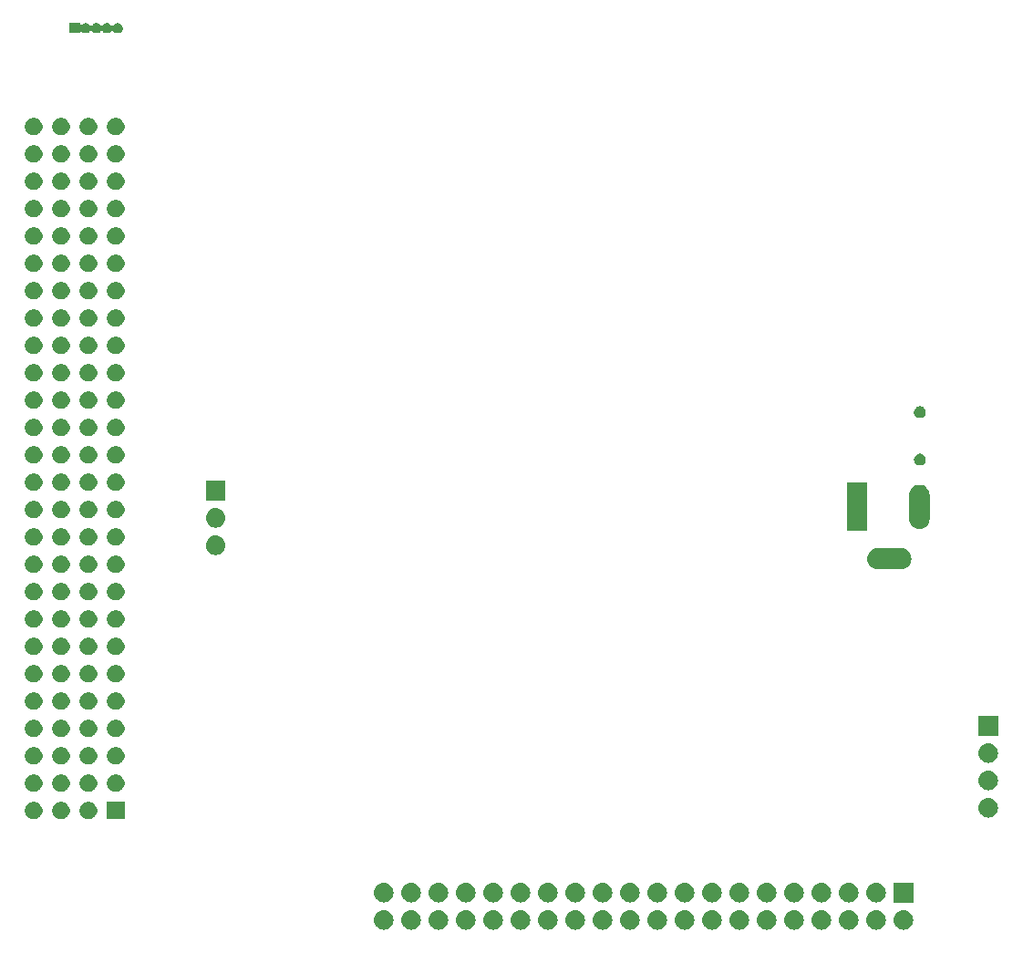
<source format=gbr>
G04 #@! TF.GenerationSoftware,KiCad,Pcbnew,(5.1.2)-2*
G04 #@! TF.CreationDate,2020-04-10T09:33:15+02:00*
G04 #@! TF.ProjectId,AfriCubePiPluginBoard,41667269-4375-4626-9550-69506c756769,rev?*
G04 #@! TF.SameCoordinates,Original*
G04 #@! TF.FileFunction,Soldermask,Bot*
G04 #@! TF.FilePolarity,Negative*
%FSLAX46Y46*%
G04 Gerber Fmt 4.6, Leading zero omitted, Abs format (unit mm)*
G04 Created by KiCad (PCBNEW (5.1.2)-2) date 2020-04-10 09:33:15*
%MOMM*%
%LPD*%
G04 APERTURE LIST*
%ADD10C,0.100000*%
G04 APERTURE END LIST*
D10*
G36*
X135492442Y-142615518D02*
G01*
X135558627Y-142622037D01*
X135728466Y-142673557D01*
X135884991Y-142757222D01*
X135920729Y-142786552D01*
X136022186Y-142869814D01*
X136105448Y-142971271D01*
X136134778Y-143007009D01*
X136218443Y-143163534D01*
X136269963Y-143333373D01*
X136287359Y-143510000D01*
X136269963Y-143686627D01*
X136218443Y-143856466D01*
X136134778Y-144012991D01*
X136105448Y-144048729D01*
X136022186Y-144150186D01*
X135920729Y-144233448D01*
X135884991Y-144262778D01*
X135728466Y-144346443D01*
X135558627Y-144397963D01*
X135492443Y-144404481D01*
X135426260Y-144411000D01*
X135337740Y-144411000D01*
X135271557Y-144404481D01*
X135205373Y-144397963D01*
X135035534Y-144346443D01*
X134879009Y-144262778D01*
X134843271Y-144233448D01*
X134741814Y-144150186D01*
X134658552Y-144048729D01*
X134629222Y-144012991D01*
X134545557Y-143856466D01*
X134494037Y-143686627D01*
X134476641Y-143510000D01*
X134494037Y-143333373D01*
X134545557Y-143163534D01*
X134629222Y-143007009D01*
X134658552Y-142971271D01*
X134741814Y-142869814D01*
X134843271Y-142786552D01*
X134879009Y-142757222D01*
X135035534Y-142673557D01*
X135205373Y-142622037D01*
X135271558Y-142615518D01*
X135337740Y-142609000D01*
X135426260Y-142609000D01*
X135492442Y-142615518D01*
X135492442Y-142615518D01*
G37*
G36*
X160892442Y-142615518D02*
G01*
X160958627Y-142622037D01*
X161128466Y-142673557D01*
X161284991Y-142757222D01*
X161320729Y-142786552D01*
X161422186Y-142869814D01*
X161505448Y-142971271D01*
X161534778Y-143007009D01*
X161618443Y-143163534D01*
X161669963Y-143333373D01*
X161687359Y-143510000D01*
X161669963Y-143686627D01*
X161618443Y-143856466D01*
X161534778Y-144012991D01*
X161505448Y-144048729D01*
X161422186Y-144150186D01*
X161320729Y-144233448D01*
X161284991Y-144262778D01*
X161128466Y-144346443D01*
X160958627Y-144397963D01*
X160892443Y-144404481D01*
X160826260Y-144411000D01*
X160737740Y-144411000D01*
X160671557Y-144404481D01*
X160605373Y-144397963D01*
X160435534Y-144346443D01*
X160279009Y-144262778D01*
X160243271Y-144233448D01*
X160141814Y-144150186D01*
X160058552Y-144048729D01*
X160029222Y-144012991D01*
X159945557Y-143856466D01*
X159894037Y-143686627D01*
X159876641Y-143510000D01*
X159894037Y-143333373D01*
X159945557Y-143163534D01*
X160029222Y-143007009D01*
X160058552Y-142971271D01*
X160141814Y-142869814D01*
X160243271Y-142786552D01*
X160279009Y-142757222D01*
X160435534Y-142673557D01*
X160605373Y-142622037D01*
X160671558Y-142615518D01*
X160737740Y-142609000D01*
X160826260Y-142609000D01*
X160892442Y-142615518D01*
X160892442Y-142615518D01*
G37*
G36*
X183752442Y-142615518D02*
G01*
X183818627Y-142622037D01*
X183988466Y-142673557D01*
X184144991Y-142757222D01*
X184180729Y-142786552D01*
X184282186Y-142869814D01*
X184365448Y-142971271D01*
X184394778Y-143007009D01*
X184478443Y-143163534D01*
X184529963Y-143333373D01*
X184547359Y-143510000D01*
X184529963Y-143686627D01*
X184478443Y-143856466D01*
X184394778Y-144012991D01*
X184365448Y-144048729D01*
X184282186Y-144150186D01*
X184180729Y-144233448D01*
X184144991Y-144262778D01*
X183988466Y-144346443D01*
X183818627Y-144397963D01*
X183752443Y-144404481D01*
X183686260Y-144411000D01*
X183597740Y-144411000D01*
X183531557Y-144404481D01*
X183465373Y-144397963D01*
X183295534Y-144346443D01*
X183139009Y-144262778D01*
X183103271Y-144233448D01*
X183001814Y-144150186D01*
X182918552Y-144048729D01*
X182889222Y-144012991D01*
X182805557Y-143856466D01*
X182754037Y-143686627D01*
X182736641Y-143510000D01*
X182754037Y-143333373D01*
X182805557Y-143163534D01*
X182889222Y-143007009D01*
X182918552Y-142971271D01*
X183001814Y-142869814D01*
X183103271Y-142786552D01*
X183139009Y-142757222D01*
X183295534Y-142673557D01*
X183465373Y-142622037D01*
X183531558Y-142615518D01*
X183597740Y-142609000D01*
X183686260Y-142609000D01*
X183752442Y-142615518D01*
X183752442Y-142615518D01*
G37*
G36*
X178672442Y-142615518D02*
G01*
X178738627Y-142622037D01*
X178908466Y-142673557D01*
X179064991Y-142757222D01*
X179100729Y-142786552D01*
X179202186Y-142869814D01*
X179285448Y-142971271D01*
X179314778Y-143007009D01*
X179398443Y-143163534D01*
X179449963Y-143333373D01*
X179467359Y-143510000D01*
X179449963Y-143686627D01*
X179398443Y-143856466D01*
X179314778Y-144012991D01*
X179285448Y-144048729D01*
X179202186Y-144150186D01*
X179100729Y-144233448D01*
X179064991Y-144262778D01*
X178908466Y-144346443D01*
X178738627Y-144397963D01*
X178672443Y-144404481D01*
X178606260Y-144411000D01*
X178517740Y-144411000D01*
X178451557Y-144404481D01*
X178385373Y-144397963D01*
X178215534Y-144346443D01*
X178059009Y-144262778D01*
X178023271Y-144233448D01*
X177921814Y-144150186D01*
X177838552Y-144048729D01*
X177809222Y-144012991D01*
X177725557Y-143856466D01*
X177674037Y-143686627D01*
X177656641Y-143510000D01*
X177674037Y-143333373D01*
X177725557Y-143163534D01*
X177809222Y-143007009D01*
X177838552Y-142971271D01*
X177921814Y-142869814D01*
X178023271Y-142786552D01*
X178059009Y-142757222D01*
X178215534Y-142673557D01*
X178385373Y-142622037D01*
X178451558Y-142615518D01*
X178517740Y-142609000D01*
X178606260Y-142609000D01*
X178672442Y-142615518D01*
X178672442Y-142615518D01*
G37*
G36*
X176132442Y-142615518D02*
G01*
X176198627Y-142622037D01*
X176368466Y-142673557D01*
X176524991Y-142757222D01*
X176560729Y-142786552D01*
X176662186Y-142869814D01*
X176745448Y-142971271D01*
X176774778Y-143007009D01*
X176858443Y-143163534D01*
X176909963Y-143333373D01*
X176927359Y-143510000D01*
X176909963Y-143686627D01*
X176858443Y-143856466D01*
X176774778Y-144012991D01*
X176745448Y-144048729D01*
X176662186Y-144150186D01*
X176560729Y-144233448D01*
X176524991Y-144262778D01*
X176368466Y-144346443D01*
X176198627Y-144397963D01*
X176132443Y-144404481D01*
X176066260Y-144411000D01*
X175977740Y-144411000D01*
X175911557Y-144404481D01*
X175845373Y-144397963D01*
X175675534Y-144346443D01*
X175519009Y-144262778D01*
X175483271Y-144233448D01*
X175381814Y-144150186D01*
X175298552Y-144048729D01*
X175269222Y-144012991D01*
X175185557Y-143856466D01*
X175134037Y-143686627D01*
X175116641Y-143510000D01*
X175134037Y-143333373D01*
X175185557Y-143163534D01*
X175269222Y-143007009D01*
X175298552Y-142971271D01*
X175381814Y-142869814D01*
X175483271Y-142786552D01*
X175519009Y-142757222D01*
X175675534Y-142673557D01*
X175845373Y-142622037D01*
X175911558Y-142615518D01*
X175977740Y-142609000D01*
X176066260Y-142609000D01*
X176132442Y-142615518D01*
X176132442Y-142615518D01*
G37*
G36*
X173592442Y-142615518D02*
G01*
X173658627Y-142622037D01*
X173828466Y-142673557D01*
X173984991Y-142757222D01*
X174020729Y-142786552D01*
X174122186Y-142869814D01*
X174205448Y-142971271D01*
X174234778Y-143007009D01*
X174318443Y-143163534D01*
X174369963Y-143333373D01*
X174387359Y-143510000D01*
X174369963Y-143686627D01*
X174318443Y-143856466D01*
X174234778Y-144012991D01*
X174205448Y-144048729D01*
X174122186Y-144150186D01*
X174020729Y-144233448D01*
X173984991Y-144262778D01*
X173828466Y-144346443D01*
X173658627Y-144397963D01*
X173592443Y-144404481D01*
X173526260Y-144411000D01*
X173437740Y-144411000D01*
X173371557Y-144404481D01*
X173305373Y-144397963D01*
X173135534Y-144346443D01*
X172979009Y-144262778D01*
X172943271Y-144233448D01*
X172841814Y-144150186D01*
X172758552Y-144048729D01*
X172729222Y-144012991D01*
X172645557Y-143856466D01*
X172594037Y-143686627D01*
X172576641Y-143510000D01*
X172594037Y-143333373D01*
X172645557Y-143163534D01*
X172729222Y-143007009D01*
X172758552Y-142971271D01*
X172841814Y-142869814D01*
X172943271Y-142786552D01*
X172979009Y-142757222D01*
X173135534Y-142673557D01*
X173305373Y-142622037D01*
X173371558Y-142615518D01*
X173437740Y-142609000D01*
X173526260Y-142609000D01*
X173592442Y-142615518D01*
X173592442Y-142615518D01*
G37*
G36*
X171052442Y-142615518D02*
G01*
X171118627Y-142622037D01*
X171288466Y-142673557D01*
X171444991Y-142757222D01*
X171480729Y-142786552D01*
X171582186Y-142869814D01*
X171665448Y-142971271D01*
X171694778Y-143007009D01*
X171778443Y-143163534D01*
X171829963Y-143333373D01*
X171847359Y-143510000D01*
X171829963Y-143686627D01*
X171778443Y-143856466D01*
X171694778Y-144012991D01*
X171665448Y-144048729D01*
X171582186Y-144150186D01*
X171480729Y-144233448D01*
X171444991Y-144262778D01*
X171288466Y-144346443D01*
X171118627Y-144397963D01*
X171052443Y-144404481D01*
X170986260Y-144411000D01*
X170897740Y-144411000D01*
X170831557Y-144404481D01*
X170765373Y-144397963D01*
X170595534Y-144346443D01*
X170439009Y-144262778D01*
X170403271Y-144233448D01*
X170301814Y-144150186D01*
X170218552Y-144048729D01*
X170189222Y-144012991D01*
X170105557Y-143856466D01*
X170054037Y-143686627D01*
X170036641Y-143510000D01*
X170054037Y-143333373D01*
X170105557Y-143163534D01*
X170189222Y-143007009D01*
X170218552Y-142971271D01*
X170301814Y-142869814D01*
X170403271Y-142786552D01*
X170439009Y-142757222D01*
X170595534Y-142673557D01*
X170765373Y-142622037D01*
X170831558Y-142615518D01*
X170897740Y-142609000D01*
X170986260Y-142609000D01*
X171052442Y-142615518D01*
X171052442Y-142615518D01*
G37*
G36*
X168512442Y-142615518D02*
G01*
X168578627Y-142622037D01*
X168748466Y-142673557D01*
X168904991Y-142757222D01*
X168940729Y-142786552D01*
X169042186Y-142869814D01*
X169125448Y-142971271D01*
X169154778Y-143007009D01*
X169238443Y-143163534D01*
X169289963Y-143333373D01*
X169307359Y-143510000D01*
X169289963Y-143686627D01*
X169238443Y-143856466D01*
X169154778Y-144012991D01*
X169125448Y-144048729D01*
X169042186Y-144150186D01*
X168940729Y-144233448D01*
X168904991Y-144262778D01*
X168748466Y-144346443D01*
X168578627Y-144397963D01*
X168512443Y-144404481D01*
X168446260Y-144411000D01*
X168357740Y-144411000D01*
X168291557Y-144404481D01*
X168225373Y-144397963D01*
X168055534Y-144346443D01*
X167899009Y-144262778D01*
X167863271Y-144233448D01*
X167761814Y-144150186D01*
X167678552Y-144048729D01*
X167649222Y-144012991D01*
X167565557Y-143856466D01*
X167514037Y-143686627D01*
X167496641Y-143510000D01*
X167514037Y-143333373D01*
X167565557Y-143163534D01*
X167649222Y-143007009D01*
X167678552Y-142971271D01*
X167761814Y-142869814D01*
X167863271Y-142786552D01*
X167899009Y-142757222D01*
X168055534Y-142673557D01*
X168225373Y-142622037D01*
X168291558Y-142615518D01*
X168357740Y-142609000D01*
X168446260Y-142609000D01*
X168512442Y-142615518D01*
X168512442Y-142615518D01*
G37*
G36*
X165972442Y-142615518D02*
G01*
X166038627Y-142622037D01*
X166208466Y-142673557D01*
X166364991Y-142757222D01*
X166400729Y-142786552D01*
X166502186Y-142869814D01*
X166585448Y-142971271D01*
X166614778Y-143007009D01*
X166698443Y-143163534D01*
X166749963Y-143333373D01*
X166767359Y-143510000D01*
X166749963Y-143686627D01*
X166698443Y-143856466D01*
X166614778Y-144012991D01*
X166585448Y-144048729D01*
X166502186Y-144150186D01*
X166400729Y-144233448D01*
X166364991Y-144262778D01*
X166208466Y-144346443D01*
X166038627Y-144397963D01*
X165972443Y-144404481D01*
X165906260Y-144411000D01*
X165817740Y-144411000D01*
X165751557Y-144404481D01*
X165685373Y-144397963D01*
X165515534Y-144346443D01*
X165359009Y-144262778D01*
X165323271Y-144233448D01*
X165221814Y-144150186D01*
X165138552Y-144048729D01*
X165109222Y-144012991D01*
X165025557Y-143856466D01*
X164974037Y-143686627D01*
X164956641Y-143510000D01*
X164974037Y-143333373D01*
X165025557Y-143163534D01*
X165109222Y-143007009D01*
X165138552Y-142971271D01*
X165221814Y-142869814D01*
X165323271Y-142786552D01*
X165359009Y-142757222D01*
X165515534Y-142673557D01*
X165685373Y-142622037D01*
X165751558Y-142615518D01*
X165817740Y-142609000D01*
X165906260Y-142609000D01*
X165972442Y-142615518D01*
X165972442Y-142615518D01*
G37*
G36*
X163432442Y-142615518D02*
G01*
X163498627Y-142622037D01*
X163668466Y-142673557D01*
X163824991Y-142757222D01*
X163860729Y-142786552D01*
X163962186Y-142869814D01*
X164045448Y-142971271D01*
X164074778Y-143007009D01*
X164158443Y-143163534D01*
X164209963Y-143333373D01*
X164227359Y-143510000D01*
X164209963Y-143686627D01*
X164158443Y-143856466D01*
X164074778Y-144012991D01*
X164045448Y-144048729D01*
X163962186Y-144150186D01*
X163860729Y-144233448D01*
X163824991Y-144262778D01*
X163668466Y-144346443D01*
X163498627Y-144397963D01*
X163432443Y-144404481D01*
X163366260Y-144411000D01*
X163277740Y-144411000D01*
X163211557Y-144404481D01*
X163145373Y-144397963D01*
X162975534Y-144346443D01*
X162819009Y-144262778D01*
X162783271Y-144233448D01*
X162681814Y-144150186D01*
X162598552Y-144048729D01*
X162569222Y-144012991D01*
X162485557Y-143856466D01*
X162434037Y-143686627D01*
X162416641Y-143510000D01*
X162434037Y-143333373D01*
X162485557Y-143163534D01*
X162569222Y-143007009D01*
X162598552Y-142971271D01*
X162681814Y-142869814D01*
X162783271Y-142786552D01*
X162819009Y-142757222D01*
X162975534Y-142673557D01*
X163145373Y-142622037D01*
X163211558Y-142615518D01*
X163277740Y-142609000D01*
X163366260Y-142609000D01*
X163432442Y-142615518D01*
X163432442Y-142615518D01*
G37*
G36*
X181212442Y-142615518D02*
G01*
X181278627Y-142622037D01*
X181448466Y-142673557D01*
X181604991Y-142757222D01*
X181640729Y-142786552D01*
X181742186Y-142869814D01*
X181825448Y-142971271D01*
X181854778Y-143007009D01*
X181938443Y-143163534D01*
X181989963Y-143333373D01*
X182007359Y-143510000D01*
X181989963Y-143686627D01*
X181938443Y-143856466D01*
X181854778Y-144012991D01*
X181825448Y-144048729D01*
X181742186Y-144150186D01*
X181640729Y-144233448D01*
X181604991Y-144262778D01*
X181448466Y-144346443D01*
X181278627Y-144397963D01*
X181212443Y-144404481D01*
X181146260Y-144411000D01*
X181057740Y-144411000D01*
X180991557Y-144404481D01*
X180925373Y-144397963D01*
X180755534Y-144346443D01*
X180599009Y-144262778D01*
X180563271Y-144233448D01*
X180461814Y-144150186D01*
X180378552Y-144048729D01*
X180349222Y-144012991D01*
X180265557Y-143856466D01*
X180214037Y-143686627D01*
X180196641Y-143510000D01*
X180214037Y-143333373D01*
X180265557Y-143163534D01*
X180349222Y-143007009D01*
X180378552Y-142971271D01*
X180461814Y-142869814D01*
X180563271Y-142786552D01*
X180599009Y-142757222D01*
X180755534Y-142673557D01*
X180925373Y-142622037D01*
X180991558Y-142615518D01*
X181057740Y-142609000D01*
X181146260Y-142609000D01*
X181212442Y-142615518D01*
X181212442Y-142615518D01*
G37*
G36*
X155812442Y-142615518D02*
G01*
X155878627Y-142622037D01*
X156048466Y-142673557D01*
X156204991Y-142757222D01*
X156240729Y-142786552D01*
X156342186Y-142869814D01*
X156425448Y-142971271D01*
X156454778Y-143007009D01*
X156538443Y-143163534D01*
X156589963Y-143333373D01*
X156607359Y-143510000D01*
X156589963Y-143686627D01*
X156538443Y-143856466D01*
X156454778Y-144012991D01*
X156425448Y-144048729D01*
X156342186Y-144150186D01*
X156240729Y-144233448D01*
X156204991Y-144262778D01*
X156048466Y-144346443D01*
X155878627Y-144397963D01*
X155812443Y-144404481D01*
X155746260Y-144411000D01*
X155657740Y-144411000D01*
X155591557Y-144404481D01*
X155525373Y-144397963D01*
X155355534Y-144346443D01*
X155199009Y-144262778D01*
X155163271Y-144233448D01*
X155061814Y-144150186D01*
X154978552Y-144048729D01*
X154949222Y-144012991D01*
X154865557Y-143856466D01*
X154814037Y-143686627D01*
X154796641Y-143510000D01*
X154814037Y-143333373D01*
X154865557Y-143163534D01*
X154949222Y-143007009D01*
X154978552Y-142971271D01*
X155061814Y-142869814D01*
X155163271Y-142786552D01*
X155199009Y-142757222D01*
X155355534Y-142673557D01*
X155525373Y-142622037D01*
X155591558Y-142615518D01*
X155657740Y-142609000D01*
X155746260Y-142609000D01*
X155812442Y-142615518D01*
X155812442Y-142615518D01*
G37*
G36*
X158352442Y-142615518D02*
G01*
X158418627Y-142622037D01*
X158588466Y-142673557D01*
X158744991Y-142757222D01*
X158780729Y-142786552D01*
X158882186Y-142869814D01*
X158965448Y-142971271D01*
X158994778Y-143007009D01*
X159078443Y-143163534D01*
X159129963Y-143333373D01*
X159147359Y-143510000D01*
X159129963Y-143686627D01*
X159078443Y-143856466D01*
X158994778Y-144012991D01*
X158965448Y-144048729D01*
X158882186Y-144150186D01*
X158780729Y-144233448D01*
X158744991Y-144262778D01*
X158588466Y-144346443D01*
X158418627Y-144397963D01*
X158352443Y-144404481D01*
X158286260Y-144411000D01*
X158197740Y-144411000D01*
X158131557Y-144404481D01*
X158065373Y-144397963D01*
X157895534Y-144346443D01*
X157739009Y-144262778D01*
X157703271Y-144233448D01*
X157601814Y-144150186D01*
X157518552Y-144048729D01*
X157489222Y-144012991D01*
X157405557Y-143856466D01*
X157354037Y-143686627D01*
X157336641Y-143510000D01*
X157354037Y-143333373D01*
X157405557Y-143163534D01*
X157489222Y-143007009D01*
X157518552Y-142971271D01*
X157601814Y-142869814D01*
X157703271Y-142786552D01*
X157739009Y-142757222D01*
X157895534Y-142673557D01*
X158065373Y-142622037D01*
X158131558Y-142615518D01*
X158197740Y-142609000D01*
X158286260Y-142609000D01*
X158352442Y-142615518D01*
X158352442Y-142615518D01*
G37*
G36*
X138032442Y-142615518D02*
G01*
X138098627Y-142622037D01*
X138268466Y-142673557D01*
X138424991Y-142757222D01*
X138460729Y-142786552D01*
X138562186Y-142869814D01*
X138645448Y-142971271D01*
X138674778Y-143007009D01*
X138758443Y-143163534D01*
X138809963Y-143333373D01*
X138827359Y-143510000D01*
X138809963Y-143686627D01*
X138758443Y-143856466D01*
X138674778Y-144012991D01*
X138645448Y-144048729D01*
X138562186Y-144150186D01*
X138460729Y-144233448D01*
X138424991Y-144262778D01*
X138268466Y-144346443D01*
X138098627Y-144397963D01*
X138032443Y-144404481D01*
X137966260Y-144411000D01*
X137877740Y-144411000D01*
X137811557Y-144404481D01*
X137745373Y-144397963D01*
X137575534Y-144346443D01*
X137419009Y-144262778D01*
X137383271Y-144233448D01*
X137281814Y-144150186D01*
X137198552Y-144048729D01*
X137169222Y-144012991D01*
X137085557Y-143856466D01*
X137034037Y-143686627D01*
X137016641Y-143510000D01*
X137034037Y-143333373D01*
X137085557Y-143163534D01*
X137169222Y-143007009D01*
X137198552Y-142971271D01*
X137281814Y-142869814D01*
X137383271Y-142786552D01*
X137419009Y-142757222D01*
X137575534Y-142673557D01*
X137745373Y-142622037D01*
X137811558Y-142615518D01*
X137877740Y-142609000D01*
X137966260Y-142609000D01*
X138032442Y-142615518D01*
X138032442Y-142615518D01*
G37*
G36*
X140572442Y-142615518D02*
G01*
X140638627Y-142622037D01*
X140808466Y-142673557D01*
X140964991Y-142757222D01*
X141000729Y-142786552D01*
X141102186Y-142869814D01*
X141185448Y-142971271D01*
X141214778Y-143007009D01*
X141298443Y-143163534D01*
X141349963Y-143333373D01*
X141367359Y-143510000D01*
X141349963Y-143686627D01*
X141298443Y-143856466D01*
X141214778Y-144012991D01*
X141185448Y-144048729D01*
X141102186Y-144150186D01*
X141000729Y-144233448D01*
X140964991Y-144262778D01*
X140808466Y-144346443D01*
X140638627Y-144397963D01*
X140572443Y-144404481D01*
X140506260Y-144411000D01*
X140417740Y-144411000D01*
X140351557Y-144404481D01*
X140285373Y-144397963D01*
X140115534Y-144346443D01*
X139959009Y-144262778D01*
X139923271Y-144233448D01*
X139821814Y-144150186D01*
X139738552Y-144048729D01*
X139709222Y-144012991D01*
X139625557Y-143856466D01*
X139574037Y-143686627D01*
X139556641Y-143510000D01*
X139574037Y-143333373D01*
X139625557Y-143163534D01*
X139709222Y-143007009D01*
X139738552Y-142971271D01*
X139821814Y-142869814D01*
X139923271Y-142786552D01*
X139959009Y-142757222D01*
X140115534Y-142673557D01*
X140285373Y-142622037D01*
X140351558Y-142615518D01*
X140417740Y-142609000D01*
X140506260Y-142609000D01*
X140572442Y-142615518D01*
X140572442Y-142615518D01*
G37*
G36*
X143112442Y-142615518D02*
G01*
X143178627Y-142622037D01*
X143348466Y-142673557D01*
X143504991Y-142757222D01*
X143540729Y-142786552D01*
X143642186Y-142869814D01*
X143725448Y-142971271D01*
X143754778Y-143007009D01*
X143838443Y-143163534D01*
X143889963Y-143333373D01*
X143907359Y-143510000D01*
X143889963Y-143686627D01*
X143838443Y-143856466D01*
X143754778Y-144012991D01*
X143725448Y-144048729D01*
X143642186Y-144150186D01*
X143540729Y-144233448D01*
X143504991Y-144262778D01*
X143348466Y-144346443D01*
X143178627Y-144397963D01*
X143112443Y-144404481D01*
X143046260Y-144411000D01*
X142957740Y-144411000D01*
X142891557Y-144404481D01*
X142825373Y-144397963D01*
X142655534Y-144346443D01*
X142499009Y-144262778D01*
X142463271Y-144233448D01*
X142361814Y-144150186D01*
X142278552Y-144048729D01*
X142249222Y-144012991D01*
X142165557Y-143856466D01*
X142114037Y-143686627D01*
X142096641Y-143510000D01*
X142114037Y-143333373D01*
X142165557Y-143163534D01*
X142249222Y-143007009D01*
X142278552Y-142971271D01*
X142361814Y-142869814D01*
X142463271Y-142786552D01*
X142499009Y-142757222D01*
X142655534Y-142673557D01*
X142825373Y-142622037D01*
X142891558Y-142615518D01*
X142957740Y-142609000D01*
X143046260Y-142609000D01*
X143112442Y-142615518D01*
X143112442Y-142615518D01*
G37*
G36*
X148192442Y-142615518D02*
G01*
X148258627Y-142622037D01*
X148428466Y-142673557D01*
X148584991Y-142757222D01*
X148620729Y-142786552D01*
X148722186Y-142869814D01*
X148805448Y-142971271D01*
X148834778Y-143007009D01*
X148918443Y-143163534D01*
X148969963Y-143333373D01*
X148987359Y-143510000D01*
X148969963Y-143686627D01*
X148918443Y-143856466D01*
X148834778Y-144012991D01*
X148805448Y-144048729D01*
X148722186Y-144150186D01*
X148620729Y-144233448D01*
X148584991Y-144262778D01*
X148428466Y-144346443D01*
X148258627Y-144397963D01*
X148192443Y-144404481D01*
X148126260Y-144411000D01*
X148037740Y-144411000D01*
X147971557Y-144404481D01*
X147905373Y-144397963D01*
X147735534Y-144346443D01*
X147579009Y-144262778D01*
X147543271Y-144233448D01*
X147441814Y-144150186D01*
X147358552Y-144048729D01*
X147329222Y-144012991D01*
X147245557Y-143856466D01*
X147194037Y-143686627D01*
X147176641Y-143510000D01*
X147194037Y-143333373D01*
X147245557Y-143163534D01*
X147329222Y-143007009D01*
X147358552Y-142971271D01*
X147441814Y-142869814D01*
X147543271Y-142786552D01*
X147579009Y-142757222D01*
X147735534Y-142673557D01*
X147905373Y-142622037D01*
X147971558Y-142615518D01*
X148037740Y-142609000D01*
X148126260Y-142609000D01*
X148192442Y-142615518D01*
X148192442Y-142615518D01*
G37*
G36*
X150732442Y-142615518D02*
G01*
X150798627Y-142622037D01*
X150968466Y-142673557D01*
X151124991Y-142757222D01*
X151160729Y-142786552D01*
X151262186Y-142869814D01*
X151345448Y-142971271D01*
X151374778Y-143007009D01*
X151458443Y-143163534D01*
X151509963Y-143333373D01*
X151527359Y-143510000D01*
X151509963Y-143686627D01*
X151458443Y-143856466D01*
X151374778Y-144012991D01*
X151345448Y-144048729D01*
X151262186Y-144150186D01*
X151160729Y-144233448D01*
X151124991Y-144262778D01*
X150968466Y-144346443D01*
X150798627Y-144397963D01*
X150732443Y-144404481D01*
X150666260Y-144411000D01*
X150577740Y-144411000D01*
X150511557Y-144404481D01*
X150445373Y-144397963D01*
X150275534Y-144346443D01*
X150119009Y-144262778D01*
X150083271Y-144233448D01*
X149981814Y-144150186D01*
X149898552Y-144048729D01*
X149869222Y-144012991D01*
X149785557Y-143856466D01*
X149734037Y-143686627D01*
X149716641Y-143510000D01*
X149734037Y-143333373D01*
X149785557Y-143163534D01*
X149869222Y-143007009D01*
X149898552Y-142971271D01*
X149981814Y-142869814D01*
X150083271Y-142786552D01*
X150119009Y-142757222D01*
X150275534Y-142673557D01*
X150445373Y-142622037D01*
X150511558Y-142615518D01*
X150577740Y-142609000D01*
X150666260Y-142609000D01*
X150732442Y-142615518D01*
X150732442Y-142615518D01*
G37*
G36*
X153272442Y-142615518D02*
G01*
X153338627Y-142622037D01*
X153508466Y-142673557D01*
X153664991Y-142757222D01*
X153700729Y-142786552D01*
X153802186Y-142869814D01*
X153885448Y-142971271D01*
X153914778Y-143007009D01*
X153998443Y-143163534D01*
X154049963Y-143333373D01*
X154067359Y-143510000D01*
X154049963Y-143686627D01*
X153998443Y-143856466D01*
X153914778Y-144012991D01*
X153885448Y-144048729D01*
X153802186Y-144150186D01*
X153700729Y-144233448D01*
X153664991Y-144262778D01*
X153508466Y-144346443D01*
X153338627Y-144397963D01*
X153272443Y-144404481D01*
X153206260Y-144411000D01*
X153117740Y-144411000D01*
X153051557Y-144404481D01*
X152985373Y-144397963D01*
X152815534Y-144346443D01*
X152659009Y-144262778D01*
X152623271Y-144233448D01*
X152521814Y-144150186D01*
X152438552Y-144048729D01*
X152409222Y-144012991D01*
X152325557Y-143856466D01*
X152274037Y-143686627D01*
X152256641Y-143510000D01*
X152274037Y-143333373D01*
X152325557Y-143163534D01*
X152409222Y-143007009D01*
X152438552Y-142971271D01*
X152521814Y-142869814D01*
X152623271Y-142786552D01*
X152659009Y-142757222D01*
X152815534Y-142673557D01*
X152985373Y-142622037D01*
X153051558Y-142615518D01*
X153117740Y-142609000D01*
X153206260Y-142609000D01*
X153272442Y-142615518D01*
X153272442Y-142615518D01*
G37*
G36*
X145652442Y-142615518D02*
G01*
X145718627Y-142622037D01*
X145888466Y-142673557D01*
X146044991Y-142757222D01*
X146080729Y-142786552D01*
X146182186Y-142869814D01*
X146265448Y-142971271D01*
X146294778Y-143007009D01*
X146378443Y-143163534D01*
X146429963Y-143333373D01*
X146447359Y-143510000D01*
X146429963Y-143686627D01*
X146378443Y-143856466D01*
X146294778Y-144012991D01*
X146265448Y-144048729D01*
X146182186Y-144150186D01*
X146080729Y-144233448D01*
X146044991Y-144262778D01*
X145888466Y-144346443D01*
X145718627Y-144397963D01*
X145652443Y-144404481D01*
X145586260Y-144411000D01*
X145497740Y-144411000D01*
X145431557Y-144404481D01*
X145365373Y-144397963D01*
X145195534Y-144346443D01*
X145039009Y-144262778D01*
X145003271Y-144233448D01*
X144901814Y-144150186D01*
X144818552Y-144048729D01*
X144789222Y-144012991D01*
X144705557Y-143856466D01*
X144654037Y-143686627D01*
X144636641Y-143510000D01*
X144654037Y-143333373D01*
X144705557Y-143163534D01*
X144789222Y-143007009D01*
X144818552Y-142971271D01*
X144901814Y-142869814D01*
X145003271Y-142786552D01*
X145039009Y-142757222D01*
X145195534Y-142673557D01*
X145365373Y-142622037D01*
X145431558Y-142615518D01*
X145497740Y-142609000D01*
X145586260Y-142609000D01*
X145652442Y-142615518D01*
X145652442Y-142615518D01*
G37*
G36*
X155812443Y-140075519D02*
G01*
X155878627Y-140082037D01*
X156048466Y-140133557D01*
X156204991Y-140217222D01*
X156240729Y-140246552D01*
X156342186Y-140329814D01*
X156425448Y-140431271D01*
X156454778Y-140467009D01*
X156538443Y-140623534D01*
X156589963Y-140793373D01*
X156607359Y-140970000D01*
X156589963Y-141146627D01*
X156538443Y-141316466D01*
X156454778Y-141472991D01*
X156425448Y-141508729D01*
X156342186Y-141610186D01*
X156240729Y-141693448D01*
X156204991Y-141722778D01*
X156048466Y-141806443D01*
X155878627Y-141857963D01*
X155812443Y-141864481D01*
X155746260Y-141871000D01*
X155657740Y-141871000D01*
X155591557Y-141864481D01*
X155525373Y-141857963D01*
X155355534Y-141806443D01*
X155199009Y-141722778D01*
X155163271Y-141693448D01*
X155061814Y-141610186D01*
X154978552Y-141508729D01*
X154949222Y-141472991D01*
X154865557Y-141316466D01*
X154814037Y-141146627D01*
X154796641Y-140970000D01*
X154814037Y-140793373D01*
X154865557Y-140623534D01*
X154949222Y-140467009D01*
X154978552Y-140431271D01*
X155061814Y-140329814D01*
X155163271Y-140246552D01*
X155199009Y-140217222D01*
X155355534Y-140133557D01*
X155525373Y-140082037D01*
X155591557Y-140075519D01*
X155657740Y-140069000D01*
X155746260Y-140069000D01*
X155812443Y-140075519D01*
X155812443Y-140075519D01*
G37*
G36*
X178672443Y-140075519D02*
G01*
X178738627Y-140082037D01*
X178908466Y-140133557D01*
X179064991Y-140217222D01*
X179100729Y-140246552D01*
X179202186Y-140329814D01*
X179285448Y-140431271D01*
X179314778Y-140467009D01*
X179398443Y-140623534D01*
X179449963Y-140793373D01*
X179467359Y-140970000D01*
X179449963Y-141146627D01*
X179398443Y-141316466D01*
X179314778Y-141472991D01*
X179285448Y-141508729D01*
X179202186Y-141610186D01*
X179100729Y-141693448D01*
X179064991Y-141722778D01*
X178908466Y-141806443D01*
X178738627Y-141857963D01*
X178672443Y-141864481D01*
X178606260Y-141871000D01*
X178517740Y-141871000D01*
X178451557Y-141864481D01*
X178385373Y-141857963D01*
X178215534Y-141806443D01*
X178059009Y-141722778D01*
X178023271Y-141693448D01*
X177921814Y-141610186D01*
X177838552Y-141508729D01*
X177809222Y-141472991D01*
X177725557Y-141316466D01*
X177674037Y-141146627D01*
X177656641Y-140970000D01*
X177674037Y-140793373D01*
X177725557Y-140623534D01*
X177809222Y-140467009D01*
X177838552Y-140431271D01*
X177921814Y-140329814D01*
X178023271Y-140246552D01*
X178059009Y-140217222D01*
X178215534Y-140133557D01*
X178385373Y-140082037D01*
X178451557Y-140075519D01*
X178517740Y-140069000D01*
X178606260Y-140069000D01*
X178672443Y-140075519D01*
X178672443Y-140075519D01*
G37*
G36*
X173592443Y-140075519D02*
G01*
X173658627Y-140082037D01*
X173828466Y-140133557D01*
X173984991Y-140217222D01*
X174020729Y-140246552D01*
X174122186Y-140329814D01*
X174205448Y-140431271D01*
X174234778Y-140467009D01*
X174318443Y-140623534D01*
X174369963Y-140793373D01*
X174387359Y-140970000D01*
X174369963Y-141146627D01*
X174318443Y-141316466D01*
X174234778Y-141472991D01*
X174205448Y-141508729D01*
X174122186Y-141610186D01*
X174020729Y-141693448D01*
X173984991Y-141722778D01*
X173828466Y-141806443D01*
X173658627Y-141857963D01*
X173592443Y-141864481D01*
X173526260Y-141871000D01*
X173437740Y-141871000D01*
X173371557Y-141864481D01*
X173305373Y-141857963D01*
X173135534Y-141806443D01*
X172979009Y-141722778D01*
X172943271Y-141693448D01*
X172841814Y-141610186D01*
X172758552Y-141508729D01*
X172729222Y-141472991D01*
X172645557Y-141316466D01*
X172594037Y-141146627D01*
X172576641Y-140970000D01*
X172594037Y-140793373D01*
X172645557Y-140623534D01*
X172729222Y-140467009D01*
X172758552Y-140431271D01*
X172841814Y-140329814D01*
X172943271Y-140246552D01*
X172979009Y-140217222D01*
X173135534Y-140133557D01*
X173305373Y-140082037D01*
X173371557Y-140075519D01*
X173437740Y-140069000D01*
X173526260Y-140069000D01*
X173592443Y-140075519D01*
X173592443Y-140075519D01*
G37*
G36*
X171052443Y-140075519D02*
G01*
X171118627Y-140082037D01*
X171288466Y-140133557D01*
X171444991Y-140217222D01*
X171480729Y-140246552D01*
X171582186Y-140329814D01*
X171665448Y-140431271D01*
X171694778Y-140467009D01*
X171778443Y-140623534D01*
X171829963Y-140793373D01*
X171847359Y-140970000D01*
X171829963Y-141146627D01*
X171778443Y-141316466D01*
X171694778Y-141472991D01*
X171665448Y-141508729D01*
X171582186Y-141610186D01*
X171480729Y-141693448D01*
X171444991Y-141722778D01*
X171288466Y-141806443D01*
X171118627Y-141857963D01*
X171052443Y-141864481D01*
X170986260Y-141871000D01*
X170897740Y-141871000D01*
X170831557Y-141864481D01*
X170765373Y-141857963D01*
X170595534Y-141806443D01*
X170439009Y-141722778D01*
X170403271Y-141693448D01*
X170301814Y-141610186D01*
X170218552Y-141508729D01*
X170189222Y-141472991D01*
X170105557Y-141316466D01*
X170054037Y-141146627D01*
X170036641Y-140970000D01*
X170054037Y-140793373D01*
X170105557Y-140623534D01*
X170189222Y-140467009D01*
X170218552Y-140431271D01*
X170301814Y-140329814D01*
X170403271Y-140246552D01*
X170439009Y-140217222D01*
X170595534Y-140133557D01*
X170765373Y-140082037D01*
X170831557Y-140075519D01*
X170897740Y-140069000D01*
X170986260Y-140069000D01*
X171052443Y-140075519D01*
X171052443Y-140075519D01*
G37*
G36*
X168512443Y-140075519D02*
G01*
X168578627Y-140082037D01*
X168748466Y-140133557D01*
X168904991Y-140217222D01*
X168940729Y-140246552D01*
X169042186Y-140329814D01*
X169125448Y-140431271D01*
X169154778Y-140467009D01*
X169238443Y-140623534D01*
X169289963Y-140793373D01*
X169307359Y-140970000D01*
X169289963Y-141146627D01*
X169238443Y-141316466D01*
X169154778Y-141472991D01*
X169125448Y-141508729D01*
X169042186Y-141610186D01*
X168940729Y-141693448D01*
X168904991Y-141722778D01*
X168748466Y-141806443D01*
X168578627Y-141857963D01*
X168512443Y-141864481D01*
X168446260Y-141871000D01*
X168357740Y-141871000D01*
X168291557Y-141864481D01*
X168225373Y-141857963D01*
X168055534Y-141806443D01*
X167899009Y-141722778D01*
X167863271Y-141693448D01*
X167761814Y-141610186D01*
X167678552Y-141508729D01*
X167649222Y-141472991D01*
X167565557Y-141316466D01*
X167514037Y-141146627D01*
X167496641Y-140970000D01*
X167514037Y-140793373D01*
X167565557Y-140623534D01*
X167649222Y-140467009D01*
X167678552Y-140431271D01*
X167761814Y-140329814D01*
X167863271Y-140246552D01*
X167899009Y-140217222D01*
X168055534Y-140133557D01*
X168225373Y-140082037D01*
X168291557Y-140075519D01*
X168357740Y-140069000D01*
X168446260Y-140069000D01*
X168512443Y-140075519D01*
X168512443Y-140075519D01*
G37*
G36*
X165972443Y-140075519D02*
G01*
X166038627Y-140082037D01*
X166208466Y-140133557D01*
X166364991Y-140217222D01*
X166400729Y-140246552D01*
X166502186Y-140329814D01*
X166585448Y-140431271D01*
X166614778Y-140467009D01*
X166698443Y-140623534D01*
X166749963Y-140793373D01*
X166767359Y-140970000D01*
X166749963Y-141146627D01*
X166698443Y-141316466D01*
X166614778Y-141472991D01*
X166585448Y-141508729D01*
X166502186Y-141610186D01*
X166400729Y-141693448D01*
X166364991Y-141722778D01*
X166208466Y-141806443D01*
X166038627Y-141857963D01*
X165972443Y-141864481D01*
X165906260Y-141871000D01*
X165817740Y-141871000D01*
X165751557Y-141864481D01*
X165685373Y-141857963D01*
X165515534Y-141806443D01*
X165359009Y-141722778D01*
X165323271Y-141693448D01*
X165221814Y-141610186D01*
X165138552Y-141508729D01*
X165109222Y-141472991D01*
X165025557Y-141316466D01*
X164974037Y-141146627D01*
X164956641Y-140970000D01*
X164974037Y-140793373D01*
X165025557Y-140623534D01*
X165109222Y-140467009D01*
X165138552Y-140431271D01*
X165221814Y-140329814D01*
X165323271Y-140246552D01*
X165359009Y-140217222D01*
X165515534Y-140133557D01*
X165685373Y-140082037D01*
X165751557Y-140075519D01*
X165817740Y-140069000D01*
X165906260Y-140069000D01*
X165972443Y-140075519D01*
X165972443Y-140075519D01*
G37*
G36*
X163432443Y-140075519D02*
G01*
X163498627Y-140082037D01*
X163668466Y-140133557D01*
X163824991Y-140217222D01*
X163860729Y-140246552D01*
X163962186Y-140329814D01*
X164045448Y-140431271D01*
X164074778Y-140467009D01*
X164158443Y-140623534D01*
X164209963Y-140793373D01*
X164227359Y-140970000D01*
X164209963Y-141146627D01*
X164158443Y-141316466D01*
X164074778Y-141472991D01*
X164045448Y-141508729D01*
X163962186Y-141610186D01*
X163860729Y-141693448D01*
X163824991Y-141722778D01*
X163668466Y-141806443D01*
X163498627Y-141857963D01*
X163432443Y-141864481D01*
X163366260Y-141871000D01*
X163277740Y-141871000D01*
X163211557Y-141864481D01*
X163145373Y-141857963D01*
X162975534Y-141806443D01*
X162819009Y-141722778D01*
X162783271Y-141693448D01*
X162681814Y-141610186D01*
X162598552Y-141508729D01*
X162569222Y-141472991D01*
X162485557Y-141316466D01*
X162434037Y-141146627D01*
X162416641Y-140970000D01*
X162434037Y-140793373D01*
X162485557Y-140623534D01*
X162569222Y-140467009D01*
X162598552Y-140431271D01*
X162681814Y-140329814D01*
X162783271Y-140246552D01*
X162819009Y-140217222D01*
X162975534Y-140133557D01*
X163145373Y-140082037D01*
X163211557Y-140075519D01*
X163277740Y-140069000D01*
X163366260Y-140069000D01*
X163432443Y-140075519D01*
X163432443Y-140075519D01*
G37*
G36*
X160892443Y-140075519D02*
G01*
X160958627Y-140082037D01*
X161128466Y-140133557D01*
X161284991Y-140217222D01*
X161320729Y-140246552D01*
X161422186Y-140329814D01*
X161505448Y-140431271D01*
X161534778Y-140467009D01*
X161618443Y-140623534D01*
X161669963Y-140793373D01*
X161687359Y-140970000D01*
X161669963Y-141146627D01*
X161618443Y-141316466D01*
X161534778Y-141472991D01*
X161505448Y-141508729D01*
X161422186Y-141610186D01*
X161320729Y-141693448D01*
X161284991Y-141722778D01*
X161128466Y-141806443D01*
X160958627Y-141857963D01*
X160892443Y-141864481D01*
X160826260Y-141871000D01*
X160737740Y-141871000D01*
X160671557Y-141864481D01*
X160605373Y-141857963D01*
X160435534Y-141806443D01*
X160279009Y-141722778D01*
X160243271Y-141693448D01*
X160141814Y-141610186D01*
X160058552Y-141508729D01*
X160029222Y-141472991D01*
X159945557Y-141316466D01*
X159894037Y-141146627D01*
X159876641Y-140970000D01*
X159894037Y-140793373D01*
X159945557Y-140623534D01*
X160029222Y-140467009D01*
X160058552Y-140431271D01*
X160141814Y-140329814D01*
X160243271Y-140246552D01*
X160279009Y-140217222D01*
X160435534Y-140133557D01*
X160605373Y-140082037D01*
X160671557Y-140075519D01*
X160737740Y-140069000D01*
X160826260Y-140069000D01*
X160892443Y-140075519D01*
X160892443Y-140075519D01*
G37*
G36*
X158352443Y-140075519D02*
G01*
X158418627Y-140082037D01*
X158588466Y-140133557D01*
X158744991Y-140217222D01*
X158780729Y-140246552D01*
X158882186Y-140329814D01*
X158965448Y-140431271D01*
X158994778Y-140467009D01*
X159078443Y-140623534D01*
X159129963Y-140793373D01*
X159147359Y-140970000D01*
X159129963Y-141146627D01*
X159078443Y-141316466D01*
X158994778Y-141472991D01*
X158965448Y-141508729D01*
X158882186Y-141610186D01*
X158780729Y-141693448D01*
X158744991Y-141722778D01*
X158588466Y-141806443D01*
X158418627Y-141857963D01*
X158352443Y-141864481D01*
X158286260Y-141871000D01*
X158197740Y-141871000D01*
X158131557Y-141864481D01*
X158065373Y-141857963D01*
X157895534Y-141806443D01*
X157739009Y-141722778D01*
X157703271Y-141693448D01*
X157601814Y-141610186D01*
X157518552Y-141508729D01*
X157489222Y-141472991D01*
X157405557Y-141316466D01*
X157354037Y-141146627D01*
X157336641Y-140970000D01*
X157354037Y-140793373D01*
X157405557Y-140623534D01*
X157489222Y-140467009D01*
X157518552Y-140431271D01*
X157601814Y-140329814D01*
X157703271Y-140246552D01*
X157739009Y-140217222D01*
X157895534Y-140133557D01*
X158065373Y-140082037D01*
X158131557Y-140075519D01*
X158197740Y-140069000D01*
X158286260Y-140069000D01*
X158352443Y-140075519D01*
X158352443Y-140075519D01*
G37*
G36*
X153272443Y-140075519D02*
G01*
X153338627Y-140082037D01*
X153508466Y-140133557D01*
X153664991Y-140217222D01*
X153700729Y-140246552D01*
X153802186Y-140329814D01*
X153885448Y-140431271D01*
X153914778Y-140467009D01*
X153998443Y-140623534D01*
X154049963Y-140793373D01*
X154067359Y-140970000D01*
X154049963Y-141146627D01*
X153998443Y-141316466D01*
X153914778Y-141472991D01*
X153885448Y-141508729D01*
X153802186Y-141610186D01*
X153700729Y-141693448D01*
X153664991Y-141722778D01*
X153508466Y-141806443D01*
X153338627Y-141857963D01*
X153272443Y-141864481D01*
X153206260Y-141871000D01*
X153117740Y-141871000D01*
X153051557Y-141864481D01*
X152985373Y-141857963D01*
X152815534Y-141806443D01*
X152659009Y-141722778D01*
X152623271Y-141693448D01*
X152521814Y-141610186D01*
X152438552Y-141508729D01*
X152409222Y-141472991D01*
X152325557Y-141316466D01*
X152274037Y-141146627D01*
X152256641Y-140970000D01*
X152274037Y-140793373D01*
X152325557Y-140623534D01*
X152409222Y-140467009D01*
X152438552Y-140431271D01*
X152521814Y-140329814D01*
X152623271Y-140246552D01*
X152659009Y-140217222D01*
X152815534Y-140133557D01*
X152985373Y-140082037D01*
X153051557Y-140075519D01*
X153117740Y-140069000D01*
X153206260Y-140069000D01*
X153272443Y-140075519D01*
X153272443Y-140075519D01*
G37*
G36*
X176132443Y-140075519D02*
G01*
X176198627Y-140082037D01*
X176368466Y-140133557D01*
X176524991Y-140217222D01*
X176560729Y-140246552D01*
X176662186Y-140329814D01*
X176745448Y-140431271D01*
X176774778Y-140467009D01*
X176858443Y-140623534D01*
X176909963Y-140793373D01*
X176927359Y-140970000D01*
X176909963Y-141146627D01*
X176858443Y-141316466D01*
X176774778Y-141472991D01*
X176745448Y-141508729D01*
X176662186Y-141610186D01*
X176560729Y-141693448D01*
X176524991Y-141722778D01*
X176368466Y-141806443D01*
X176198627Y-141857963D01*
X176132443Y-141864481D01*
X176066260Y-141871000D01*
X175977740Y-141871000D01*
X175911557Y-141864481D01*
X175845373Y-141857963D01*
X175675534Y-141806443D01*
X175519009Y-141722778D01*
X175483271Y-141693448D01*
X175381814Y-141610186D01*
X175298552Y-141508729D01*
X175269222Y-141472991D01*
X175185557Y-141316466D01*
X175134037Y-141146627D01*
X175116641Y-140970000D01*
X175134037Y-140793373D01*
X175185557Y-140623534D01*
X175269222Y-140467009D01*
X175298552Y-140431271D01*
X175381814Y-140329814D01*
X175483271Y-140246552D01*
X175519009Y-140217222D01*
X175675534Y-140133557D01*
X175845373Y-140082037D01*
X175911557Y-140075519D01*
X175977740Y-140069000D01*
X176066260Y-140069000D01*
X176132443Y-140075519D01*
X176132443Y-140075519D01*
G37*
G36*
X140572443Y-140075519D02*
G01*
X140638627Y-140082037D01*
X140808466Y-140133557D01*
X140964991Y-140217222D01*
X141000729Y-140246552D01*
X141102186Y-140329814D01*
X141185448Y-140431271D01*
X141214778Y-140467009D01*
X141298443Y-140623534D01*
X141349963Y-140793373D01*
X141367359Y-140970000D01*
X141349963Y-141146627D01*
X141298443Y-141316466D01*
X141214778Y-141472991D01*
X141185448Y-141508729D01*
X141102186Y-141610186D01*
X141000729Y-141693448D01*
X140964991Y-141722778D01*
X140808466Y-141806443D01*
X140638627Y-141857963D01*
X140572443Y-141864481D01*
X140506260Y-141871000D01*
X140417740Y-141871000D01*
X140351557Y-141864481D01*
X140285373Y-141857963D01*
X140115534Y-141806443D01*
X139959009Y-141722778D01*
X139923271Y-141693448D01*
X139821814Y-141610186D01*
X139738552Y-141508729D01*
X139709222Y-141472991D01*
X139625557Y-141316466D01*
X139574037Y-141146627D01*
X139556641Y-140970000D01*
X139574037Y-140793373D01*
X139625557Y-140623534D01*
X139709222Y-140467009D01*
X139738552Y-140431271D01*
X139821814Y-140329814D01*
X139923271Y-140246552D01*
X139959009Y-140217222D01*
X140115534Y-140133557D01*
X140285373Y-140082037D01*
X140351557Y-140075519D01*
X140417740Y-140069000D01*
X140506260Y-140069000D01*
X140572443Y-140075519D01*
X140572443Y-140075519D01*
G37*
G36*
X181212443Y-140075519D02*
G01*
X181278627Y-140082037D01*
X181448466Y-140133557D01*
X181604991Y-140217222D01*
X181640729Y-140246552D01*
X181742186Y-140329814D01*
X181825448Y-140431271D01*
X181854778Y-140467009D01*
X181938443Y-140623534D01*
X181989963Y-140793373D01*
X182007359Y-140970000D01*
X181989963Y-141146627D01*
X181938443Y-141316466D01*
X181854778Y-141472991D01*
X181825448Y-141508729D01*
X181742186Y-141610186D01*
X181640729Y-141693448D01*
X181604991Y-141722778D01*
X181448466Y-141806443D01*
X181278627Y-141857963D01*
X181212443Y-141864481D01*
X181146260Y-141871000D01*
X181057740Y-141871000D01*
X180991557Y-141864481D01*
X180925373Y-141857963D01*
X180755534Y-141806443D01*
X180599009Y-141722778D01*
X180563271Y-141693448D01*
X180461814Y-141610186D01*
X180378552Y-141508729D01*
X180349222Y-141472991D01*
X180265557Y-141316466D01*
X180214037Y-141146627D01*
X180196641Y-140970000D01*
X180214037Y-140793373D01*
X180265557Y-140623534D01*
X180349222Y-140467009D01*
X180378552Y-140431271D01*
X180461814Y-140329814D01*
X180563271Y-140246552D01*
X180599009Y-140217222D01*
X180755534Y-140133557D01*
X180925373Y-140082037D01*
X180991557Y-140075519D01*
X181057740Y-140069000D01*
X181146260Y-140069000D01*
X181212443Y-140075519D01*
X181212443Y-140075519D01*
G37*
G36*
X143112443Y-140075519D02*
G01*
X143178627Y-140082037D01*
X143348466Y-140133557D01*
X143504991Y-140217222D01*
X143540729Y-140246552D01*
X143642186Y-140329814D01*
X143725448Y-140431271D01*
X143754778Y-140467009D01*
X143838443Y-140623534D01*
X143889963Y-140793373D01*
X143907359Y-140970000D01*
X143889963Y-141146627D01*
X143838443Y-141316466D01*
X143754778Y-141472991D01*
X143725448Y-141508729D01*
X143642186Y-141610186D01*
X143540729Y-141693448D01*
X143504991Y-141722778D01*
X143348466Y-141806443D01*
X143178627Y-141857963D01*
X143112443Y-141864481D01*
X143046260Y-141871000D01*
X142957740Y-141871000D01*
X142891557Y-141864481D01*
X142825373Y-141857963D01*
X142655534Y-141806443D01*
X142499009Y-141722778D01*
X142463271Y-141693448D01*
X142361814Y-141610186D01*
X142278552Y-141508729D01*
X142249222Y-141472991D01*
X142165557Y-141316466D01*
X142114037Y-141146627D01*
X142096641Y-140970000D01*
X142114037Y-140793373D01*
X142165557Y-140623534D01*
X142249222Y-140467009D01*
X142278552Y-140431271D01*
X142361814Y-140329814D01*
X142463271Y-140246552D01*
X142499009Y-140217222D01*
X142655534Y-140133557D01*
X142825373Y-140082037D01*
X142891557Y-140075519D01*
X142957740Y-140069000D01*
X143046260Y-140069000D01*
X143112443Y-140075519D01*
X143112443Y-140075519D01*
G37*
G36*
X138032443Y-140075519D02*
G01*
X138098627Y-140082037D01*
X138268466Y-140133557D01*
X138424991Y-140217222D01*
X138460729Y-140246552D01*
X138562186Y-140329814D01*
X138645448Y-140431271D01*
X138674778Y-140467009D01*
X138758443Y-140623534D01*
X138809963Y-140793373D01*
X138827359Y-140970000D01*
X138809963Y-141146627D01*
X138758443Y-141316466D01*
X138674778Y-141472991D01*
X138645448Y-141508729D01*
X138562186Y-141610186D01*
X138460729Y-141693448D01*
X138424991Y-141722778D01*
X138268466Y-141806443D01*
X138098627Y-141857963D01*
X138032443Y-141864481D01*
X137966260Y-141871000D01*
X137877740Y-141871000D01*
X137811557Y-141864481D01*
X137745373Y-141857963D01*
X137575534Y-141806443D01*
X137419009Y-141722778D01*
X137383271Y-141693448D01*
X137281814Y-141610186D01*
X137198552Y-141508729D01*
X137169222Y-141472991D01*
X137085557Y-141316466D01*
X137034037Y-141146627D01*
X137016641Y-140970000D01*
X137034037Y-140793373D01*
X137085557Y-140623534D01*
X137169222Y-140467009D01*
X137198552Y-140431271D01*
X137281814Y-140329814D01*
X137383271Y-140246552D01*
X137419009Y-140217222D01*
X137575534Y-140133557D01*
X137745373Y-140082037D01*
X137811557Y-140075519D01*
X137877740Y-140069000D01*
X137966260Y-140069000D01*
X138032443Y-140075519D01*
X138032443Y-140075519D01*
G37*
G36*
X145652443Y-140075519D02*
G01*
X145718627Y-140082037D01*
X145888466Y-140133557D01*
X146044991Y-140217222D01*
X146080729Y-140246552D01*
X146182186Y-140329814D01*
X146265448Y-140431271D01*
X146294778Y-140467009D01*
X146378443Y-140623534D01*
X146429963Y-140793373D01*
X146447359Y-140970000D01*
X146429963Y-141146627D01*
X146378443Y-141316466D01*
X146294778Y-141472991D01*
X146265448Y-141508729D01*
X146182186Y-141610186D01*
X146080729Y-141693448D01*
X146044991Y-141722778D01*
X145888466Y-141806443D01*
X145718627Y-141857963D01*
X145652443Y-141864481D01*
X145586260Y-141871000D01*
X145497740Y-141871000D01*
X145431557Y-141864481D01*
X145365373Y-141857963D01*
X145195534Y-141806443D01*
X145039009Y-141722778D01*
X145003271Y-141693448D01*
X144901814Y-141610186D01*
X144818552Y-141508729D01*
X144789222Y-141472991D01*
X144705557Y-141316466D01*
X144654037Y-141146627D01*
X144636641Y-140970000D01*
X144654037Y-140793373D01*
X144705557Y-140623534D01*
X144789222Y-140467009D01*
X144818552Y-140431271D01*
X144901814Y-140329814D01*
X145003271Y-140246552D01*
X145039009Y-140217222D01*
X145195534Y-140133557D01*
X145365373Y-140082037D01*
X145431557Y-140075519D01*
X145497740Y-140069000D01*
X145586260Y-140069000D01*
X145652443Y-140075519D01*
X145652443Y-140075519D01*
G37*
G36*
X184543000Y-141871000D02*
G01*
X182741000Y-141871000D01*
X182741000Y-140069000D01*
X184543000Y-140069000D01*
X184543000Y-141871000D01*
X184543000Y-141871000D01*
G37*
G36*
X148192443Y-140075519D02*
G01*
X148258627Y-140082037D01*
X148428466Y-140133557D01*
X148584991Y-140217222D01*
X148620729Y-140246552D01*
X148722186Y-140329814D01*
X148805448Y-140431271D01*
X148834778Y-140467009D01*
X148918443Y-140623534D01*
X148969963Y-140793373D01*
X148987359Y-140970000D01*
X148969963Y-141146627D01*
X148918443Y-141316466D01*
X148834778Y-141472991D01*
X148805448Y-141508729D01*
X148722186Y-141610186D01*
X148620729Y-141693448D01*
X148584991Y-141722778D01*
X148428466Y-141806443D01*
X148258627Y-141857963D01*
X148192443Y-141864481D01*
X148126260Y-141871000D01*
X148037740Y-141871000D01*
X147971557Y-141864481D01*
X147905373Y-141857963D01*
X147735534Y-141806443D01*
X147579009Y-141722778D01*
X147543271Y-141693448D01*
X147441814Y-141610186D01*
X147358552Y-141508729D01*
X147329222Y-141472991D01*
X147245557Y-141316466D01*
X147194037Y-141146627D01*
X147176641Y-140970000D01*
X147194037Y-140793373D01*
X147245557Y-140623534D01*
X147329222Y-140467009D01*
X147358552Y-140431271D01*
X147441814Y-140329814D01*
X147543271Y-140246552D01*
X147579009Y-140217222D01*
X147735534Y-140133557D01*
X147905373Y-140082037D01*
X147971557Y-140075519D01*
X148037740Y-140069000D01*
X148126260Y-140069000D01*
X148192443Y-140075519D01*
X148192443Y-140075519D01*
G37*
G36*
X135492443Y-140075519D02*
G01*
X135558627Y-140082037D01*
X135728466Y-140133557D01*
X135884991Y-140217222D01*
X135920729Y-140246552D01*
X136022186Y-140329814D01*
X136105448Y-140431271D01*
X136134778Y-140467009D01*
X136218443Y-140623534D01*
X136269963Y-140793373D01*
X136287359Y-140970000D01*
X136269963Y-141146627D01*
X136218443Y-141316466D01*
X136134778Y-141472991D01*
X136105448Y-141508729D01*
X136022186Y-141610186D01*
X135920729Y-141693448D01*
X135884991Y-141722778D01*
X135728466Y-141806443D01*
X135558627Y-141857963D01*
X135492443Y-141864481D01*
X135426260Y-141871000D01*
X135337740Y-141871000D01*
X135271557Y-141864481D01*
X135205373Y-141857963D01*
X135035534Y-141806443D01*
X134879009Y-141722778D01*
X134843271Y-141693448D01*
X134741814Y-141610186D01*
X134658552Y-141508729D01*
X134629222Y-141472991D01*
X134545557Y-141316466D01*
X134494037Y-141146627D01*
X134476641Y-140970000D01*
X134494037Y-140793373D01*
X134545557Y-140623534D01*
X134629222Y-140467009D01*
X134658552Y-140431271D01*
X134741814Y-140329814D01*
X134843271Y-140246552D01*
X134879009Y-140217222D01*
X135035534Y-140133557D01*
X135205373Y-140082037D01*
X135271557Y-140075519D01*
X135337740Y-140069000D01*
X135426260Y-140069000D01*
X135492443Y-140075519D01*
X135492443Y-140075519D01*
G37*
G36*
X150732443Y-140075519D02*
G01*
X150798627Y-140082037D01*
X150968466Y-140133557D01*
X151124991Y-140217222D01*
X151160729Y-140246552D01*
X151262186Y-140329814D01*
X151345448Y-140431271D01*
X151374778Y-140467009D01*
X151458443Y-140623534D01*
X151509963Y-140793373D01*
X151527359Y-140970000D01*
X151509963Y-141146627D01*
X151458443Y-141316466D01*
X151374778Y-141472991D01*
X151345448Y-141508729D01*
X151262186Y-141610186D01*
X151160729Y-141693448D01*
X151124991Y-141722778D01*
X150968466Y-141806443D01*
X150798627Y-141857963D01*
X150732443Y-141864481D01*
X150666260Y-141871000D01*
X150577740Y-141871000D01*
X150511557Y-141864481D01*
X150445373Y-141857963D01*
X150275534Y-141806443D01*
X150119009Y-141722778D01*
X150083271Y-141693448D01*
X149981814Y-141610186D01*
X149898552Y-141508729D01*
X149869222Y-141472991D01*
X149785557Y-141316466D01*
X149734037Y-141146627D01*
X149716641Y-140970000D01*
X149734037Y-140793373D01*
X149785557Y-140623534D01*
X149869222Y-140467009D01*
X149898552Y-140431271D01*
X149981814Y-140329814D01*
X150083271Y-140246552D01*
X150119009Y-140217222D01*
X150275534Y-140133557D01*
X150445373Y-140082037D01*
X150511557Y-140075519D01*
X150577740Y-140069000D01*
X150666260Y-140069000D01*
X150732443Y-140075519D01*
X150732443Y-140075519D01*
G37*
G36*
X103107142Y-132568242D02*
G01*
X103255101Y-132629529D01*
X103388255Y-132718499D01*
X103501501Y-132831745D01*
X103590471Y-132964899D01*
X103651758Y-133112858D01*
X103683000Y-133269925D01*
X103683000Y-133430075D01*
X103651758Y-133587142D01*
X103590471Y-133735101D01*
X103501501Y-133868255D01*
X103388255Y-133981501D01*
X103255101Y-134070471D01*
X103107142Y-134131758D01*
X102950075Y-134163000D01*
X102789925Y-134163000D01*
X102632858Y-134131758D01*
X102484899Y-134070471D01*
X102351745Y-133981501D01*
X102238499Y-133868255D01*
X102149529Y-133735101D01*
X102088242Y-133587142D01*
X102057000Y-133430075D01*
X102057000Y-133269925D01*
X102088242Y-133112858D01*
X102149529Y-132964899D01*
X102238499Y-132831745D01*
X102351745Y-132718499D01*
X102484899Y-132629529D01*
X102632858Y-132568242D01*
X102789925Y-132537000D01*
X102950075Y-132537000D01*
X103107142Y-132568242D01*
X103107142Y-132568242D01*
G37*
G36*
X111303000Y-134163000D02*
G01*
X109677000Y-134163000D01*
X109677000Y-132537000D01*
X111303000Y-132537000D01*
X111303000Y-134163000D01*
X111303000Y-134163000D01*
G37*
G36*
X108187142Y-132568242D02*
G01*
X108335101Y-132629529D01*
X108468255Y-132718499D01*
X108581501Y-132831745D01*
X108670471Y-132964899D01*
X108731758Y-133112858D01*
X108763000Y-133269925D01*
X108763000Y-133430075D01*
X108731758Y-133587142D01*
X108670471Y-133735101D01*
X108581501Y-133868255D01*
X108468255Y-133981501D01*
X108335101Y-134070471D01*
X108187142Y-134131758D01*
X108030075Y-134163000D01*
X107869925Y-134163000D01*
X107712858Y-134131758D01*
X107564899Y-134070471D01*
X107431745Y-133981501D01*
X107318499Y-133868255D01*
X107229529Y-133735101D01*
X107168242Y-133587142D01*
X107137000Y-133430075D01*
X107137000Y-133269925D01*
X107168242Y-133112858D01*
X107229529Y-132964899D01*
X107318499Y-132831745D01*
X107431745Y-132718499D01*
X107564899Y-132629529D01*
X107712858Y-132568242D01*
X107869925Y-132537000D01*
X108030075Y-132537000D01*
X108187142Y-132568242D01*
X108187142Y-132568242D01*
G37*
G36*
X105647142Y-132568242D02*
G01*
X105795101Y-132629529D01*
X105928255Y-132718499D01*
X106041501Y-132831745D01*
X106130471Y-132964899D01*
X106191758Y-133112858D01*
X106223000Y-133269925D01*
X106223000Y-133430075D01*
X106191758Y-133587142D01*
X106130471Y-133735101D01*
X106041501Y-133868255D01*
X105928255Y-133981501D01*
X105795101Y-134070471D01*
X105647142Y-134131758D01*
X105490075Y-134163000D01*
X105329925Y-134163000D01*
X105172858Y-134131758D01*
X105024899Y-134070471D01*
X104891745Y-133981501D01*
X104778499Y-133868255D01*
X104689529Y-133735101D01*
X104628242Y-133587142D01*
X104597000Y-133430075D01*
X104597000Y-133269925D01*
X104628242Y-133112858D01*
X104689529Y-132964899D01*
X104778499Y-132831745D01*
X104891745Y-132718499D01*
X105024899Y-132629529D01*
X105172858Y-132568242D01*
X105329925Y-132537000D01*
X105490075Y-132537000D01*
X105647142Y-132568242D01*
X105647142Y-132568242D01*
G37*
G36*
X191626442Y-132201518D02*
G01*
X191692627Y-132208037D01*
X191862466Y-132259557D01*
X192018991Y-132343222D01*
X192054729Y-132372552D01*
X192156186Y-132455814D01*
X192239448Y-132557271D01*
X192268778Y-132593009D01*
X192352443Y-132749534D01*
X192403963Y-132919373D01*
X192421359Y-133096000D01*
X192403963Y-133272627D01*
X192352443Y-133442466D01*
X192268778Y-133598991D01*
X192239448Y-133634729D01*
X192156186Y-133736186D01*
X192054729Y-133819448D01*
X192018991Y-133848778D01*
X191862466Y-133932443D01*
X191692627Y-133983963D01*
X191626443Y-133990481D01*
X191560260Y-133997000D01*
X191471740Y-133997000D01*
X191405557Y-133990481D01*
X191339373Y-133983963D01*
X191169534Y-133932443D01*
X191013009Y-133848778D01*
X190977271Y-133819448D01*
X190875814Y-133736186D01*
X190792552Y-133634729D01*
X190763222Y-133598991D01*
X190679557Y-133442466D01*
X190628037Y-133272627D01*
X190610641Y-133096000D01*
X190628037Y-132919373D01*
X190679557Y-132749534D01*
X190763222Y-132593009D01*
X190792552Y-132557271D01*
X190875814Y-132455814D01*
X190977271Y-132372552D01*
X191013009Y-132343222D01*
X191169534Y-132259557D01*
X191339373Y-132208037D01*
X191405558Y-132201518D01*
X191471740Y-132195000D01*
X191560260Y-132195000D01*
X191626442Y-132201518D01*
X191626442Y-132201518D01*
G37*
G36*
X103107142Y-130028242D02*
G01*
X103255101Y-130089529D01*
X103388255Y-130178499D01*
X103501501Y-130291745D01*
X103590471Y-130424899D01*
X103651758Y-130572858D01*
X103683000Y-130729925D01*
X103683000Y-130890075D01*
X103651758Y-131047142D01*
X103590471Y-131195101D01*
X103501501Y-131328255D01*
X103388255Y-131441501D01*
X103255101Y-131530471D01*
X103107142Y-131591758D01*
X102950075Y-131623000D01*
X102789925Y-131623000D01*
X102632858Y-131591758D01*
X102484899Y-131530471D01*
X102351745Y-131441501D01*
X102238499Y-131328255D01*
X102149529Y-131195101D01*
X102088242Y-131047142D01*
X102057000Y-130890075D01*
X102057000Y-130729925D01*
X102088242Y-130572858D01*
X102149529Y-130424899D01*
X102238499Y-130291745D01*
X102351745Y-130178499D01*
X102484899Y-130089529D01*
X102632858Y-130028242D01*
X102789925Y-129997000D01*
X102950075Y-129997000D01*
X103107142Y-130028242D01*
X103107142Y-130028242D01*
G37*
G36*
X108187142Y-130028242D02*
G01*
X108335101Y-130089529D01*
X108468255Y-130178499D01*
X108581501Y-130291745D01*
X108670471Y-130424899D01*
X108731758Y-130572858D01*
X108763000Y-130729925D01*
X108763000Y-130890075D01*
X108731758Y-131047142D01*
X108670471Y-131195101D01*
X108581501Y-131328255D01*
X108468255Y-131441501D01*
X108335101Y-131530471D01*
X108187142Y-131591758D01*
X108030075Y-131623000D01*
X107869925Y-131623000D01*
X107712858Y-131591758D01*
X107564899Y-131530471D01*
X107431745Y-131441501D01*
X107318499Y-131328255D01*
X107229529Y-131195101D01*
X107168242Y-131047142D01*
X107137000Y-130890075D01*
X107137000Y-130729925D01*
X107168242Y-130572858D01*
X107229529Y-130424899D01*
X107318499Y-130291745D01*
X107431745Y-130178499D01*
X107564899Y-130089529D01*
X107712858Y-130028242D01*
X107869925Y-129997000D01*
X108030075Y-129997000D01*
X108187142Y-130028242D01*
X108187142Y-130028242D01*
G37*
G36*
X110727142Y-130028242D02*
G01*
X110875101Y-130089529D01*
X111008255Y-130178499D01*
X111121501Y-130291745D01*
X111210471Y-130424899D01*
X111271758Y-130572858D01*
X111303000Y-130729925D01*
X111303000Y-130890075D01*
X111271758Y-131047142D01*
X111210471Y-131195101D01*
X111121501Y-131328255D01*
X111008255Y-131441501D01*
X110875101Y-131530471D01*
X110727142Y-131591758D01*
X110570075Y-131623000D01*
X110409925Y-131623000D01*
X110252858Y-131591758D01*
X110104899Y-131530471D01*
X109971745Y-131441501D01*
X109858499Y-131328255D01*
X109769529Y-131195101D01*
X109708242Y-131047142D01*
X109677000Y-130890075D01*
X109677000Y-130729925D01*
X109708242Y-130572858D01*
X109769529Y-130424899D01*
X109858499Y-130291745D01*
X109971745Y-130178499D01*
X110104899Y-130089529D01*
X110252858Y-130028242D01*
X110409925Y-129997000D01*
X110570075Y-129997000D01*
X110727142Y-130028242D01*
X110727142Y-130028242D01*
G37*
G36*
X105647142Y-130028242D02*
G01*
X105795101Y-130089529D01*
X105928255Y-130178499D01*
X106041501Y-130291745D01*
X106130471Y-130424899D01*
X106191758Y-130572858D01*
X106223000Y-130729925D01*
X106223000Y-130890075D01*
X106191758Y-131047142D01*
X106130471Y-131195101D01*
X106041501Y-131328255D01*
X105928255Y-131441501D01*
X105795101Y-131530471D01*
X105647142Y-131591758D01*
X105490075Y-131623000D01*
X105329925Y-131623000D01*
X105172858Y-131591758D01*
X105024899Y-131530471D01*
X104891745Y-131441501D01*
X104778499Y-131328255D01*
X104689529Y-131195101D01*
X104628242Y-131047142D01*
X104597000Y-130890075D01*
X104597000Y-130729925D01*
X104628242Y-130572858D01*
X104689529Y-130424899D01*
X104778499Y-130291745D01*
X104891745Y-130178499D01*
X105024899Y-130089529D01*
X105172858Y-130028242D01*
X105329925Y-129997000D01*
X105490075Y-129997000D01*
X105647142Y-130028242D01*
X105647142Y-130028242D01*
G37*
G36*
X191626442Y-129661518D02*
G01*
X191692627Y-129668037D01*
X191862466Y-129719557D01*
X192018991Y-129803222D01*
X192054729Y-129832552D01*
X192156186Y-129915814D01*
X192239448Y-130017271D01*
X192268778Y-130053009D01*
X192352443Y-130209534D01*
X192403963Y-130379373D01*
X192421359Y-130556000D01*
X192403963Y-130732627D01*
X192352443Y-130902466D01*
X192268778Y-131058991D01*
X192239448Y-131094729D01*
X192156186Y-131196186D01*
X192054729Y-131279448D01*
X192018991Y-131308778D01*
X191862466Y-131392443D01*
X191692627Y-131443963D01*
X191626442Y-131450482D01*
X191560260Y-131457000D01*
X191471740Y-131457000D01*
X191405558Y-131450482D01*
X191339373Y-131443963D01*
X191169534Y-131392443D01*
X191013009Y-131308778D01*
X190977271Y-131279448D01*
X190875814Y-131196186D01*
X190792552Y-131094729D01*
X190763222Y-131058991D01*
X190679557Y-130902466D01*
X190628037Y-130732627D01*
X190610641Y-130556000D01*
X190628037Y-130379373D01*
X190679557Y-130209534D01*
X190763222Y-130053009D01*
X190792552Y-130017271D01*
X190875814Y-129915814D01*
X190977271Y-129832552D01*
X191013009Y-129803222D01*
X191169534Y-129719557D01*
X191339373Y-129668037D01*
X191405558Y-129661518D01*
X191471740Y-129655000D01*
X191560260Y-129655000D01*
X191626442Y-129661518D01*
X191626442Y-129661518D01*
G37*
G36*
X108187142Y-127488242D02*
G01*
X108335101Y-127549529D01*
X108468255Y-127638499D01*
X108581501Y-127751745D01*
X108670471Y-127884899D01*
X108731758Y-128032858D01*
X108763000Y-128189925D01*
X108763000Y-128350075D01*
X108731758Y-128507142D01*
X108670471Y-128655101D01*
X108581501Y-128788255D01*
X108468255Y-128901501D01*
X108335101Y-128990471D01*
X108187142Y-129051758D01*
X108030075Y-129083000D01*
X107869925Y-129083000D01*
X107712858Y-129051758D01*
X107564899Y-128990471D01*
X107431745Y-128901501D01*
X107318499Y-128788255D01*
X107229529Y-128655101D01*
X107168242Y-128507142D01*
X107137000Y-128350075D01*
X107137000Y-128189925D01*
X107168242Y-128032858D01*
X107229529Y-127884899D01*
X107318499Y-127751745D01*
X107431745Y-127638499D01*
X107564899Y-127549529D01*
X107712858Y-127488242D01*
X107869925Y-127457000D01*
X108030075Y-127457000D01*
X108187142Y-127488242D01*
X108187142Y-127488242D01*
G37*
G36*
X110727142Y-127488242D02*
G01*
X110875101Y-127549529D01*
X111008255Y-127638499D01*
X111121501Y-127751745D01*
X111210471Y-127884899D01*
X111271758Y-128032858D01*
X111303000Y-128189925D01*
X111303000Y-128350075D01*
X111271758Y-128507142D01*
X111210471Y-128655101D01*
X111121501Y-128788255D01*
X111008255Y-128901501D01*
X110875101Y-128990471D01*
X110727142Y-129051758D01*
X110570075Y-129083000D01*
X110409925Y-129083000D01*
X110252858Y-129051758D01*
X110104899Y-128990471D01*
X109971745Y-128901501D01*
X109858499Y-128788255D01*
X109769529Y-128655101D01*
X109708242Y-128507142D01*
X109677000Y-128350075D01*
X109677000Y-128189925D01*
X109708242Y-128032858D01*
X109769529Y-127884899D01*
X109858499Y-127751745D01*
X109971745Y-127638499D01*
X110104899Y-127549529D01*
X110252858Y-127488242D01*
X110409925Y-127457000D01*
X110570075Y-127457000D01*
X110727142Y-127488242D01*
X110727142Y-127488242D01*
G37*
G36*
X105647142Y-127488242D02*
G01*
X105795101Y-127549529D01*
X105928255Y-127638499D01*
X106041501Y-127751745D01*
X106130471Y-127884899D01*
X106191758Y-128032858D01*
X106223000Y-128189925D01*
X106223000Y-128350075D01*
X106191758Y-128507142D01*
X106130471Y-128655101D01*
X106041501Y-128788255D01*
X105928255Y-128901501D01*
X105795101Y-128990471D01*
X105647142Y-129051758D01*
X105490075Y-129083000D01*
X105329925Y-129083000D01*
X105172858Y-129051758D01*
X105024899Y-128990471D01*
X104891745Y-128901501D01*
X104778499Y-128788255D01*
X104689529Y-128655101D01*
X104628242Y-128507142D01*
X104597000Y-128350075D01*
X104597000Y-128189925D01*
X104628242Y-128032858D01*
X104689529Y-127884899D01*
X104778499Y-127751745D01*
X104891745Y-127638499D01*
X105024899Y-127549529D01*
X105172858Y-127488242D01*
X105329925Y-127457000D01*
X105490075Y-127457000D01*
X105647142Y-127488242D01*
X105647142Y-127488242D01*
G37*
G36*
X103107142Y-127488242D02*
G01*
X103255101Y-127549529D01*
X103388255Y-127638499D01*
X103501501Y-127751745D01*
X103590471Y-127884899D01*
X103651758Y-128032858D01*
X103683000Y-128189925D01*
X103683000Y-128350075D01*
X103651758Y-128507142D01*
X103590471Y-128655101D01*
X103501501Y-128788255D01*
X103388255Y-128901501D01*
X103255101Y-128990471D01*
X103107142Y-129051758D01*
X102950075Y-129083000D01*
X102789925Y-129083000D01*
X102632858Y-129051758D01*
X102484899Y-128990471D01*
X102351745Y-128901501D01*
X102238499Y-128788255D01*
X102149529Y-128655101D01*
X102088242Y-128507142D01*
X102057000Y-128350075D01*
X102057000Y-128189925D01*
X102088242Y-128032858D01*
X102149529Y-127884899D01*
X102238499Y-127751745D01*
X102351745Y-127638499D01*
X102484899Y-127549529D01*
X102632858Y-127488242D01*
X102789925Y-127457000D01*
X102950075Y-127457000D01*
X103107142Y-127488242D01*
X103107142Y-127488242D01*
G37*
G36*
X191626443Y-127121519D02*
G01*
X191692627Y-127128037D01*
X191862466Y-127179557D01*
X192018991Y-127263222D01*
X192054729Y-127292552D01*
X192156186Y-127375814D01*
X192239448Y-127477271D01*
X192268778Y-127513009D01*
X192352443Y-127669534D01*
X192403963Y-127839373D01*
X192421359Y-128016000D01*
X192403963Y-128192627D01*
X192352443Y-128362466D01*
X192268778Y-128518991D01*
X192239448Y-128554729D01*
X192156186Y-128656186D01*
X192054729Y-128739448D01*
X192018991Y-128768778D01*
X191862466Y-128852443D01*
X191692627Y-128903963D01*
X191626442Y-128910482D01*
X191560260Y-128917000D01*
X191471740Y-128917000D01*
X191405558Y-128910482D01*
X191339373Y-128903963D01*
X191169534Y-128852443D01*
X191013009Y-128768778D01*
X190977271Y-128739448D01*
X190875814Y-128656186D01*
X190792552Y-128554729D01*
X190763222Y-128518991D01*
X190679557Y-128362466D01*
X190628037Y-128192627D01*
X190610641Y-128016000D01*
X190628037Y-127839373D01*
X190679557Y-127669534D01*
X190763222Y-127513009D01*
X190792552Y-127477271D01*
X190875814Y-127375814D01*
X190977271Y-127292552D01*
X191013009Y-127263222D01*
X191169534Y-127179557D01*
X191339373Y-127128037D01*
X191405557Y-127121519D01*
X191471740Y-127115000D01*
X191560260Y-127115000D01*
X191626443Y-127121519D01*
X191626443Y-127121519D01*
G37*
G36*
X105647142Y-124948242D02*
G01*
X105795101Y-125009529D01*
X105928255Y-125098499D01*
X106041501Y-125211745D01*
X106130471Y-125344899D01*
X106191758Y-125492858D01*
X106223000Y-125649925D01*
X106223000Y-125810075D01*
X106191758Y-125967142D01*
X106130471Y-126115101D01*
X106041501Y-126248255D01*
X105928255Y-126361501D01*
X105795101Y-126450471D01*
X105647142Y-126511758D01*
X105490075Y-126543000D01*
X105329925Y-126543000D01*
X105172858Y-126511758D01*
X105024899Y-126450471D01*
X104891745Y-126361501D01*
X104778499Y-126248255D01*
X104689529Y-126115101D01*
X104628242Y-125967142D01*
X104597000Y-125810075D01*
X104597000Y-125649925D01*
X104628242Y-125492858D01*
X104689529Y-125344899D01*
X104778499Y-125211745D01*
X104891745Y-125098499D01*
X105024899Y-125009529D01*
X105172858Y-124948242D01*
X105329925Y-124917000D01*
X105490075Y-124917000D01*
X105647142Y-124948242D01*
X105647142Y-124948242D01*
G37*
G36*
X110727142Y-124948242D02*
G01*
X110875101Y-125009529D01*
X111008255Y-125098499D01*
X111121501Y-125211745D01*
X111210471Y-125344899D01*
X111271758Y-125492858D01*
X111303000Y-125649925D01*
X111303000Y-125810075D01*
X111271758Y-125967142D01*
X111210471Y-126115101D01*
X111121501Y-126248255D01*
X111008255Y-126361501D01*
X110875101Y-126450471D01*
X110727142Y-126511758D01*
X110570075Y-126543000D01*
X110409925Y-126543000D01*
X110252858Y-126511758D01*
X110104899Y-126450471D01*
X109971745Y-126361501D01*
X109858499Y-126248255D01*
X109769529Y-126115101D01*
X109708242Y-125967142D01*
X109677000Y-125810075D01*
X109677000Y-125649925D01*
X109708242Y-125492858D01*
X109769529Y-125344899D01*
X109858499Y-125211745D01*
X109971745Y-125098499D01*
X110104899Y-125009529D01*
X110252858Y-124948242D01*
X110409925Y-124917000D01*
X110570075Y-124917000D01*
X110727142Y-124948242D01*
X110727142Y-124948242D01*
G37*
G36*
X108187142Y-124948242D02*
G01*
X108335101Y-125009529D01*
X108468255Y-125098499D01*
X108581501Y-125211745D01*
X108670471Y-125344899D01*
X108731758Y-125492858D01*
X108763000Y-125649925D01*
X108763000Y-125810075D01*
X108731758Y-125967142D01*
X108670471Y-126115101D01*
X108581501Y-126248255D01*
X108468255Y-126361501D01*
X108335101Y-126450471D01*
X108187142Y-126511758D01*
X108030075Y-126543000D01*
X107869925Y-126543000D01*
X107712858Y-126511758D01*
X107564899Y-126450471D01*
X107431745Y-126361501D01*
X107318499Y-126248255D01*
X107229529Y-126115101D01*
X107168242Y-125967142D01*
X107137000Y-125810075D01*
X107137000Y-125649925D01*
X107168242Y-125492858D01*
X107229529Y-125344899D01*
X107318499Y-125211745D01*
X107431745Y-125098499D01*
X107564899Y-125009529D01*
X107712858Y-124948242D01*
X107869925Y-124917000D01*
X108030075Y-124917000D01*
X108187142Y-124948242D01*
X108187142Y-124948242D01*
G37*
G36*
X103107142Y-124948242D02*
G01*
X103255101Y-125009529D01*
X103388255Y-125098499D01*
X103501501Y-125211745D01*
X103590471Y-125344899D01*
X103651758Y-125492858D01*
X103683000Y-125649925D01*
X103683000Y-125810075D01*
X103651758Y-125967142D01*
X103590471Y-126115101D01*
X103501501Y-126248255D01*
X103388255Y-126361501D01*
X103255101Y-126450471D01*
X103107142Y-126511758D01*
X102950075Y-126543000D01*
X102789925Y-126543000D01*
X102632858Y-126511758D01*
X102484899Y-126450471D01*
X102351745Y-126361501D01*
X102238499Y-126248255D01*
X102149529Y-126115101D01*
X102088242Y-125967142D01*
X102057000Y-125810075D01*
X102057000Y-125649925D01*
X102088242Y-125492858D01*
X102149529Y-125344899D01*
X102238499Y-125211745D01*
X102351745Y-125098499D01*
X102484899Y-125009529D01*
X102632858Y-124948242D01*
X102789925Y-124917000D01*
X102950075Y-124917000D01*
X103107142Y-124948242D01*
X103107142Y-124948242D01*
G37*
G36*
X192417000Y-126377000D02*
G01*
X190615000Y-126377000D01*
X190615000Y-124575000D01*
X192417000Y-124575000D01*
X192417000Y-126377000D01*
X192417000Y-126377000D01*
G37*
G36*
X103107142Y-122408242D02*
G01*
X103255101Y-122469529D01*
X103388255Y-122558499D01*
X103501501Y-122671745D01*
X103590471Y-122804899D01*
X103651758Y-122952858D01*
X103683000Y-123109925D01*
X103683000Y-123270075D01*
X103651758Y-123427142D01*
X103590471Y-123575101D01*
X103501501Y-123708255D01*
X103388255Y-123821501D01*
X103255101Y-123910471D01*
X103107142Y-123971758D01*
X102950075Y-124003000D01*
X102789925Y-124003000D01*
X102632858Y-123971758D01*
X102484899Y-123910471D01*
X102351745Y-123821501D01*
X102238499Y-123708255D01*
X102149529Y-123575101D01*
X102088242Y-123427142D01*
X102057000Y-123270075D01*
X102057000Y-123109925D01*
X102088242Y-122952858D01*
X102149529Y-122804899D01*
X102238499Y-122671745D01*
X102351745Y-122558499D01*
X102484899Y-122469529D01*
X102632858Y-122408242D01*
X102789925Y-122377000D01*
X102950075Y-122377000D01*
X103107142Y-122408242D01*
X103107142Y-122408242D01*
G37*
G36*
X110727142Y-122408242D02*
G01*
X110875101Y-122469529D01*
X111008255Y-122558499D01*
X111121501Y-122671745D01*
X111210471Y-122804899D01*
X111271758Y-122952858D01*
X111303000Y-123109925D01*
X111303000Y-123270075D01*
X111271758Y-123427142D01*
X111210471Y-123575101D01*
X111121501Y-123708255D01*
X111008255Y-123821501D01*
X110875101Y-123910471D01*
X110727142Y-123971758D01*
X110570075Y-124003000D01*
X110409925Y-124003000D01*
X110252858Y-123971758D01*
X110104899Y-123910471D01*
X109971745Y-123821501D01*
X109858499Y-123708255D01*
X109769529Y-123575101D01*
X109708242Y-123427142D01*
X109677000Y-123270075D01*
X109677000Y-123109925D01*
X109708242Y-122952858D01*
X109769529Y-122804899D01*
X109858499Y-122671745D01*
X109971745Y-122558499D01*
X110104899Y-122469529D01*
X110252858Y-122408242D01*
X110409925Y-122377000D01*
X110570075Y-122377000D01*
X110727142Y-122408242D01*
X110727142Y-122408242D01*
G37*
G36*
X108187142Y-122408242D02*
G01*
X108335101Y-122469529D01*
X108468255Y-122558499D01*
X108581501Y-122671745D01*
X108670471Y-122804899D01*
X108731758Y-122952858D01*
X108763000Y-123109925D01*
X108763000Y-123270075D01*
X108731758Y-123427142D01*
X108670471Y-123575101D01*
X108581501Y-123708255D01*
X108468255Y-123821501D01*
X108335101Y-123910471D01*
X108187142Y-123971758D01*
X108030075Y-124003000D01*
X107869925Y-124003000D01*
X107712858Y-123971758D01*
X107564899Y-123910471D01*
X107431745Y-123821501D01*
X107318499Y-123708255D01*
X107229529Y-123575101D01*
X107168242Y-123427142D01*
X107137000Y-123270075D01*
X107137000Y-123109925D01*
X107168242Y-122952858D01*
X107229529Y-122804899D01*
X107318499Y-122671745D01*
X107431745Y-122558499D01*
X107564899Y-122469529D01*
X107712858Y-122408242D01*
X107869925Y-122377000D01*
X108030075Y-122377000D01*
X108187142Y-122408242D01*
X108187142Y-122408242D01*
G37*
G36*
X105647142Y-122408242D02*
G01*
X105795101Y-122469529D01*
X105928255Y-122558499D01*
X106041501Y-122671745D01*
X106130471Y-122804899D01*
X106191758Y-122952858D01*
X106223000Y-123109925D01*
X106223000Y-123270075D01*
X106191758Y-123427142D01*
X106130471Y-123575101D01*
X106041501Y-123708255D01*
X105928255Y-123821501D01*
X105795101Y-123910471D01*
X105647142Y-123971758D01*
X105490075Y-124003000D01*
X105329925Y-124003000D01*
X105172858Y-123971758D01*
X105024899Y-123910471D01*
X104891745Y-123821501D01*
X104778499Y-123708255D01*
X104689529Y-123575101D01*
X104628242Y-123427142D01*
X104597000Y-123270075D01*
X104597000Y-123109925D01*
X104628242Y-122952858D01*
X104689529Y-122804899D01*
X104778499Y-122671745D01*
X104891745Y-122558499D01*
X105024899Y-122469529D01*
X105172858Y-122408242D01*
X105329925Y-122377000D01*
X105490075Y-122377000D01*
X105647142Y-122408242D01*
X105647142Y-122408242D01*
G37*
G36*
X105647142Y-119868242D02*
G01*
X105795101Y-119929529D01*
X105928255Y-120018499D01*
X106041501Y-120131745D01*
X106130471Y-120264899D01*
X106191758Y-120412858D01*
X106223000Y-120569925D01*
X106223000Y-120730075D01*
X106191758Y-120887142D01*
X106130471Y-121035101D01*
X106041501Y-121168255D01*
X105928255Y-121281501D01*
X105795101Y-121370471D01*
X105647142Y-121431758D01*
X105490075Y-121463000D01*
X105329925Y-121463000D01*
X105172858Y-121431758D01*
X105024899Y-121370471D01*
X104891745Y-121281501D01*
X104778499Y-121168255D01*
X104689529Y-121035101D01*
X104628242Y-120887142D01*
X104597000Y-120730075D01*
X104597000Y-120569925D01*
X104628242Y-120412858D01*
X104689529Y-120264899D01*
X104778499Y-120131745D01*
X104891745Y-120018499D01*
X105024899Y-119929529D01*
X105172858Y-119868242D01*
X105329925Y-119837000D01*
X105490075Y-119837000D01*
X105647142Y-119868242D01*
X105647142Y-119868242D01*
G37*
G36*
X108187142Y-119868242D02*
G01*
X108335101Y-119929529D01*
X108468255Y-120018499D01*
X108581501Y-120131745D01*
X108670471Y-120264899D01*
X108731758Y-120412858D01*
X108763000Y-120569925D01*
X108763000Y-120730075D01*
X108731758Y-120887142D01*
X108670471Y-121035101D01*
X108581501Y-121168255D01*
X108468255Y-121281501D01*
X108335101Y-121370471D01*
X108187142Y-121431758D01*
X108030075Y-121463000D01*
X107869925Y-121463000D01*
X107712858Y-121431758D01*
X107564899Y-121370471D01*
X107431745Y-121281501D01*
X107318499Y-121168255D01*
X107229529Y-121035101D01*
X107168242Y-120887142D01*
X107137000Y-120730075D01*
X107137000Y-120569925D01*
X107168242Y-120412858D01*
X107229529Y-120264899D01*
X107318499Y-120131745D01*
X107431745Y-120018499D01*
X107564899Y-119929529D01*
X107712858Y-119868242D01*
X107869925Y-119837000D01*
X108030075Y-119837000D01*
X108187142Y-119868242D01*
X108187142Y-119868242D01*
G37*
G36*
X103107142Y-119868242D02*
G01*
X103255101Y-119929529D01*
X103388255Y-120018499D01*
X103501501Y-120131745D01*
X103590471Y-120264899D01*
X103651758Y-120412858D01*
X103683000Y-120569925D01*
X103683000Y-120730075D01*
X103651758Y-120887142D01*
X103590471Y-121035101D01*
X103501501Y-121168255D01*
X103388255Y-121281501D01*
X103255101Y-121370471D01*
X103107142Y-121431758D01*
X102950075Y-121463000D01*
X102789925Y-121463000D01*
X102632858Y-121431758D01*
X102484899Y-121370471D01*
X102351745Y-121281501D01*
X102238499Y-121168255D01*
X102149529Y-121035101D01*
X102088242Y-120887142D01*
X102057000Y-120730075D01*
X102057000Y-120569925D01*
X102088242Y-120412858D01*
X102149529Y-120264899D01*
X102238499Y-120131745D01*
X102351745Y-120018499D01*
X102484899Y-119929529D01*
X102632858Y-119868242D01*
X102789925Y-119837000D01*
X102950075Y-119837000D01*
X103107142Y-119868242D01*
X103107142Y-119868242D01*
G37*
G36*
X110727142Y-119868242D02*
G01*
X110875101Y-119929529D01*
X111008255Y-120018499D01*
X111121501Y-120131745D01*
X111210471Y-120264899D01*
X111271758Y-120412858D01*
X111303000Y-120569925D01*
X111303000Y-120730075D01*
X111271758Y-120887142D01*
X111210471Y-121035101D01*
X111121501Y-121168255D01*
X111008255Y-121281501D01*
X110875101Y-121370471D01*
X110727142Y-121431758D01*
X110570075Y-121463000D01*
X110409925Y-121463000D01*
X110252858Y-121431758D01*
X110104899Y-121370471D01*
X109971745Y-121281501D01*
X109858499Y-121168255D01*
X109769529Y-121035101D01*
X109708242Y-120887142D01*
X109677000Y-120730075D01*
X109677000Y-120569925D01*
X109708242Y-120412858D01*
X109769529Y-120264899D01*
X109858499Y-120131745D01*
X109971745Y-120018499D01*
X110104899Y-119929529D01*
X110252858Y-119868242D01*
X110409925Y-119837000D01*
X110570075Y-119837000D01*
X110727142Y-119868242D01*
X110727142Y-119868242D01*
G37*
G36*
X108187142Y-117328242D02*
G01*
X108335101Y-117389529D01*
X108468255Y-117478499D01*
X108581501Y-117591745D01*
X108670471Y-117724899D01*
X108731758Y-117872858D01*
X108763000Y-118029925D01*
X108763000Y-118190075D01*
X108731758Y-118347142D01*
X108670471Y-118495101D01*
X108581501Y-118628255D01*
X108468255Y-118741501D01*
X108335101Y-118830471D01*
X108187142Y-118891758D01*
X108030075Y-118923000D01*
X107869925Y-118923000D01*
X107712858Y-118891758D01*
X107564899Y-118830471D01*
X107431745Y-118741501D01*
X107318499Y-118628255D01*
X107229529Y-118495101D01*
X107168242Y-118347142D01*
X107137000Y-118190075D01*
X107137000Y-118029925D01*
X107168242Y-117872858D01*
X107229529Y-117724899D01*
X107318499Y-117591745D01*
X107431745Y-117478499D01*
X107564899Y-117389529D01*
X107712858Y-117328242D01*
X107869925Y-117297000D01*
X108030075Y-117297000D01*
X108187142Y-117328242D01*
X108187142Y-117328242D01*
G37*
G36*
X103107142Y-117328242D02*
G01*
X103255101Y-117389529D01*
X103388255Y-117478499D01*
X103501501Y-117591745D01*
X103590471Y-117724899D01*
X103651758Y-117872858D01*
X103683000Y-118029925D01*
X103683000Y-118190075D01*
X103651758Y-118347142D01*
X103590471Y-118495101D01*
X103501501Y-118628255D01*
X103388255Y-118741501D01*
X103255101Y-118830471D01*
X103107142Y-118891758D01*
X102950075Y-118923000D01*
X102789925Y-118923000D01*
X102632858Y-118891758D01*
X102484899Y-118830471D01*
X102351745Y-118741501D01*
X102238499Y-118628255D01*
X102149529Y-118495101D01*
X102088242Y-118347142D01*
X102057000Y-118190075D01*
X102057000Y-118029925D01*
X102088242Y-117872858D01*
X102149529Y-117724899D01*
X102238499Y-117591745D01*
X102351745Y-117478499D01*
X102484899Y-117389529D01*
X102632858Y-117328242D01*
X102789925Y-117297000D01*
X102950075Y-117297000D01*
X103107142Y-117328242D01*
X103107142Y-117328242D01*
G37*
G36*
X105647142Y-117328242D02*
G01*
X105795101Y-117389529D01*
X105928255Y-117478499D01*
X106041501Y-117591745D01*
X106130471Y-117724899D01*
X106191758Y-117872858D01*
X106223000Y-118029925D01*
X106223000Y-118190075D01*
X106191758Y-118347142D01*
X106130471Y-118495101D01*
X106041501Y-118628255D01*
X105928255Y-118741501D01*
X105795101Y-118830471D01*
X105647142Y-118891758D01*
X105490075Y-118923000D01*
X105329925Y-118923000D01*
X105172858Y-118891758D01*
X105024899Y-118830471D01*
X104891745Y-118741501D01*
X104778499Y-118628255D01*
X104689529Y-118495101D01*
X104628242Y-118347142D01*
X104597000Y-118190075D01*
X104597000Y-118029925D01*
X104628242Y-117872858D01*
X104689529Y-117724899D01*
X104778499Y-117591745D01*
X104891745Y-117478499D01*
X105024899Y-117389529D01*
X105172858Y-117328242D01*
X105329925Y-117297000D01*
X105490075Y-117297000D01*
X105647142Y-117328242D01*
X105647142Y-117328242D01*
G37*
G36*
X110727142Y-117328242D02*
G01*
X110875101Y-117389529D01*
X111008255Y-117478499D01*
X111121501Y-117591745D01*
X111210471Y-117724899D01*
X111271758Y-117872858D01*
X111303000Y-118029925D01*
X111303000Y-118190075D01*
X111271758Y-118347142D01*
X111210471Y-118495101D01*
X111121501Y-118628255D01*
X111008255Y-118741501D01*
X110875101Y-118830471D01*
X110727142Y-118891758D01*
X110570075Y-118923000D01*
X110409925Y-118923000D01*
X110252858Y-118891758D01*
X110104899Y-118830471D01*
X109971745Y-118741501D01*
X109858499Y-118628255D01*
X109769529Y-118495101D01*
X109708242Y-118347142D01*
X109677000Y-118190075D01*
X109677000Y-118029925D01*
X109708242Y-117872858D01*
X109769529Y-117724899D01*
X109858499Y-117591745D01*
X109971745Y-117478499D01*
X110104899Y-117389529D01*
X110252858Y-117328242D01*
X110409925Y-117297000D01*
X110570075Y-117297000D01*
X110727142Y-117328242D01*
X110727142Y-117328242D01*
G37*
G36*
X105647142Y-114788242D02*
G01*
X105795101Y-114849529D01*
X105928255Y-114938499D01*
X106041501Y-115051745D01*
X106130471Y-115184899D01*
X106191758Y-115332858D01*
X106223000Y-115489925D01*
X106223000Y-115650075D01*
X106191758Y-115807142D01*
X106130471Y-115955101D01*
X106041501Y-116088255D01*
X105928255Y-116201501D01*
X105795101Y-116290471D01*
X105647142Y-116351758D01*
X105490075Y-116383000D01*
X105329925Y-116383000D01*
X105172858Y-116351758D01*
X105024899Y-116290471D01*
X104891745Y-116201501D01*
X104778499Y-116088255D01*
X104689529Y-115955101D01*
X104628242Y-115807142D01*
X104597000Y-115650075D01*
X104597000Y-115489925D01*
X104628242Y-115332858D01*
X104689529Y-115184899D01*
X104778499Y-115051745D01*
X104891745Y-114938499D01*
X105024899Y-114849529D01*
X105172858Y-114788242D01*
X105329925Y-114757000D01*
X105490075Y-114757000D01*
X105647142Y-114788242D01*
X105647142Y-114788242D01*
G37*
G36*
X103107142Y-114788242D02*
G01*
X103255101Y-114849529D01*
X103388255Y-114938499D01*
X103501501Y-115051745D01*
X103590471Y-115184899D01*
X103651758Y-115332858D01*
X103683000Y-115489925D01*
X103683000Y-115650075D01*
X103651758Y-115807142D01*
X103590471Y-115955101D01*
X103501501Y-116088255D01*
X103388255Y-116201501D01*
X103255101Y-116290471D01*
X103107142Y-116351758D01*
X102950075Y-116383000D01*
X102789925Y-116383000D01*
X102632858Y-116351758D01*
X102484899Y-116290471D01*
X102351745Y-116201501D01*
X102238499Y-116088255D01*
X102149529Y-115955101D01*
X102088242Y-115807142D01*
X102057000Y-115650075D01*
X102057000Y-115489925D01*
X102088242Y-115332858D01*
X102149529Y-115184899D01*
X102238499Y-115051745D01*
X102351745Y-114938499D01*
X102484899Y-114849529D01*
X102632858Y-114788242D01*
X102789925Y-114757000D01*
X102950075Y-114757000D01*
X103107142Y-114788242D01*
X103107142Y-114788242D01*
G37*
G36*
X108187142Y-114788242D02*
G01*
X108335101Y-114849529D01*
X108468255Y-114938499D01*
X108581501Y-115051745D01*
X108670471Y-115184899D01*
X108731758Y-115332858D01*
X108763000Y-115489925D01*
X108763000Y-115650075D01*
X108731758Y-115807142D01*
X108670471Y-115955101D01*
X108581501Y-116088255D01*
X108468255Y-116201501D01*
X108335101Y-116290471D01*
X108187142Y-116351758D01*
X108030075Y-116383000D01*
X107869925Y-116383000D01*
X107712858Y-116351758D01*
X107564899Y-116290471D01*
X107431745Y-116201501D01*
X107318499Y-116088255D01*
X107229529Y-115955101D01*
X107168242Y-115807142D01*
X107137000Y-115650075D01*
X107137000Y-115489925D01*
X107168242Y-115332858D01*
X107229529Y-115184899D01*
X107318499Y-115051745D01*
X107431745Y-114938499D01*
X107564899Y-114849529D01*
X107712858Y-114788242D01*
X107869925Y-114757000D01*
X108030075Y-114757000D01*
X108187142Y-114788242D01*
X108187142Y-114788242D01*
G37*
G36*
X110727142Y-114788242D02*
G01*
X110875101Y-114849529D01*
X111008255Y-114938499D01*
X111121501Y-115051745D01*
X111210471Y-115184899D01*
X111271758Y-115332858D01*
X111303000Y-115489925D01*
X111303000Y-115650075D01*
X111271758Y-115807142D01*
X111210471Y-115955101D01*
X111121501Y-116088255D01*
X111008255Y-116201501D01*
X110875101Y-116290471D01*
X110727142Y-116351758D01*
X110570075Y-116383000D01*
X110409925Y-116383000D01*
X110252858Y-116351758D01*
X110104899Y-116290471D01*
X109971745Y-116201501D01*
X109858499Y-116088255D01*
X109769529Y-115955101D01*
X109708242Y-115807142D01*
X109677000Y-115650075D01*
X109677000Y-115489925D01*
X109708242Y-115332858D01*
X109769529Y-115184899D01*
X109858499Y-115051745D01*
X109971745Y-114938499D01*
X110104899Y-114849529D01*
X110252858Y-114788242D01*
X110409925Y-114757000D01*
X110570075Y-114757000D01*
X110727142Y-114788242D01*
X110727142Y-114788242D01*
G37*
G36*
X110727142Y-112248242D02*
G01*
X110875101Y-112309529D01*
X111008255Y-112398499D01*
X111121501Y-112511745D01*
X111210471Y-112644899D01*
X111271758Y-112792858D01*
X111303000Y-112949925D01*
X111303000Y-113110075D01*
X111271758Y-113267142D01*
X111210471Y-113415101D01*
X111121501Y-113548255D01*
X111008255Y-113661501D01*
X110875101Y-113750471D01*
X110727142Y-113811758D01*
X110570075Y-113843000D01*
X110409925Y-113843000D01*
X110252858Y-113811758D01*
X110104899Y-113750471D01*
X109971745Y-113661501D01*
X109858499Y-113548255D01*
X109769529Y-113415101D01*
X109708242Y-113267142D01*
X109677000Y-113110075D01*
X109677000Y-112949925D01*
X109708242Y-112792858D01*
X109769529Y-112644899D01*
X109858499Y-112511745D01*
X109971745Y-112398499D01*
X110104899Y-112309529D01*
X110252858Y-112248242D01*
X110409925Y-112217000D01*
X110570075Y-112217000D01*
X110727142Y-112248242D01*
X110727142Y-112248242D01*
G37*
G36*
X108187142Y-112248242D02*
G01*
X108335101Y-112309529D01*
X108468255Y-112398499D01*
X108581501Y-112511745D01*
X108670471Y-112644899D01*
X108731758Y-112792858D01*
X108763000Y-112949925D01*
X108763000Y-113110075D01*
X108731758Y-113267142D01*
X108670471Y-113415101D01*
X108581501Y-113548255D01*
X108468255Y-113661501D01*
X108335101Y-113750471D01*
X108187142Y-113811758D01*
X108030075Y-113843000D01*
X107869925Y-113843000D01*
X107712858Y-113811758D01*
X107564899Y-113750471D01*
X107431745Y-113661501D01*
X107318499Y-113548255D01*
X107229529Y-113415101D01*
X107168242Y-113267142D01*
X107137000Y-113110075D01*
X107137000Y-112949925D01*
X107168242Y-112792858D01*
X107229529Y-112644899D01*
X107318499Y-112511745D01*
X107431745Y-112398499D01*
X107564899Y-112309529D01*
X107712858Y-112248242D01*
X107869925Y-112217000D01*
X108030075Y-112217000D01*
X108187142Y-112248242D01*
X108187142Y-112248242D01*
G37*
G36*
X105647142Y-112248242D02*
G01*
X105795101Y-112309529D01*
X105928255Y-112398499D01*
X106041501Y-112511745D01*
X106130471Y-112644899D01*
X106191758Y-112792858D01*
X106223000Y-112949925D01*
X106223000Y-113110075D01*
X106191758Y-113267142D01*
X106130471Y-113415101D01*
X106041501Y-113548255D01*
X105928255Y-113661501D01*
X105795101Y-113750471D01*
X105647142Y-113811758D01*
X105490075Y-113843000D01*
X105329925Y-113843000D01*
X105172858Y-113811758D01*
X105024899Y-113750471D01*
X104891745Y-113661501D01*
X104778499Y-113548255D01*
X104689529Y-113415101D01*
X104628242Y-113267142D01*
X104597000Y-113110075D01*
X104597000Y-112949925D01*
X104628242Y-112792858D01*
X104689529Y-112644899D01*
X104778499Y-112511745D01*
X104891745Y-112398499D01*
X105024899Y-112309529D01*
X105172858Y-112248242D01*
X105329925Y-112217000D01*
X105490075Y-112217000D01*
X105647142Y-112248242D01*
X105647142Y-112248242D01*
G37*
G36*
X103107142Y-112248242D02*
G01*
X103255101Y-112309529D01*
X103388255Y-112398499D01*
X103501501Y-112511745D01*
X103590471Y-112644899D01*
X103651758Y-112792858D01*
X103683000Y-112949925D01*
X103683000Y-113110075D01*
X103651758Y-113267142D01*
X103590471Y-113415101D01*
X103501501Y-113548255D01*
X103388255Y-113661501D01*
X103255101Y-113750471D01*
X103107142Y-113811758D01*
X102950075Y-113843000D01*
X102789925Y-113843000D01*
X102632858Y-113811758D01*
X102484899Y-113750471D01*
X102351745Y-113661501D01*
X102238499Y-113548255D01*
X102149529Y-113415101D01*
X102088242Y-113267142D01*
X102057000Y-113110075D01*
X102057000Y-112949925D01*
X102088242Y-112792858D01*
X102149529Y-112644899D01*
X102238499Y-112511745D01*
X102351745Y-112398499D01*
X102484899Y-112309529D01*
X102632858Y-112248242D01*
X102789925Y-112217000D01*
X102950075Y-112217000D01*
X103107142Y-112248242D01*
X103107142Y-112248242D01*
G37*
G36*
X103107142Y-109708242D02*
G01*
X103255101Y-109769529D01*
X103388255Y-109858499D01*
X103501501Y-109971745D01*
X103590471Y-110104899D01*
X103651758Y-110252858D01*
X103683000Y-110409925D01*
X103683000Y-110570075D01*
X103651758Y-110727142D01*
X103590471Y-110875101D01*
X103501501Y-111008255D01*
X103388255Y-111121501D01*
X103255101Y-111210471D01*
X103107142Y-111271758D01*
X102950075Y-111303000D01*
X102789925Y-111303000D01*
X102632858Y-111271758D01*
X102484899Y-111210471D01*
X102351745Y-111121501D01*
X102238499Y-111008255D01*
X102149529Y-110875101D01*
X102088242Y-110727142D01*
X102057000Y-110570075D01*
X102057000Y-110409925D01*
X102088242Y-110252858D01*
X102149529Y-110104899D01*
X102238499Y-109971745D01*
X102351745Y-109858499D01*
X102484899Y-109769529D01*
X102632858Y-109708242D01*
X102789925Y-109677000D01*
X102950075Y-109677000D01*
X103107142Y-109708242D01*
X103107142Y-109708242D01*
G37*
G36*
X105647142Y-109708242D02*
G01*
X105795101Y-109769529D01*
X105928255Y-109858499D01*
X106041501Y-109971745D01*
X106130471Y-110104899D01*
X106191758Y-110252858D01*
X106223000Y-110409925D01*
X106223000Y-110570075D01*
X106191758Y-110727142D01*
X106130471Y-110875101D01*
X106041501Y-111008255D01*
X105928255Y-111121501D01*
X105795101Y-111210471D01*
X105647142Y-111271758D01*
X105490075Y-111303000D01*
X105329925Y-111303000D01*
X105172858Y-111271758D01*
X105024899Y-111210471D01*
X104891745Y-111121501D01*
X104778499Y-111008255D01*
X104689529Y-110875101D01*
X104628242Y-110727142D01*
X104597000Y-110570075D01*
X104597000Y-110409925D01*
X104628242Y-110252858D01*
X104689529Y-110104899D01*
X104778499Y-109971745D01*
X104891745Y-109858499D01*
X105024899Y-109769529D01*
X105172858Y-109708242D01*
X105329925Y-109677000D01*
X105490075Y-109677000D01*
X105647142Y-109708242D01*
X105647142Y-109708242D01*
G37*
G36*
X110727142Y-109708242D02*
G01*
X110875101Y-109769529D01*
X111008255Y-109858499D01*
X111121501Y-109971745D01*
X111210471Y-110104899D01*
X111271758Y-110252858D01*
X111303000Y-110409925D01*
X111303000Y-110570075D01*
X111271758Y-110727142D01*
X111210471Y-110875101D01*
X111121501Y-111008255D01*
X111008255Y-111121501D01*
X110875101Y-111210471D01*
X110727142Y-111271758D01*
X110570075Y-111303000D01*
X110409925Y-111303000D01*
X110252858Y-111271758D01*
X110104899Y-111210471D01*
X109971745Y-111121501D01*
X109858499Y-111008255D01*
X109769529Y-110875101D01*
X109708242Y-110727142D01*
X109677000Y-110570075D01*
X109677000Y-110409925D01*
X109708242Y-110252858D01*
X109769529Y-110104899D01*
X109858499Y-109971745D01*
X109971745Y-109858499D01*
X110104899Y-109769529D01*
X110252858Y-109708242D01*
X110409925Y-109677000D01*
X110570075Y-109677000D01*
X110727142Y-109708242D01*
X110727142Y-109708242D01*
G37*
G36*
X108187142Y-109708242D02*
G01*
X108335101Y-109769529D01*
X108468255Y-109858499D01*
X108581501Y-109971745D01*
X108670471Y-110104899D01*
X108731758Y-110252858D01*
X108763000Y-110409925D01*
X108763000Y-110570075D01*
X108731758Y-110727142D01*
X108670471Y-110875101D01*
X108581501Y-111008255D01*
X108468255Y-111121501D01*
X108335101Y-111210471D01*
X108187142Y-111271758D01*
X108030075Y-111303000D01*
X107869925Y-111303000D01*
X107712858Y-111271758D01*
X107564899Y-111210471D01*
X107431745Y-111121501D01*
X107318499Y-111008255D01*
X107229529Y-110875101D01*
X107168242Y-110727142D01*
X107137000Y-110570075D01*
X107137000Y-110409925D01*
X107168242Y-110252858D01*
X107229529Y-110104899D01*
X107318499Y-109971745D01*
X107431745Y-109858499D01*
X107564899Y-109769529D01*
X107712858Y-109708242D01*
X107869925Y-109677000D01*
X108030075Y-109677000D01*
X108187142Y-109708242D01*
X108187142Y-109708242D01*
G37*
G36*
X183610425Y-109018760D02*
G01*
X183610428Y-109018761D01*
X183610429Y-109018761D01*
X183789693Y-109073140D01*
X183789696Y-109073142D01*
X183789697Y-109073142D01*
X183954903Y-109161446D01*
X184099712Y-109280288D01*
X184218554Y-109425097D01*
X184239764Y-109464779D01*
X184306860Y-109590307D01*
X184342635Y-109708242D01*
X184361240Y-109769575D01*
X184379601Y-109956000D01*
X184361240Y-110142425D01*
X184361239Y-110142428D01*
X184361239Y-110142429D01*
X184306860Y-110321693D01*
X184306858Y-110321696D01*
X184306858Y-110321697D01*
X184218554Y-110486903D01*
X184099712Y-110631712D01*
X183954903Y-110750554D01*
X183789697Y-110838858D01*
X183789693Y-110838860D01*
X183610429Y-110893239D01*
X183610428Y-110893239D01*
X183610425Y-110893240D01*
X183470718Y-110907000D01*
X181177282Y-110907000D01*
X181037575Y-110893240D01*
X181037572Y-110893239D01*
X181037571Y-110893239D01*
X180858307Y-110838860D01*
X180858303Y-110838858D01*
X180693097Y-110750554D01*
X180548288Y-110631712D01*
X180429446Y-110486903D01*
X180341142Y-110321697D01*
X180341142Y-110321696D01*
X180341140Y-110321693D01*
X180286761Y-110142429D01*
X180286761Y-110142428D01*
X180286760Y-110142425D01*
X180268399Y-109956000D01*
X180286760Y-109769575D01*
X180305365Y-109708242D01*
X180341140Y-109590307D01*
X180408236Y-109464779D01*
X180429446Y-109425097D01*
X180548288Y-109280288D01*
X180693097Y-109161446D01*
X180858303Y-109073142D01*
X180858304Y-109073142D01*
X180858307Y-109073140D01*
X181037571Y-109018761D01*
X181037572Y-109018761D01*
X181037575Y-109018760D01*
X181177282Y-109005000D01*
X183470718Y-109005000D01*
X183610425Y-109018760D01*
X183610425Y-109018760D01*
G37*
G36*
X119871443Y-107817519D02*
G01*
X119937627Y-107824037D01*
X120107466Y-107875557D01*
X120263991Y-107959222D01*
X120299729Y-107988552D01*
X120401186Y-108071814D01*
X120484448Y-108173271D01*
X120513778Y-108209009D01*
X120597443Y-108365534D01*
X120648963Y-108535373D01*
X120666359Y-108712000D01*
X120648963Y-108888627D01*
X120609487Y-109018761D01*
X120597442Y-109058468D01*
X120555610Y-109136729D01*
X120513778Y-109214991D01*
X120484448Y-109250729D01*
X120401186Y-109352186D01*
X120312342Y-109425097D01*
X120263991Y-109464778D01*
X120107466Y-109548443D01*
X119937627Y-109599963D01*
X119871442Y-109606482D01*
X119805260Y-109613000D01*
X119716740Y-109613000D01*
X119650558Y-109606482D01*
X119584373Y-109599963D01*
X119414534Y-109548443D01*
X119258009Y-109464778D01*
X119209658Y-109425097D01*
X119120814Y-109352186D01*
X119037552Y-109250729D01*
X119008222Y-109214991D01*
X118966390Y-109136729D01*
X118924558Y-109058468D01*
X118912513Y-109018761D01*
X118873037Y-108888627D01*
X118855641Y-108712000D01*
X118873037Y-108535373D01*
X118924557Y-108365534D01*
X119008222Y-108209009D01*
X119037552Y-108173271D01*
X119120814Y-108071814D01*
X119222271Y-107988552D01*
X119258009Y-107959222D01*
X119414534Y-107875557D01*
X119584373Y-107824037D01*
X119650557Y-107817519D01*
X119716740Y-107811000D01*
X119805260Y-107811000D01*
X119871443Y-107817519D01*
X119871443Y-107817519D01*
G37*
G36*
X103107142Y-107168242D02*
G01*
X103255101Y-107229529D01*
X103388255Y-107318499D01*
X103501501Y-107431745D01*
X103590471Y-107564899D01*
X103651758Y-107712858D01*
X103683000Y-107869925D01*
X103683000Y-108030075D01*
X103651758Y-108187142D01*
X103590471Y-108335101D01*
X103501501Y-108468255D01*
X103388255Y-108581501D01*
X103255101Y-108670471D01*
X103107142Y-108731758D01*
X102950075Y-108763000D01*
X102789925Y-108763000D01*
X102632858Y-108731758D01*
X102484899Y-108670471D01*
X102351745Y-108581501D01*
X102238499Y-108468255D01*
X102149529Y-108335101D01*
X102088242Y-108187142D01*
X102057000Y-108030075D01*
X102057000Y-107869925D01*
X102088242Y-107712858D01*
X102149529Y-107564899D01*
X102238499Y-107431745D01*
X102351745Y-107318499D01*
X102484899Y-107229529D01*
X102632858Y-107168242D01*
X102789925Y-107137000D01*
X102950075Y-107137000D01*
X103107142Y-107168242D01*
X103107142Y-107168242D01*
G37*
G36*
X105647142Y-107168242D02*
G01*
X105795101Y-107229529D01*
X105928255Y-107318499D01*
X106041501Y-107431745D01*
X106130471Y-107564899D01*
X106191758Y-107712858D01*
X106223000Y-107869925D01*
X106223000Y-108030075D01*
X106191758Y-108187142D01*
X106130471Y-108335101D01*
X106041501Y-108468255D01*
X105928255Y-108581501D01*
X105795101Y-108670471D01*
X105647142Y-108731758D01*
X105490075Y-108763000D01*
X105329925Y-108763000D01*
X105172858Y-108731758D01*
X105024899Y-108670471D01*
X104891745Y-108581501D01*
X104778499Y-108468255D01*
X104689529Y-108335101D01*
X104628242Y-108187142D01*
X104597000Y-108030075D01*
X104597000Y-107869925D01*
X104628242Y-107712858D01*
X104689529Y-107564899D01*
X104778499Y-107431745D01*
X104891745Y-107318499D01*
X105024899Y-107229529D01*
X105172858Y-107168242D01*
X105329925Y-107137000D01*
X105490075Y-107137000D01*
X105647142Y-107168242D01*
X105647142Y-107168242D01*
G37*
G36*
X108187142Y-107168242D02*
G01*
X108335101Y-107229529D01*
X108468255Y-107318499D01*
X108581501Y-107431745D01*
X108670471Y-107564899D01*
X108731758Y-107712858D01*
X108763000Y-107869925D01*
X108763000Y-108030075D01*
X108731758Y-108187142D01*
X108670471Y-108335101D01*
X108581501Y-108468255D01*
X108468255Y-108581501D01*
X108335101Y-108670471D01*
X108187142Y-108731758D01*
X108030075Y-108763000D01*
X107869925Y-108763000D01*
X107712858Y-108731758D01*
X107564899Y-108670471D01*
X107431745Y-108581501D01*
X107318499Y-108468255D01*
X107229529Y-108335101D01*
X107168242Y-108187142D01*
X107137000Y-108030075D01*
X107137000Y-107869925D01*
X107168242Y-107712858D01*
X107229529Y-107564899D01*
X107318499Y-107431745D01*
X107431745Y-107318499D01*
X107564899Y-107229529D01*
X107712858Y-107168242D01*
X107869925Y-107137000D01*
X108030075Y-107137000D01*
X108187142Y-107168242D01*
X108187142Y-107168242D01*
G37*
G36*
X110727142Y-107168242D02*
G01*
X110875101Y-107229529D01*
X111008255Y-107318499D01*
X111121501Y-107431745D01*
X111210471Y-107564899D01*
X111271758Y-107712858D01*
X111303000Y-107869925D01*
X111303000Y-108030075D01*
X111271758Y-108187142D01*
X111210471Y-108335101D01*
X111121501Y-108468255D01*
X111008255Y-108581501D01*
X110875101Y-108670471D01*
X110727142Y-108731758D01*
X110570075Y-108763000D01*
X110409925Y-108763000D01*
X110252858Y-108731758D01*
X110104899Y-108670471D01*
X109971745Y-108581501D01*
X109858499Y-108468255D01*
X109769529Y-108335101D01*
X109708242Y-108187142D01*
X109677000Y-108030075D01*
X109677000Y-107869925D01*
X109708242Y-107712858D01*
X109769529Y-107564899D01*
X109858499Y-107431745D01*
X109971745Y-107318499D01*
X110104899Y-107229529D01*
X110252858Y-107168242D01*
X110409925Y-107137000D01*
X110570075Y-107137000D01*
X110727142Y-107168242D01*
X110727142Y-107168242D01*
G37*
G36*
X180275000Y-107407000D02*
G01*
X178373000Y-107407000D01*
X178373000Y-102905000D01*
X180275000Y-102905000D01*
X180275000Y-107407000D01*
X180275000Y-107407000D01*
G37*
G36*
X185310425Y-103118760D02*
G01*
X185310428Y-103118761D01*
X185310429Y-103118761D01*
X185489693Y-103173140D01*
X185489696Y-103173142D01*
X185489697Y-103173142D01*
X185654903Y-103261446D01*
X185799712Y-103380288D01*
X185918554Y-103525097D01*
X185986255Y-103651758D01*
X186006860Y-103690307D01*
X186061239Y-103869571D01*
X186061240Y-103869575D01*
X186075000Y-104009282D01*
X186075000Y-106302718D01*
X186061240Y-106442425D01*
X186061239Y-106442428D01*
X186061239Y-106442429D01*
X186006860Y-106621693D01*
X186006858Y-106621696D01*
X186006858Y-106621697D01*
X185918554Y-106786903D01*
X185799712Y-106931712D01*
X185654903Y-107050554D01*
X185493172Y-107137000D01*
X185489692Y-107138860D01*
X185310428Y-107193239D01*
X185310427Y-107193239D01*
X185310424Y-107193240D01*
X185124000Y-107211601D01*
X184937575Y-107193240D01*
X184937572Y-107193239D01*
X184937571Y-107193239D01*
X184758307Y-107138860D01*
X184754827Y-107137000D01*
X184593097Y-107050554D01*
X184448288Y-106931712D01*
X184329446Y-106786903D01*
X184241142Y-106621696D01*
X184241141Y-106621693D01*
X184241140Y-106621692D01*
X184186761Y-106442428D01*
X184186761Y-106442427D01*
X184186760Y-106442424D01*
X184173000Y-106302717D01*
X184173001Y-104009282D01*
X184186761Y-103869575D01*
X184186762Y-103869571D01*
X184241141Y-103690307D01*
X184261746Y-103651758D01*
X184329447Y-103525097D01*
X184448289Y-103380288D01*
X184593098Y-103261446D01*
X184758304Y-103173142D01*
X184758305Y-103173142D01*
X184758308Y-103173140D01*
X184937572Y-103118761D01*
X184937573Y-103118761D01*
X184937576Y-103118760D01*
X185124000Y-103100399D01*
X185310425Y-103118760D01*
X185310425Y-103118760D01*
G37*
G36*
X119871443Y-105277519D02*
G01*
X119937627Y-105284037D01*
X120107466Y-105335557D01*
X120263991Y-105419222D01*
X120299729Y-105448552D01*
X120401186Y-105531814D01*
X120484448Y-105633271D01*
X120513778Y-105669009D01*
X120597443Y-105825534D01*
X120648963Y-105995373D01*
X120666359Y-106172000D01*
X120648963Y-106348627D01*
X120597443Y-106518466D01*
X120513778Y-106674991D01*
X120484448Y-106710729D01*
X120401186Y-106812186D01*
X120299729Y-106895448D01*
X120263991Y-106924778D01*
X120107466Y-107008443D01*
X119937627Y-107059963D01*
X119871443Y-107066481D01*
X119805260Y-107073000D01*
X119716740Y-107073000D01*
X119650557Y-107066481D01*
X119584373Y-107059963D01*
X119414534Y-107008443D01*
X119258009Y-106924778D01*
X119222271Y-106895448D01*
X119120814Y-106812186D01*
X119037552Y-106710729D01*
X119008222Y-106674991D01*
X118924557Y-106518466D01*
X118873037Y-106348627D01*
X118855641Y-106172000D01*
X118873037Y-105995373D01*
X118924557Y-105825534D01*
X119008222Y-105669009D01*
X119037552Y-105633271D01*
X119120814Y-105531814D01*
X119222271Y-105448552D01*
X119258009Y-105419222D01*
X119414534Y-105335557D01*
X119584373Y-105284037D01*
X119650557Y-105277519D01*
X119716740Y-105271000D01*
X119805260Y-105271000D01*
X119871443Y-105277519D01*
X119871443Y-105277519D01*
G37*
G36*
X103107142Y-104628242D02*
G01*
X103255101Y-104689529D01*
X103388255Y-104778499D01*
X103501501Y-104891745D01*
X103590471Y-105024899D01*
X103651758Y-105172858D01*
X103683000Y-105329925D01*
X103683000Y-105490075D01*
X103651758Y-105647142D01*
X103590471Y-105795101D01*
X103501501Y-105928255D01*
X103388255Y-106041501D01*
X103255101Y-106130471D01*
X103107142Y-106191758D01*
X102950075Y-106223000D01*
X102789925Y-106223000D01*
X102632858Y-106191758D01*
X102484899Y-106130471D01*
X102351745Y-106041501D01*
X102238499Y-105928255D01*
X102149529Y-105795101D01*
X102088242Y-105647142D01*
X102057000Y-105490075D01*
X102057000Y-105329925D01*
X102088242Y-105172858D01*
X102149529Y-105024899D01*
X102238499Y-104891745D01*
X102351745Y-104778499D01*
X102484899Y-104689529D01*
X102632858Y-104628242D01*
X102789925Y-104597000D01*
X102950075Y-104597000D01*
X103107142Y-104628242D01*
X103107142Y-104628242D01*
G37*
G36*
X108187142Y-104628242D02*
G01*
X108335101Y-104689529D01*
X108468255Y-104778499D01*
X108581501Y-104891745D01*
X108670471Y-105024899D01*
X108731758Y-105172858D01*
X108763000Y-105329925D01*
X108763000Y-105490075D01*
X108731758Y-105647142D01*
X108670471Y-105795101D01*
X108581501Y-105928255D01*
X108468255Y-106041501D01*
X108335101Y-106130471D01*
X108187142Y-106191758D01*
X108030075Y-106223000D01*
X107869925Y-106223000D01*
X107712858Y-106191758D01*
X107564899Y-106130471D01*
X107431745Y-106041501D01*
X107318499Y-105928255D01*
X107229529Y-105795101D01*
X107168242Y-105647142D01*
X107137000Y-105490075D01*
X107137000Y-105329925D01*
X107168242Y-105172858D01*
X107229529Y-105024899D01*
X107318499Y-104891745D01*
X107431745Y-104778499D01*
X107564899Y-104689529D01*
X107712858Y-104628242D01*
X107869925Y-104597000D01*
X108030075Y-104597000D01*
X108187142Y-104628242D01*
X108187142Y-104628242D01*
G37*
G36*
X110727142Y-104628242D02*
G01*
X110875101Y-104689529D01*
X111008255Y-104778499D01*
X111121501Y-104891745D01*
X111210471Y-105024899D01*
X111271758Y-105172858D01*
X111303000Y-105329925D01*
X111303000Y-105490075D01*
X111271758Y-105647142D01*
X111210471Y-105795101D01*
X111121501Y-105928255D01*
X111008255Y-106041501D01*
X110875101Y-106130471D01*
X110727142Y-106191758D01*
X110570075Y-106223000D01*
X110409925Y-106223000D01*
X110252858Y-106191758D01*
X110104899Y-106130471D01*
X109971745Y-106041501D01*
X109858499Y-105928255D01*
X109769529Y-105795101D01*
X109708242Y-105647142D01*
X109677000Y-105490075D01*
X109677000Y-105329925D01*
X109708242Y-105172858D01*
X109769529Y-105024899D01*
X109858499Y-104891745D01*
X109971745Y-104778499D01*
X110104899Y-104689529D01*
X110252858Y-104628242D01*
X110409925Y-104597000D01*
X110570075Y-104597000D01*
X110727142Y-104628242D01*
X110727142Y-104628242D01*
G37*
G36*
X105647142Y-104628242D02*
G01*
X105795101Y-104689529D01*
X105928255Y-104778499D01*
X106041501Y-104891745D01*
X106130471Y-105024899D01*
X106191758Y-105172858D01*
X106223000Y-105329925D01*
X106223000Y-105490075D01*
X106191758Y-105647142D01*
X106130471Y-105795101D01*
X106041501Y-105928255D01*
X105928255Y-106041501D01*
X105795101Y-106130471D01*
X105647142Y-106191758D01*
X105490075Y-106223000D01*
X105329925Y-106223000D01*
X105172858Y-106191758D01*
X105024899Y-106130471D01*
X104891745Y-106041501D01*
X104778499Y-105928255D01*
X104689529Y-105795101D01*
X104628242Y-105647142D01*
X104597000Y-105490075D01*
X104597000Y-105329925D01*
X104628242Y-105172858D01*
X104689529Y-105024899D01*
X104778499Y-104891745D01*
X104891745Y-104778499D01*
X105024899Y-104689529D01*
X105172858Y-104628242D01*
X105329925Y-104597000D01*
X105490075Y-104597000D01*
X105647142Y-104628242D01*
X105647142Y-104628242D01*
G37*
G36*
X120662000Y-104533000D02*
G01*
X118860000Y-104533000D01*
X118860000Y-102731000D01*
X120662000Y-102731000D01*
X120662000Y-104533000D01*
X120662000Y-104533000D01*
G37*
G36*
X105647142Y-102088242D02*
G01*
X105795101Y-102149529D01*
X105928255Y-102238499D01*
X106041501Y-102351745D01*
X106130471Y-102484899D01*
X106191758Y-102632858D01*
X106223000Y-102789925D01*
X106223000Y-102950075D01*
X106191758Y-103107142D01*
X106130471Y-103255101D01*
X106041501Y-103388255D01*
X105928255Y-103501501D01*
X105795101Y-103590471D01*
X105647142Y-103651758D01*
X105490075Y-103683000D01*
X105329925Y-103683000D01*
X105172858Y-103651758D01*
X105024899Y-103590471D01*
X104891745Y-103501501D01*
X104778499Y-103388255D01*
X104689529Y-103255101D01*
X104628242Y-103107142D01*
X104597000Y-102950075D01*
X104597000Y-102789925D01*
X104628242Y-102632858D01*
X104689529Y-102484899D01*
X104778499Y-102351745D01*
X104891745Y-102238499D01*
X105024899Y-102149529D01*
X105172858Y-102088242D01*
X105329925Y-102057000D01*
X105490075Y-102057000D01*
X105647142Y-102088242D01*
X105647142Y-102088242D01*
G37*
G36*
X103107142Y-102088242D02*
G01*
X103255101Y-102149529D01*
X103388255Y-102238499D01*
X103501501Y-102351745D01*
X103590471Y-102484899D01*
X103651758Y-102632858D01*
X103683000Y-102789925D01*
X103683000Y-102950075D01*
X103651758Y-103107142D01*
X103590471Y-103255101D01*
X103501501Y-103388255D01*
X103388255Y-103501501D01*
X103255101Y-103590471D01*
X103107142Y-103651758D01*
X102950075Y-103683000D01*
X102789925Y-103683000D01*
X102632858Y-103651758D01*
X102484899Y-103590471D01*
X102351745Y-103501501D01*
X102238499Y-103388255D01*
X102149529Y-103255101D01*
X102088242Y-103107142D01*
X102057000Y-102950075D01*
X102057000Y-102789925D01*
X102088242Y-102632858D01*
X102149529Y-102484899D01*
X102238499Y-102351745D01*
X102351745Y-102238499D01*
X102484899Y-102149529D01*
X102632858Y-102088242D01*
X102789925Y-102057000D01*
X102950075Y-102057000D01*
X103107142Y-102088242D01*
X103107142Y-102088242D01*
G37*
G36*
X108187142Y-102088242D02*
G01*
X108335101Y-102149529D01*
X108468255Y-102238499D01*
X108581501Y-102351745D01*
X108670471Y-102484899D01*
X108731758Y-102632858D01*
X108763000Y-102789925D01*
X108763000Y-102950075D01*
X108731758Y-103107142D01*
X108670471Y-103255101D01*
X108581501Y-103388255D01*
X108468255Y-103501501D01*
X108335101Y-103590471D01*
X108187142Y-103651758D01*
X108030075Y-103683000D01*
X107869925Y-103683000D01*
X107712858Y-103651758D01*
X107564899Y-103590471D01*
X107431745Y-103501501D01*
X107318499Y-103388255D01*
X107229529Y-103255101D01*
X107168242Y-103107142D01*
X107137000Y-102950075D01*
X107137000Y-102789925D01*
X107168242Y-102632858D01*
X107229529Y-102484899D01*
X107318499Y-102351745D01*
X107431745Y-102238499D01*
X107564899Y-102149529D01*
X107712858Y-102088242D01*
X107869925Y-102057000D01*
X108030075Y-102057000D01*
X108187142Y-102088242D01*
X108187142Y-102088242D01*
G37*
G36*
X110727142Y-102088242D02*
G01*
X110875101Y-102149529D01*
X111008255Y-102238499D01*
X111121501Y-102351745D01*
X111210471Y-102484899D01*
X111271758Y-102632858D01*
X111303000Y-102789925D01*
X111303000Y-102950075D01*
X111271758Y-103107142D01*
X111210471Y-103255101D01*
X111121501Y-103388255D01*
X111008255Y-103501501D01*
X110875101Y-103590471D01*
X110727142Y-103651758D01*
X110570075Y-103683000D01*
X110409925Y-103683000D01*
X110252858Y-103651758D01*
X110104899Y-103590471D01*
X109971745Y-103501501D01*
X109858499Y-103388255D01*
X109769529Y-103255101D01*
X109708242Y-103107142D01*
X109677000Y-102950075D01*
X109677000Y-102789925D01*
X109708242Y-102632858D01*
X109769529Y-102484899D01*
X109858499Y-102351745D01*
X109971745Y-102238499D01*
X110104899Y-102149529D01*
X110252858Y-102088242D01*
X110409925Y-102057000D01*
X110570075Y-102057000D01*
X110727142Y-102088242D01*
X110727142Y-102088242D01*
G37*
G36*
X185326721Y-100222174D02*
G01*
X185426995Y-100263709D01*
X185426996Y-100263710D01*
X185517242Y-100324010D01*
X185593990Y-100400758D01*
X185600215Y-100410075D01*
X185654291Y-100491005D01*
X185695826Y-100591279D01*
X185717000Y-100697730D01*
X185717000Y-100806270D01*
X185695826Y-100912721D01*
X185654291Y-101012995D01*
X185654290Y-101012996D01*
X185593990Y-101103242D01*
X185517242Y-101179990D01*
X185471812Y-101210345D01*
X185426995Y-101240291D01*
X185326721Y-101281826D01*
X185220270Y-101303000D01*
X185111730Y-101303000D01*
X185005279Y-101281826D01*
X184905005Y-101240291D01*
X184860188Y-101210345D01*
X184814758Y-101179990D01*
X184738010Y-101103242D01*
X184677710Y-101012996D01*
X184677709Y-101012995D01*
X184636174Y-100912721D01*
X184615000Y-100806270D01*
X184615000Y-100697730D01*
X184636174Y-100591279D01*
X184677709Y-100491005D01*
X184731785Y-100410075D01*
X184738010Y-100400758D01*
X184814758Y-100324010D01*
X184905004Y-100263710D01*
X184905005Y-100263709D01*
X185005279Y-100222174D01*
X185111730Y-100201000D01*
X185220270Y-100201000D01*
X185326721Y-100222174D01*
X185326721Y-100222174D01*
G37*
G36*
X105647142Y-99548242D02*
G01*
X105795101Y-99609529D01*
X105928255Y-99698499D01*
X106041501Y-99811745D01*
X106130471Y-99944899D01*
X106191758Y-100092858D01*
X106223000Y-100249925D01*
X106223000Y-100410075D01*
X106191758Y-100567142D01*
X106130471Y-100715101D01*
X106041501Y-100848255D01*
X105928255Y-100961501D01*
X105795101Y-101050471D01*
X105647142Y-101111758D01*
X105490075Y-101143000D01*
X105329925Y-101143000D01*
X105172858Y-101111758D01*
X105024899Y-101050471D01*
X104891745Y-100961501D01*
X104778499Y-100848255D01*
X104689529Y-100715101D01*
X104628242Y-100567142D01*
X104597000Y-100410075D01*
X104597000Y-100249925D01*
X104628242Y-100092858D01*
X104689529Y-99944899D01*
X104778499Y-99811745D01*
X104891745Y-99698499D01*
X105024899Y-99609529D01*
X105172858Y-99548242D01*
X105329925Y-99517000D01*
X105490075Y-99517000D01*
X105647142Y-99548242D01*
X105647142Y-99548242D01*
G37*
G36*
X108187142Y-99548242D02*
G01*
X108335101Y-99609529D01*
X108468255Y-99698499D01*
X108581501Y-99811745D01*
X108670471Y-99944899D01*
X108731758Y-100092858D01*
X108763000Y-100249925D01*
X108763000Y-100410075D01*
X108731758Y-100567142D01*
X108670471Y-100715101D01*
X108581501Y-100848255D01*
X108468255Y-100961501D01*
X108335101Y-101050471D01*
X108187142Y-101111758D01*
X108030075Y-101143000D01*
X107869925Y-101143000D01*
X107712858Y-101111758D01*
X107564899Y-101050471D01*
X107431745Y-100961501D01*
X107318499Y-100848255D01*
X107229529Y-100715101D01*
X107168242Y-100567142D01*
X107137000Y-100410075D01*
X107137000Y-100249925D01*
X107168242Y-100092858D01*
X107229529Y-99944899D01*
X107318499Y-99811745D01*
X107431745Y-99698499D01*
X107564899Y-99609529D01*
X107712858Y-99548242D01*
X107869925Y-99517000D01*
X108030075Y-99517000D01*
X108187142Y-99548242D01*
X108187142Y-99548242D01*
G37*
G36*
X110727142Y-99548242D02*
G01*
X110875101Y-99609529D01*
X111008255Y-99698499D01*
X111121501Y-99811745D01*
X111210471Y-99944899D01*
X111271758Y-100092858D01*
X111303000Y-100249925D01*
X111303000Y-100410075D01*
X111271758Y-100567142D01*
X111210471Y-100715101D01*
X111121501Y-100848255D01*
X111008255Y-100961501D01*
X110875101Y-101050471D01*
X110727142Y-101111758D01*
X110570075Y-101143000D01*
X110409925Y-101143000D01*
X110252858Y-101111758D01*
X110104899Y-101050471D01*
X109971745Y-100961501D01*
X109858499Y-100848255D01*
X109769529Y-100715101D01*
X109708242Y-100567142D01*
X109677000Y-100410075D01*
X109677000Y-100249925D01*
X109708242Y-100092858D01*
X109769529Y-99944899D01*
X109858499Y-99811745D01*
X109971745Y-99698499D01*
X110104899Y-99609529D01*
X110252858Y-99548242D01*
X110409925Y-99517000D01*
X110570075Y-99517000D01*
X110727142Y-99548242D01*
X110727142Y-99548242D01*
G37*
G36*
X103107142Y-99548242D02*
G01*
X103255101Y-99609529D01*
X103388255Y-99698499D01*
X103501501Y-99811745D01*
X103590471Y-99944899D01*
X103651758Y-100092858D01*
X103683000Y-100249925D01*
X103683000Y-100410075D01*
X103651758Y-100567142D01*
X103590471Y-100715101D01*
X103501501Y-100848255D01*
X103388255Y-100961501D01*
X103255101Y-101050471D01*
X103107142Y-101111758D01*
X102950075Y-101143000D01*
X102789925Y-101143000D01*
X102632858Y-101111758D01*
X102484899Y-101050471D01*
X102351745Y-100961501D01*
X102238499Y-100848255D01*
X102149529Y-100715101D01*
X102088242Y-100567142D01*
X102057000Y-100410075D01*
X102057000Y-100249925D01*
X102088242Y-100092858D01*
X102149529Y-99944899D01*
X102238499Y-99811745D01*
X102351745Y-99698499D01*
X102484899Y-99609529D01*
X102632858Y-99548242D01*
X102789925Y-99517000D01*
X102950075Y-99517000D01*
X103107142Y-99548242D01*
X103107142Y-99548242D01*
G37*
G36*
X103107142Y-97008242D02*
G01*
X103255101Y-97069529D01*
X103388255Y-97158499D01*
X103501501Y-97271745D01*
X103590471Y-97404899D01*
X103651758Y-97552858D01*
X103683000Y-97709925D01*
X103683000Y-97870075D01*
X103651758Y-98027142D01*
X103590471Y-98175101D01*
X103501501Y-98308255D01*
X103388255Y-98421501D01*
X103255101Y-98510471D01*
X103107142Y-98571758D01*
X102950075Y-98603000D01*
X102789925Y-98603000D01*
X102632858Y-98571758D01*
X102484899Y-98510471D01*
X102351745Y-98421501D01*
X102238499Y-98308255D01*
X102149529Y-98175101D01*
X102088242Y-98027142D01*
X102057000Y-97870075D01*
X102057000Y-97709925D01*
X102088242Y-97552858D01*
X102149529Y-97404899D01*
X102238499Y-97271745D01*
X102351745Y-97158499D01*
X102484899Y-97069529D01*
X102632858Y-97008242D01*
X102789925Y-96977000D01*
X102950075Y-96977000D01*
X103107142Y-97008242D01*
X103107142Y-97008242D01*
G37*
G36*
X105647142Y-97008242D02*
G01*
X105795101Y-97069529D01*
X105928255Y-97158499D01*
X106041501Y-97271745D01*
X106130471Y-97404899D01*
X106191758Y-97552858D01*
X106223000Y-97709925D01*
X106223000Y-97870075D01*
X106191758Y-98027142D01*
X106130471Y-98175101D01*
X106041501Y-98308255D01*
X105928255Y-98421501D01*
X105795101Y-98510471D01*
X105647142Y-98571758D01*
X105490075Y-98603000D01*
X105329925Y-98603000D01*
X105172858Y-98571758D01*
X105024899Y-98510471D01*
X104891745Y-98421501D01*
X104778499Y-98308255D01*
X104689529Y-98175101D01*
X104628242Y-98027142D01*
X104597000Y-97870075D01*
X104597000Y-97709925D01*
X104628242Y-97552858D01*
X104689529Y-97404899D01*
X104778499Y-97271745D01*
X104891745Y-97158499D01*
X105024899Y-97069529D01*
X105172858Y-97008242D01*
X105329925Y-96977000D01*
X105490075Y-96977000D01*
X105647142Y-97008242D01*
X105647142Y-97008242D01*
G37*
G36*
X108187142Y-97008242D02*
G01*
X108335101Y-97069529D01*
X108468255Y-97158499D01*
X108581501Y-97271745D01*
X108670471Y-97404899D01*
X108731758Y-97552858D01*
X108763000Y-97709925D01*
X108763000Y-97870075D01*
X108731758Y-98027142D01*
X108670471Y-98175101D01*
X108581501Y-98308255D01*
X108468255Y-98421501D01*
X108335101Y-98510471D01*
X108187142Y-98571758D01*
X108030075Y-98603000D01*
X107869925Y-98603000D01*
X107712858Y-98571758D01*
X107564899Y-98510471D01*
X107431745Y-98421501D01*
X107318499Y-98308255D01*
X107229529Y-98175101D01*
X107168242Y-98027142D01*
X107137000Y-97870075D01*
X107137000Y-97709925D01*
X107168242Y-97552858D01*
X107229529Y-97404899D01*
X107318499Y-97271745D01*
X107431745Y-97158499D01*
X107564899Y-97069529D01*
X107712858Y-97008242D01*
X107869925Y-96977000D01*
X108030075Y-96977000D01*
X108187142Y-97008242D01*
X108187142Y-97008242D01*
G37*
G36*
X110727142Y-97008242D02*
G01*
X110875101Y-97069529D01*
X111008255Y-97158499D01*
X111121501Y-97271745D01*
X111210471Y-97404899D01*
X111271758Y-97552858D01*
X111303000Y-97709925D01*
X111303000Y-97870075D01*
X111271758Y-98027142D01*
X111210471Y-98175101D01*
X111121501Y-98308255D01*
X111008255Y-98421501D01*
X110875101Y-98510471D01*
X110727142Y-98571758D01*
X110570075Y-98603000D01*
X110409925Y-98603000D01*
X110252858Y-98571758D01*
X110104899Y-98510471D01*
X109971745Y-98421501D01*
X109858499Y-98308255D01*
X109769529Y-98175101D01*
X109708242Y-98027142D01*
X109677000Y-97870075D01*
X109677000Y-97709925D01*
X109708242Y-97552858D01*
X109769529Y-97404899D01*
X109858499Y-97271745D01*
X109971745Y-97158499D01*
X110104899Y-97069529D01*
X110252858Y-97008242D01*
X110409925Y-96977000D01*
X110570075Y-96977000D01*
X110727142Y-97008242D01*
X110727142Y-97008242D01*
G37*
G36*
X185326721Y-95822174D02*
G01*
X185426995Y-95863709D01*
X185471812Y-95893655D01*
X185517242Y-95924010D01*
X185593990Y-96000758D01*
X185593991Y-96000760D01*
X185654291Y-96091005D01*
X185695826Y-96191279D01*
X185717000Y-96297730D01*
X185717000Y-96406270D01*
X185695826Y-96512721D01*
X185654291Y-96612995D01*
X185654290Y-96612996D01*
X185593990Y-96703242D01*
X185517242Y-96779990D01*
X185471812Y-96810345D01*
X185426995Y-96840291D01*
X185326721Y-96881826D01*
X185220270Y-96903000D01*
X185111730Y-96903000D01*
X185005279Y-96881826D01*
X184905005Y-96840291D01*
X184860188Y-96810345D01*
X184814758Y-96779990D01*
X184738010Y-96703242D01*
X184677710Y-96612996D01*
X184677709Y-96612995D01*
X184636174Y-96512721D01*
X184615000Y-96406270D01*
X184615000Y-96297730D01*
X184636174Y-96191279D01*
X184677709Y-96091005D01*
X184738009Y-96000760D01*
X184738010Y-96000758D01*
X184814758Y-95924010D01*
X184860188Y-95893655D01*
X184905005Y-95863709D01*
X185005279Y-95822174D01*
X185111730Y-95801000D01*
X185220270Y-95801000D01*
X185326721Y-95822174D01*
X185326721Y-95822174D01*
G37*
G36*
X103107142Y-94468242D02*
G01*
X103255101Y-94529529D01*
X103388255Y-94618499D01*
X103501501Y-94731745D01*
X103590471Y-94864899D01*
X103651758Y-95012858D01*
X103683000Y-95169925D01*
X103683000Y-95330075D01*
X103651758Y-95487142D01*
X103590471Y-95635101D01*
X103501501Y-95768255D01*
X103388255Y-95881501D01*
X103255101Y-95970471D01*
X103107142Y-96031758D01*
X102950075Y-96063000D01*
X102789925Y-96063000D01*
X102632858Y-96031758D01*
X102484899Y-95970471D01*
X102351745Y-95881501D01*
X102238499Y-95768255D01*
X102149529Y-95635101D01*
X102088242Y-95487142D01*
X102057000Y-95330075D01*
X102057000Y-95169925D01*
X102088242Y-95012858D01*
X102149529Y-94864899D01*
X102238499Y-94731745D01*
X102351745Y-94618499D01*
X102484899Y-94529529D01*
X102632858Y-94468242D01*
X102789925Y-94437000D01*
X102950075Y-94437000D01*
X103107142Y-94468242D01*
X103107142Y-94468242D01*
G37*
G36*
X110727142Y-94468242D02*
G01*
X110875101Y-94529529D01*
X111008255Y-94618499D01*
X111121501Y-94731745D01*
X111210471Y-94864899D01*
X111271758Y-95012858D01*
X111303000Y-95169925D01*
X111303000Y-95330075D01*
X111271758Y-95487142D01*
X111210471Y-95635101D01*
X111121501Y-95768255D01*
X111008255Y-95881501D01*
X110875101Y-95970471D01*
X110727142Y-96031758D01*
X110570075Y-96063000D01*
X110409925Y-96063000D01*
X110252858Y-96031758D01*
X110104899Y-95970471D01*
X109971745Y-95881501D01*
X109858499Y-95768255D01*
X109769529Y-95635101D01*
X109708242Y-95487142D01*
X109677000Y-95330075D01*
X109677000Y-95169925D01*
X109708242Y-95012858D01*
X109769529Y-94864899D01*
X109858499Y-94731745D01*
X109971745Y-94618499D01*
X110104899Y-94529529D01*
X110252858Y-94468242D01*
X110409925Y-94437000D01*
X110570075Y-94437000D01*
X110727142Y-94468242D01*
X110727142Y-94468242D01*
G37*
G36*
X108187142Y-94468242D02*
G01*
X108335101Y-94529529D01*
X108468255Y-94618499D01*
X108581501Y-94731745D01*
X108670471Y-94864899D01*
X108731758Y-95012858D01*
X108763000Y-95169925D01*
X108763000Y-95330075D01*
X108731758Y-95487142D01*
X108670471Y-95635101D01*
X108581501Y-95768255D01*
X108468255Y-95881501D01*
X108335101Y-95970471D01*
X108187142Y-96031758D01*
X108030075Y-96063000D01*
X107869925Y-96063000D01*
X107712858Y-96031758D01*
X107564899Y-95970471D01*
X107431745Y-95881501D01*
X107318499Y-95768255D01*
X107229529Y-95635101D01*
X107168242Y-95487142D01*
X107137000Y-95330075D01*
X107137000Y-95169925D01*
X107168242Y-95012858D01*
X107229529Y-94864899D01*
X107318499Y-94731745D01*
X107431745Y-94618499D01*
X107564899Y-94529529D01*
X107712858Y-94468242D01*
X107869925Y-94437000D01*
X108030075Y-94437000D01*
X108187142Y-94468242D01*
X108187142Y-94468242D01*
G37*
G36*
X105647142Y-94468242D02*
G01*
X105795101Y-94529529D01*
X105928255Y-94618499D01*
X106041501Y-94731745D01*
X106130471Y-94864899D01*
X106191758Y-95012858D01*
X106223000Y-95169925D01*
X106223000Y-95330075D01*
X106191758Y-95487142D01*
X106130471Y-95635101D01*
X106041501Y-95768255D01*
X105928255Y-95881501D01*
X105795101Y-95970471D01*
X105647142Y-96031758D01*
X105490075Y-96063000D01*
X105329925Y-96063000D01*
X105172858Y-96031758D01*
X105024899Y-95970471D01*
X104891745Y-95881501D01*
X104778499Y-95768255D01*
X104689529Y-95635101D01*
X104628242Y-95487142D01*
X104597000Y-95330075D01*
X104597000Y-95169925D01*
X104628242Y-95012858D01*
X104689529Y-94864899D01*
X104778499Y-94731745D01*
X104891745Y-94618499D01*
X105024899Y-94529529D01*
X105172858Y-94468242D01*
X105329925Y-94437000D01*
X105490075Y-94437000D01*
X105647142Y-94468242D01*
X105647142Y-94468242D01*
G37*
G36*
X103107142Y-91928242D02*
G01*
X103255101Y-91989529D01*
X103388255Y-92078499D01*
X103501501Y-92191745D01*
X103590471Y-92324899D01*
X103651758Y-92472858D01*
X103683000Y-92629925D01*
X103683000Y-92790075D01*
X103651758Y-92947142D01*
X103590471Y-93095101D01*
X103501501Y-93228255D01*
X103388255Y-93341501D01*
X103255101Y-93430471D01*
X103107142Y-93491758D01*
X102950075Y-93523000D01*
X102789925Y-93523000D01*
X102632858Y-93491758D01*
X102484899Y-93430471D01*
X102351745Y-93341501D01*
X102238499Y-93228255D01*
X102149529Y-93095101D01*
X102088242Y-92947142D01*
X102057000Y-92790075D01*
X102057000Y-92629925D01*
X102088242Y-92472858D01*
X102149529Y-92324899D01*
X102238499Y-92191745D01*
X102351745Y-92078499D01*
X102484899Y-91989529D01*
X102632858Y-91928242D01*
X102789925Y-91897000D01*
X102950075Y-91897000D01*
X103107142Y-91928242D01*
X103107142Y-91928242D01*
G37*
G36*
X105647142Y-91928242D02*
G01*
X105795101Y-91989529D01*
X105928255Y-92078499D01*
X106041501Y-92191745D01*
X106130471Y-92324899D01*
X106191758Y-92472858D01*
X106223000Y-92629925D01*
X106223000Y-92790075D01*
X106191758Y-92947142D01*
X106130471Y-93095101D01*
X106041501Y-93228255D01*
X105928255Y-93341501D01*
X105795101Y-93430471D01*
X105647142Y-93491758D01*
X105490075Y-93523000D01*
X105329925Y-93523000D01*
X105172858Y-93491758D01*
X105024899Y-93430471D01*
X104891745Y-93341501D01*
X104778499Y-93228255D01*
X104689529Y-93095101D01*
X104628242Y-92947142D01*
X104597000Y-92790075D01*
X104597000Y-92629925D01*
X104628242Y-92472858D01*
X104689529Y-92324899D01*
X104778499Y-92191745D01*
X104891745Y-92078499D01*
X105024899Y-91989529D01*
X105172858Y-91928242D01*
X105329925Y-91897000D01*
X105490075Y-91897000D01*
X105647142Y-91928242D01*
X105647142Y-91928242D01*
G37*
G36*
X108187142Y-91928242D02*
G01*
X108335101Y-91989529D01*
X108468255Y-92078499D01*
X108581501Y-92191745D01*
X108670471Y-92324899D01*
X108731758Y-92472858D01*
X108763000Y-92629925D01*
X108763000Y-92790075D01*
X108731758Y-92947142D01*
X108670471Y-93095101D01*
X108581501Y-93228255D01*
X108468255Y-93341501D01*
X108335101Y-93430471D01*
X108187142Y-93491758D01*
X108030075Y-93523000D01*
X107869925Y-93523000D01*
X107712858Y-93491758D01*
X107564899Y-93430471D01*
X107431745Y-93341501D01*
X107318499Y-93228255D01*
X107229529Y-93095101D01*
X107168242Y-92947142D01*
X107137000Y-92790075D01*
X107137000Y-92629925D01*
X107168242Y-92472858D01*
X107229529Y-92324899D01*
X107318499Y-92191745D01*
X107431745Y-92078499D01*
X107564899Y-91989529D01*
X107712858Y-91928242D01*
X107869925Y-91897000D01*
X108030075Y-91897000D01*
X108187142Y-91928242D01*
X108187142Y-91928242D01*
G37*
G36*
X110727142Y-91928242D02*
G01*
X110875101Y-91989529D01*
X111008255Y-92078499D01*
X111121501Y-92191745D01*
X111210471Y-92324899D01*
X111271758Y-92472858D01*
X111303000Y-92629925D01*
X111303000Y-92790075D01*
X111271758Y-92947142D01*
X111210471Y-93095101D01*
X111121501Y-93228255D01*
X111008255Y-93341501D01*
X110875101Y-93430471D01*
X110727142Y-93491758D01*
X110570075Y-93523000D01*
X110409925Y-93523000D01*
X110252858Y-93491758D01*
X110104899Y-93430471D01*
X109971745Y-93341501D01*
X109858499Y-93228255D01*
X109769529Y-93095101D01*
X109708242Y-92947142D01*
X109677000Y-92790075D01*
X109677000Y-92629925D01*
X109708242Y-92472858D01*
X109769529Y-92324899D01*
X109858499Y-92191745D01*
X109971745Y-92078499D01*
X110104899Y-91989529D01*
X110252858Y-91928242D01*
X110409925Y-91897000D01*
X110570075Y-91897000D01*
X110727142Y-91928242D01*
X110727142Y-91928242D01*
G37*
G36*
X103107142Y-89388242D02*
G01*
X103255101Y-89449529D01*
X103388255Y-89538499D01*
X103501501Y-89651745D01*
X103590471Y-89784899D01*
X103651758Y-89932858D01*
X103683000Y-90089925D01*
X103683000Y-90250075D01*
X103651758Y-90407142D01*
X103590471Y-90555101D01*
X103501501Y-90688255D01*
X103388255Y-90801501D01*
X103255101Y-90890471D01*
X103107142Y-90951758D01*
X102950075Y-90983000D01*
X102789925Y-90983000D01*
X102632858Y-90951758D01*
X102484899Y-90890471D01*
X102351745Y-90801501D01*
X102238499Y-90688255D01*
X102149529Y-90555101D01*
X102088242Y-90407142D01*
X102057000Y-90250075D01*
X102057000Y-90089925D01*
X102088242Y-89932858D01*
X102149529Y-89784899D01*
X102238499Y-89651745D01*
X102351745Y-89538499D01*
X102484899Y-89449529D01*
X102632858Y-89388242D01*
X102789925Y-89357000D01*
X102950075Y-89357000D01*
X103107142Y-89388242D01*
X103107142Y-89388242D01*
G37*
G36*
X105647142Y-89388242D02*
G01*
X105795101Y-89449529D01*
X105928255Y-89538499D01*
X106041501Y-89651745D01*
X106130471Y-89784899D01*
X106191758Y-89932858D01*
X106223000Y-90089925D01*
X106223000Y-90250075D01*
X106191758Y-90407142D01*
X106130471Y-90555101D01*
X106041501Y-90688255D01*
X105928255Y-90801501D01*
X105795101Y-90890471D01*
X105647142Y-90951758D01*
X105490075Y-90983000D01*
X105329925Y-90983000D01*
X105172858Y-90951758D01*
X105024899Y-90890471D01*
X104891745Y-90801501D01*
X104778499Y-90688255D01*
X104689529Y-90555101D01*
X104628242Y-90407142D01*
X104597000Y-90250075D01*
X104597000Y-90089925D01*
X104628242Y-89932858D01*
X104689529Y-89784899D01*
X104778499Y-89651745D01*
X104891745Y-89538499D01*
X105024899Y-89449529D01*
X105172858Y-89388242D01*
X105329925Y-89357000D01*
X105490075Y-89357000D01*
X105647142Y-89388242D01*
X105647142Y-89388242D01*
G37*
G36*
X110727142Y-89388242D02*
G01*
X110875101Y-89449529D01*
X111008255Y-89538499D01*
X111121501Y-89651745D01*
X111210471Y-89784899D01*
X111271758Y-89932858D01*
X111303000Y-90089925D01*
X111303000Y-90250075D01*
X111271758Y-90407142D01*
X111210471Y-90555101D01*
X111121501Y-90688255D01*
X111008255Y-90801501D01*
X110875101Y-90890471D01*
X110727142Y-90951758D01*
X110570075Y-90983000D01*
X110409925Y-90983000D01*
X110252858Y-90951758D01*
X110104899Y-90890471D01*
X109971745Y-90801501D01*
X109858499Y-90688255D01*
X109769529Y-90555101D01*
X109708242Y-90407142D01*
X109677000Y-90250075D01*
X109677000Y-90089925D01*
X109708242Y-89932858D01*
X109769529Y-89784899D01*
X109858499Y-89651745D01*
X109971745Y-89538499D01*
X110104899Y-89449529D01*
X110252858Y-89388242D01*
X110409925Y-89357000D01*
X110570075Y-89357000D01*
X110727142Y-89388242D01*
X110727142Y-89388242D01*
G37*
G36*
X108187142Y-89388242D02*
G01*
X108335101Y-89449529D01*
X108468255Y-89538499D01*
X108581501Y-89651745D01*
X108670471Y-89784899D01*
X108731758Y-89932858D01*
X108763000Y-90089925D01*
X108763000Y-90250075D01*
X108731758Y-90407142D01*
X108670471Y-90555101D01*
X108581501Y-90688255D01*
X108468255Y-90801501D01*
X108335101Y-90890471D01*
X108187142Y-90951758D01*
X108030075Y-90983000D01*
X107869925Y-90983000D01*
X107712858Y-90951758D01*
X107564899Y-90890471D01*
X107431745Y-90801501D01*
X107318499Y-90688255D01*
X107229529Y-90555101D01*
X107168242Y-90407142D01*
X107137000Y-90250075D01*
X107137000Y-90089925D01*
X107168242Y-89932858D01*
X107229529Y-89784899D01*
X107318499Y-89651745D01*
X107431745Y-89538499D01*
X107564899Y-89449529D01*
X107712858Y-89388242D01*
X107869925Y-89357000D01*
X108030075Y-89357000D01*
X108187142Y-89388242D01*
X108187142Y-89388242D01*
G37*
G36*
X103107142Y-86848242D02*
G01*
X103255101Y-86909529D01*
X103388255Y-86998499D01*
X103501501Y-87111745D01*
X103590471Y-87244899D01*
X103651758Y-87392858D01*
X103683000Y-87549925D01*
X103683000Y-87710075D01*
X103651758Y-87867142D01*
X103590471Y-88015101D01*
X103501501Y-88148255D01*
X103388255Y-88261501D01*
X103255101Y-88350471D01*
X103107142Y-88411758D01*
X102950075Y-88443000D01*
X102789925Y-88443000D01*
X102632858Y-88411758D01*
X102484899Y-88350471D01*
X102351745Y-88261501D01*
X102238499Y-88148255D01*
X102149529Y-88015101D01*
X102088242Y-87867142D01*
X102057000Y-87710075D01*
X102057000Y-87549925D01*
X102088242Y-87392858D01*
X102149529Y-87244899D01*
X102238499Y-87111745D01*
X102351745Y-86998499D01*
X102484899Y-86909529D01*
X102632858Y-86848242D01*
X102789925Y-86817000D01*
X102950075Y-86817000D01*
X103107142Y-86848242D01*
X103107142Y-86848242D01*
G37*
G36*
X105647142Y-86848242D02*
G01*
X105795101Y-86909529D01*
X105928255Y-86998499D01*
X106041501Y-87111745D01*
X106130471Y-87244899D01*
X106191758Y-87392858D01*
X106223000Y-87549925D01*
X106223000Y-87710075D01*
X106191758Y-87867142D01*
X106130471Y-88015101D01*
X106041501Y-88148255D01*
X105928255Y-88261501D01*
X105795101Y-88350471D01*
X105647142Y-88411758D01*
X105490075Y-88443000D01*
X105329925Y-88443000D01*
X105172858Y-88411758D01*
X105024899Y-88350471D01*
X104891745Y-88261501D01*
X104778499Y-88148255D01*
X104689529Y-88015101D01*
X104628242Y-87867142D01*
X104597000Y-87710075D01*
X104597000Y-87549925D01*
X104628242Y-87392858D01*
X104689529Y-87244899D01*
X104778499Y-87111745D01*
X104891745Y-86998499D01*
X105024899Y-86909529D01*
X105172858Y-86848242D01*
X105329925Y-86817000D01*
X105490075Y-86817000D01*
X105647142Y-86848242D01*
X105647142Y-86848242D01*
G37*
G36*
X108187142Y-86848242D02*
G01*
X108335101Y-86909529D01*
X108468255Y-86998499D01*
X108581501Y-87111745D01*
X108670471Y-87244899D01*
X108731758Y-87392858D01*
X108763000Y-87549925D01*
X108763000Y-87710075D01*
X108731758Y-87867142D01*
X108670471Y-88015101D01*
X108581501Y-88148255D01*
X108468255Y-88261501D01*
X108335101Y-88350471D01*
X108187142Y-88411758D01*
X108030075Y-88443000D01*
X107869925Y-88443000D01*
X107712858Y-88411758D01*
X107564899Y-88350471D01*
X107431745Y-88261501D01*
X107318499Y-88148255D01*
X107229529Y-88015101D01*
X107168242Y-87867142D01*
X107137000Y-87710075D01*
X107137000Y-87549925D01*
X107168242Y-87392858D01*
X107229529Y-87244899D01*
X107318499Y-87111745D01*
X107431745Y-86998499D01*
X107564899Y-86909529D01*
X107712858Y-86848242D01*
X107869925Y-86817000D01*
X108030075Y-86817000D01*
X108187142Y-86848242D01*
X108187142Y-86848242D01*
G37*
G36*
X110727142Y-86848242D02*
G01*
X110875101Y-86909529D01*
X111008255Y-86998499D01*
X111121501Y-87111745D01*
X111210471Y-87244899D01*
X111271758Y-87392858D01*
X111303000Y-87549925D01*
X111303000Y-87710075D01*
X111271758Y-87867142D01*
X111210471Y-88015101D01*
X111121501Y-88148255D01*
X111008255Y-88261501D01*
X110875101Y-88350471D01*
X110727142Y-88411758D01*
X110570075Y-88443000D01*
X110409925Y-88443000D01*
X110252858Y-88411758D01*
X110104899Y-88350471D01*
X109971745Y-88261501D01*
X109858499Y-88148255D01*
X109769529Y-88015101D01*
X109708242Y-87867142D01*
X109677000Y-87710075D01*
X109677000Y-87549925D01*
X109708242Y-87392858D01*
X109769529Y-87244899D01*
X109858499Y-87111745D01*
X109971745Y-86998499D01*
X110104899Y-86909529D01*
X110252858Y-86848242D01*
X110409925Y-86817000D01*
X110570075Y-86817000D01*
X110727142Y-86848242D01*
X110727142Y-86848242D01*
G37*
G36*
X110727142Y-84308242D02*
G01*
X110875101Y-84369529D01*
X111008255Y-84458499D01*
X111121501Y-84571745D01*
X111210471Y-84704899D01*
X111271758Y-84852858D01*
X111303000Y-85009925D01*
X111303000Y-85170075D01*
X111271758Y-85327142D01*
X111210471Y-85475101D01*
X111121501Y-85608255D01*
X111008255Y-85721501D01*
X110875101Y-85810471D01*
X110727142Y-85871758D01*
X110570075Y-85903000D01*
X110409925Y-85903000D01*
X110252858Y-85871758D01*
X110104899Y-85810471D01*
X109971745Y-85721501D01*
X109858499Y-85608255D01*
X109769529Y-85475101D01*
X109708242Y-85327142D01*
X109677000Y-85170075D01*
X109677000Y-85009925D01*
X109708242Y-84852858D01*
X109769529Y-84704899D01*
X109858499Y-84571745D01*
X109971745Y-84458499D01*
X110104899Y-84369529D01*
X110252858Y-84308242D01*
X110409925Y-84277000D01*
X110570075Y-84277000D01*
X110727142Y-84308242D01*
X110727142Y-84308242D01*
G37*
G36*
X108187142Y-84308242D02*
G01*
X108335101Y-84369529D01*
X108468255Y-84458499D01*
X108581501Y-84571745D01*
X108670471Y-84704899D01*
X108731758Y-84852858D01*
X108763000Y-85009925D01*
X108763000Y-85170075D01*
X108731758Y-85327142D01*
X108670471Y-85475101D01*
X108581501Y-85608255D01*
X108468255Y-85721501D01*
X108335101Y-85810471D01*
X108187142Y-85871758D01*
X108030075Y-85903000D01*
X107869925Y-85903000D01*
X107712858Y-85871758D01*
X107564899Y-85810471D01*
X107431745Y-85721501D01*
X107318499Y-85608255D01*
X107229529Y-85475101D01*
X107168242Y-85327142D01*
X107137000Y-85170075D01*
X107137000Y-85009925D01*
X107168242Y-84852858D01*
X107229529Y-84704899D01*
X107318499Y-84571745D01*
X107431745Y-84458499D01*
X107564899Y-84369529D01*
X107712858Y-84308242D01*
X107869925Y-84277000D01*
X108030075Y-84277000D01*
X108187142Y-84308242D01*
X108187142Y-84308242D01*
G37*
G36*
X103107142Y-84308242D02*
G01*
X103255101Y-84369529D01*
X103388255Y-84458499D01*
X103501501Y-84571745D01*
X103590471Y-84704899D01*
X103651758Y-84852858D01*
X103683000Y-85009925D01*
X103683000Y-85170075D01*
X103651758Y-85327142D01*
X103590471Y-85475101D01*
X103501501Y-85608255D01*
X103388255Y-85721501D01*
X103255101Y-85810471D01*
X103107142Y-85871758D01*
X102950075Y-85903000D01*
X102789925Y-85903000D01*
X102632858Y-85871758D01*
X102484899Y-85810471D01*
X102351745Y-85721501D01*
X102238499Y-85608255D01*
X102149529Y-85475101D01*
X102088242Y-85327142D01*
X102057000Y-85170075D01*
X102057000Y-85009925D01*
X102088242Y-84852858D01*
X102149529Y-84704899D01*
X102238499Y-84571745D01*
X102351745Y-84458499D01*
X102484899Y-84369529D01*
X102632858Y-84308242D01*
X102789925Y-84277000D01*
X102950075Y-84277000D01*
X103107142Y-84308242D01*
X103107142Y-84308242D01*
G37*
G36*
X105647142Y-84308242D02*
G01*
X105795101Y-84369529D01*
X105928255Y-84458499D01*
X106041501Y-84571745D01*
X106130471Y-84704899D01*
X106191758Y-84852858D01*
X106223000Y-85009925D01*
X106223000Y-85170075D01*
X106191758Y-85327142D01*
X106130471Y-85475101D01*
X106041501Y-85608255D01*
X105928255Y-85721501D01*
X105795101Y-85810471D01*
X105647142Y-85871758D01*
X105490075Y-85903000D01*
X105329925Y-85903000D01*
X105172858Y-85871758D01*
X105024899Y-85810471D01*
X104891745Y-85721501D01*
X104778499Y-85608255D01*
X104689529Y-85475101D01*
X104628242Y-85327142D01*
X104597000Y-85170075D01*
X104597000Y-85009925D01*
X104628242Y-84852858D01*
X104689529Y-84704899D01*
X104778499Y-84571745D01*
X104891745Y-84458499D01*
X105024899Y-84369529D01*
X105172858Y-84308242D01*
X105329925Y-84277000D01*
X105490075Y-84277000D01*
X105647142Y-84308242D01*
X105647142Y-84308242D01*
G37*
G36*
X108187142Y-81768242D02*
G01*
X108335101Y-81829529D01*
X108468255Y-81918499D01*
X108581501Y-82031745D01*
X108670471Y-82164899D01*
X108731758Y-82312858D01*
X108763000Y-82469925D01*
X108763000Y-82630075D01*
X108731758Y-82787142D01*
X108670471Y-82935101D01*
X108581501Y-83068255D01*
X108468255Y-83181501D01*
X108335101Y-83270471D01*
X108187142Y-83331758D01*
X108030075Y-83363000D01*
X107869925Y-83363000D01*
X107712858Y-83331758D01*
X107564899Y-83270471D01*
X107431745Y-83181501D01*
X107318499Y-83068255D01*
X107229529Y-82935101D01*
X107168242Y-82787142D01*
X107137000Y-82630075D01*
X107137000Y-82469925D01*
X107168242Y-82312858D01*
X107229529Y-82164899D01*
X107318499Y-82031745D01*
X107431745Y-81918499D01*
X107564899Y-81829529D01*
X107712858Y-81768242D01*
X107869925Y-81737000D01*
X108030075Y-81737000D01*
X108187142Y-81768242D01*
X108187142Y-81768242D01*
G37*
G36*
X103107142Y-81768242D02*
G01*
X103255101Y-81829529D01*
X103388255Y-81918499D01*
X103501501Y-82031745D01*
X103590471Y-82164899D01*
X103651758Y-82312858D01*
X103683000Y-82469925D01*
X103683000Y-82630075D01*
X103651758Y-82787142D01*
X103590471Y-82935101D01*
X103501501Y-83068255D01*
X103388255Y-83181501D01*
X103255101Y-83270471D01*
X103107142Y-83331758D01*
X102950075Y-83363000D01*
X102789925Y-83363000D01*
X102632858Y-83331758D01*
X102484899Y-83270471D01*
X102351745Y-83181501D01*
X102238499Y-83068255D01*
X102149529Y-82935101D01*
X102088242Y-82787142D01*
X102057000Y-82630075D01*
X102057000Y-82469925D01*
X102088242Y-82312858D01*
X102149529Y-82164899D01*
X102238499Y-82031745D01*
X102351745Y-81918499D01*
X102484899Y-81829529D01*
X102632858Y-81768242D01*
X102789925Y-81737000D01*
X102950075Y-81737000D01*
X103107142Y-81768242D01*
X103107142Y-81768242D01*
G37*
G36*
X105647142Y-81768242D02*
G01*
X105795101Y-81829529D01*
X105928255Y-81918499D01*
X106041501Y-82031745D01*
X106130471Y-82164899D01*
X106191758Y-82312858D01*
X106223000Y-82469925D01*
X106223000Y-82630075D01*
X106191758Y-82787142D01*
X106130471Y-82935101D01*
X106041501Y-83068255D01*
X105928255Y-83181501D01*
X105795101Y-83270471D01*
X105647142Y-83331758D01*
X105490075Y-83363000D01*
X105329925Y-83363000D01*
X105172858Y-83331758D01*
X105024899Y-83270471D01*
X104891745Y-83181501D01*
X104778499Y-83068255D01*
X104689529Y-82935101D01*
X104628242Y-82787142D01*
X104597000Y-82630075D01*
X104597000Y-82469925D01*
X104628242Y-82312858D01*
X104689529Y-82164899D01*
X104778499Y-82031745D01*
X104891745Y-81918499D01*
X105024899Y-81829529D01*
X105172858Y-81768242D01*
X105329925Y-81737000D01*
X105490075Y-81737000D01*
X105647142Y-81768242D01*
X105647142Y-81768242D01*
G37*
G36*
X110727142Y-81768242D02*
G01*
X110875101Y-81829529D01*
X111008255Y-81918499D01*
X111121501Y-82031745D01*
X111210471Y-82164899D01*
X111271758Y-82312858D01*
X111303000Y-82469925D01*
X111303000Y-82630075D01*
X111271758Y-82787142D01*
X111210471Y-82935101D01*
X111121501Y-83068255D01*
X111008255Y-83181501D01*
X110875101Y-83270471D01*
X110727142Y-83331758D01*
X110570075Y-83363000D01*
X110409925Y-83363000D01*
X110252858Y-83331758D01*
X110104899Y-83270471D01*
X109971745Y-83181501D01*
X109858499Y-83068255D01*
X109769529Y-82935101D01*
X109708242Y-82787142D01*
X109677000Y-82630075D01*
X109677000Y-82469925D01*
X109708242Y-82312858D01*
X109769529Y-82164899D01*
X109858499Y-82031745D01*
X109971745Y-81918499D01*
X110104899Y-81829529D01*
X110252858Y-81768242D01*
X110409925Y-81737000D01*
X110570075Y-81737000D01*
X110727142Y-81768242D01*
X110727142Y-81768242D01*
G37*
G36*
X110727142Y-79228242D02*
G01*
X110875101Y-79289529D01*
X111008255Y-79378499D01*
X111121501Y-79491745D01*
X111210471Y-79624899D01*
X111271758Y-79772858D01*
X111303000Y-79929925D01*
X111303000Y-80090075D01*
X111271758Y-80247142D01*
X111210471Y-80395101D01*
X111121501Y-80528255D01*
X111008255Y-80641501D01*
X110875101Y-80730471D01*
X110727142Y-80791758D01*
X110570075Y-80823000D01*
X110409925Y-80823000D01*
X110252858Y-80791758D01*
X110104899Y-80730471D01*
X109971745Y-80641501D01*
X109858499Y-80528255D01*
X109769529Y-80395101D01*
X109708242Y-80247142D01*
X109677000Y-80090075D01*
X109677000Y-79929925D01*
X109708242Y-79772858D01*
X109769529Y-79624899D01*
X109858499Y-79491745D01*
X109971745Y-79378499D01*
X110104899Y-79289529D01*
X110252858Y-79228242D01*
X110409925Y-79197000D01*
X110570075Y-79197000D01*
X110727142Y-79228242D01*
X110727142Y-79228242D01*
G37*
G36*
X108187142Y-79228242D02*
G01*
X108335101Y-79289529D01*
X108468255Y-79378499D01*
X108581501Y-79491745D01*
X108670471Y-79624899D01*
X108731758Y-79772858D01*
X108763000Y-79929925D01*
X108763000Y-80090075D01*
X108731758Y-80247142D01*
X108670471Y-80395101D01*
X108581501Y-80528255D01*
X108468255Y-80641501D01*
X108335101Y-80730471D01*
X108187142Y-80791758D01*
X108030075Y-80823000D01*
X107869925Y-80823000D01*
X107712858Y-80791758D01*
X107564899Y-80730471D01*
X107431745Y-80641501D01*
X107318499Y-80528255D01*
X107229529Y-80395101D01*
X107168242Y-80247142D01*
X107137000Y-80090075D01*
X107137000Y-79929925D01*
X107168242Y-79772858D01*
X107229529Y-79624899D01*
X107318499Y-79491745D01*
X107431745Y-79378499D01*
X107564899Y-79289529D01*
X107712858Y-79228242D01*
X107869925Y-79197000D01*
X108030075Y-79197000D01*
X108187142Y-79228242D01*
X108187142Y-79228242D01*
G37*
G36*
X105647142Y-79228242D02*
G01*
X105795101Y-79289529D01*
X105928255Y-79378499D01*
X106041501Y-79491745D01*
X106130471Y-79624899D01*
X106191758Y-79772858D01*
X106223000Y-79929925D01*
X106223000Y-80090075D01*
X106191758Y-80247142D01*
X106130471Y-80395101D01*
X106041501Y-80528255D01*
X105928255Y-80641501D01*
X105795101Y-80730471D01*
X105647142Y-80791758D01*
X105490075Y-80823000D01*
X105329925Y-80823000D01*
X105172858Y-80791758D01*
X105024899Y-80730471D01*
X104891745Y-80641501D01*
X104778499Y-80528255D01*
X104689529Y-80395101D01*
X104628242Y-80247142D01*
X104597000Y-80090075D01*
X104597000Y-79929925D01*
X104628242Y-79772858D01*
X104689529Y-79624899D01*
X104778499Y-79491745D01*
X104891745Y-79378499D01*
X105024899Y-79289529D01*
X105172858Y-79228242D01*
X105329925Y-79197000D01*
X105490075Y-79197000D01*
X105647142Y-79228242D01*
X105647142Y-79228242D01*
G37*
G36*
X103107142Y-79228242D02*
G01*
X103255101Y-79289529D01*
X103388255Y-79378499D01*
X103501501Y-79491745D01*
X103590471Y-79624899D01*
X103651758Y-79772858D01*
X103683000Y-79929925D01*
X103683000Y-80090075D01*
X103651758Y-80247142D01*
X103590471Y-80395101D01*
X103501501Y-80528255D01*
X103388255Y-80641501D01*
X103255101Y-80730471D01*
X103107142Y-80791758D01*
X102950075Y-80823000D01*
X102789925Y-80823000D01*
X102632858Y-80791758D01*
X102484899Y-80730471D01*
X102351745Y-80641501D01*
X102238499Y-80528255D01*
X102149529Y-80395101D01*
X102088242Y-80247142D01*
X102057000Y-80090075D01*
X102057000Y-79929925D01*
X102088242Y-79772858D01*
X102149529Y-79624899D01*
X102238499Y-79491745D01*
X102351745Y-79378499D01*
X102484899Y-79289529D01*
X102632858Y-79228242D01*
X102789925Y-79197000D01*
X102950075Y-79197000D01*
X103107142Y-79228242D01*
X103107142Y-79228242D01*
G37*
G36*
X110727142Y-76688242D02*
G01*
X110875101Y-76749529D01*
X111008255Y-76838499D01*
X111121501Y-76951745D01*
X111210471Y-77084899D01*
X111271758Y-77232858D01*
X111303000Y-77389925D01*
X111303000Y-77550075D01*
X111271758Y-77707142D01*
X111210471Y-77855101D01*
X111121501Y-77988255D01*
X111008255Y-78101501D01*
X110875101Y-78190471D01*
X110727142Y-78251758D01*
X110570075Y-78283000D01*
X110409925Y-78283000D01*
X110252858Y-78251758D01*
X110104899Y-78190471D01*
X109971745Y-78101501D01*
X109858499Y-77988255D01*
X109769529Y-77855101D01*
X109708242Y-77707142D01*
X109677000Y-77550075D01*
X109677000Y-77389925D01*
X109708242Y-77232858D01*
X109769529Y-77084899D01*
X109858499Y-76951745D01*
X109971745Y-76838499D01*
X110104899Y-76749529D01*
X110252858Y-76688242D01*
X110409925Y-76657000D01*
X110570075Y-76657000D01*
X110727142Y-76688242D01*
X110727142Y-76688242D01*
G37*
G36*
X108187142Y-76688242D02*
G01*
X108335101Y-76749529D01*
X108468255Y-76838499D01*
X108581501Y-76951745D01*
X108670471Y-77084899D01*
X108731758Y-77232858D01*
X108763000Y-77389925D01*
X108763000Y-77550075D01*
X108731758Y-77707142D01*
X108670471Y-77855101D01*
X108581501Y-77988255D01*
X108468255Y-78101501D01*
X108335101Y-78190471D01*
X108187142Y-78251758D01*
X108030075Y-78283000D01*
X107869925Y-78283000D01*
X107712858Y-78251758D01*
X107564899Y-78190471D01*
X107431745Y-78101501D01*
X107318499Y-77988255D01*
X107229529Y-77855101D01*
X107168242Y-77707142D01*
X107137000Y-77550075D01*
X107137000Y-77389925D01*
X107168242Y-77232858D01*
X107229529Y-77084899D01*
X107318499Y-76951745D01*
X107431745Y-76838499D01*
X107564899Y-76749529D01*
X107712858Y-76688242D01*
X107869925Y-76657000D01*
X108030075Y-76657000D01*
X108187142Y-76688242D01*
X108187142Y-76688242D01*
G37*
G36*
X103107142Y-76688242D02*
G01*
X103255101Y-76749529D01*
X103388255Y-76838499D01*
X103501501Y-76951745D01*
X103590471Y-77084899D01*
X103651758Y-77232858D01*
X103683000Y-77389925D01*
X103683000Y-77550075D01*
X103651758Y-77707142D01*
X103590471Y-77855101D01*
X103501501Y-77988255D01*
X103388255Y-78101501D01*
X103255101Y-78190471D01*
X103107142Y-78251758D01*
X102950075Y-78283000D01*
X102789925Y-78283000D01*
X102632858Y-78251758D01*
X102484899Y-78190471D01*
X102351745Y-78101501D01*
X102238499Y-77988255D01*
X102149529Y-77855101D01*
X102088242Y-77707142D01*
X102057000Y-77550075D01*
X102057000Y-77389925D01*
X102088242Y-77232858D01*
X102149529Y-77084899D01*
X102238499Y-76951745D01*
X102351745Y-76838499D01*
X102484899Y-76749529D01*
X102632858Y-76688242D01*
X102789925Y-76657000D01*
X102950075Y-76657000D01*
X103107142Y-76688242D01*
X103107142Y-76688242D01*
G37*
G36*
X105647142Y-76688242D02*
G01*
X105795101Y-76749529D01*
X105928255Y-76838499D01*
X106041501Y-76951745D01*
X106130471Y-77084899D01*
X106191758Y-77232858D01*
X106223000Y-77389925D01*
X106223000Y-77550075D01*
X106191758Y-77707142D01*
X106130471Y-77855101D01*
X106041501Y-77988255D01*
X105928255Y-78101501D01*
X105795101Y-78190471D01*
X105647142Y-78251758D01*
X105490075Y-78283000D01*
X105329925Y-78283000D01*
X105172858Y-78251758D01*
X105024899Y-78190471D01*
X104891745Y-78101501D01*
X104778499Y-77988255D01*
X104689529Y-77855101D01*
X104628242Y-77707142D01*
X104597000Y-77550075D01*
X104597000Y-77389925D01*
X104628242Y-77232858D01*
X104689529Y-77084899D01*
X104778499Y-76951745D01*
X104891745Y-76838499D01*
X105024899Y-76749529D01*
X105172858Y-76688242D01*
X105329925Y-76657000D01*
X105490075Y-76657000D01*
X105647142Y-76688242D01*
X105647142Y-76688242D01*
G37*
G36*
X110727142Y-74148242D02*
G01*
X110875101Y-74209529D01*
X111008255Y-74298499D01*
X111121501Y-74411745D01*
X111210471Y-74544899D01*
X111271758Y-74692858D01*
X111303000Y-74849925D01*
X111303000Y-75010075D01*
X111271758Y-75167142D01*
X111210471Y-75315101D01*
X111121501Y-75448255D01*
X111008255Y-75561501D01*
X110875101Y-75650471D01*
X110727142Y-75711758D01*
X110570075Y-75743000D01*
X110409925Y-75743000D01*
X110252858Y-75711758D01*
X110104899Y-75650471D01*
X109971745Y-75561501D01*
X109858499Y-75448255D01*
X109769529Y-75315101D01*
X109708242Y-75167142D01*
X109677000Y-75010075D01*
X109677000Y-74849925D01*
X109708242Y-74692858D01*
X109769529Y-74544899D01*
X109858499Y-74411745D01*
X109971745Y-74298499D01*
X110104899Y-74209529D01*
X110252858Y-74148242D01*
X110409925Y-74117000D01*
X110570075Y-74117000D01*
X110727142Y-74148242D01*
X110727142Y-74148242D01*
G37*
G36*
X108187142Y-74148242D02*
G01*
X108335101Y-74209529D01*
X108468255Y-74298499D01*
X108581501Y-74411745D01*
X108670471Y-74544899D01*
X108731758Y-74692858D01*
X108763000Y-74849925D01*
X108763000Y-75010075D01*
X108731758Y-75167142D01*
X108670471Y-75315101D01*
X108581501Y-75448255D01*
X108468255Y-75561501D01*
X108335101Y-75650471D01*
X108187142Y-75711758D01*
X108030075Y-75743000D01*
X107869925Y-75743000D01*
X107712858Y-75711758D01*
X107564899Y-75650471D01*
X107431745Y-75561501D01*
X107318499Y-75448255D01*
X107229529Y-75315101D01*
X107168242Y-75167142D01*
X107137000Y-75010075D01*
X107137000Y-74849925D01*
X107168242Y-74692858D01*
X107229529Y-74544899D01*
X107318499Y-74411745D01*
X107431745Y-74298499D01*
X107564899Y-74209529D01*
X107712858Y-74148242D01*
X107869925Y-74117000D01*
X108030075Y-74117000D01*
X108187142Y-74148242D01*
X108187142Y-74148242D01*
G37*
G36*
X105647142Y-74148242D02*
G01*
X105795101Y-74209529D01*
X105928255Y-74298499D01*
X106041501Y-74411745D01*
X106130471Y-74544899D01*
X106191758Y-74692858D01*
X106223000Y-74849925D01*
X106223000Y-75010075D01*
X106191758Y-75167142D01*
X106130471Y-75315101D01*
X106041501Y-75448255D01*
X105928255Y-75561501D01*
X105795101Y-75650471D01*
X105647142Y-75711758D01*
X105490075Y-75743000D01*
X105329925Y-75743000D01*
X105172858Y-75711758D01*
X105024899Y-75650471D01*
X104891745Y-75561501D01*
X104778499Y-75448255D01*
X104689529Y-75315101D01*
X104628242Y-75167142D01*
X104597000Y-75010075D01*
X104597000Y-74849925D01*
X104628242Y-74692858D01*
X104689529Y-74544899D01*
X104778499Y-74411745D01*
X104891745Y-74298499D01*
X105024899Y-74209529D01*
X105172858Y-74148242D01*
X105329925Y-74117000D01*
X105490075Y-74117000D01*
X105647142Y-74148242D01*
X105647142Y-74148242D01*
G37*
G36*
X103107142Y-74148242D02*
G01*
X103255101Y-74209529D01*
X103388255Y-74298499D01*
X103501501Y-74411745D01*
X103590471Y-74544899D01*
X103651758Y-74692858D01*
X103683000Y-74849925D01*
X103683000Y-75010075D01*
X103651758Y-75167142D01*
X103590471Y-75315101D01*
X103501501Y-75448255D01*
X103388255Y-75561501D01*
X103255101Y-75650471D01*
X103107142Y-75711758D01*
X102950075Y-75743000D01*
X102789925Y-75743000D01*
X102632858Y-75711758D01*
X102484899Y-75650471D01*
X102351745Y-75561501D01*
X102238499Y-75448255D01*
X102149529Y-75315101D01*
X102088242Y-75167142D01*
X102057000Y-75010075D01*
X102057000Y-74849925D01*
X102088242Y-74692858D01*
X102149529Y-74544899D01*
X102238499Y-74411745D01*
X102351745Y-74298499D01*
X102484899Y-74209529D01*
X102632858Y-74148242D01*
X102789925Y-74117000D01*
X102950075Y-74117000D01*
X103107142Y-74148242D01*
X103107142Y-74148242D01*
G37*
G36*
X103107142Y-71608242D02*
G01*
X103255101Y-71669529D01*
X103388255Y-71758499D01*
X103501501Y-71871745D01*
X103590471Y-72004899D01*
X103651758Y-72152858D01*
X103683000Y-72309925D01*
X103683000Y-72470075D01*
X103651758Y-72627142D01*
X103590471Y-72775101D01*
X103501501Y-72908255D01*
X103388255Y-73021501D01*
X103255101Y-73110471D01*
X103107142Y-73171758D01*
X102950075Y-73203000D01*
X102789925Y-73203000D01*
X102632858Y-73171758D01*
X102484899Y-73110471D01*
X102351745Y-73021501D01*
X102238499Y-72908255D01*
X102149529Y-72775101D01*
X102088242Y-72627142D01*
X102057000Y-72470075D01*
X102057000Y-72309925D01*
X102088242Y-72152858D01*
X102149529Y-72004899D01*
X102238499Y-71871745D01*
X102351745Y-71758499D01*
X102484899Y-71669529D01*
X102632858Y-71608242D01*
X102789925Y-71577000D01*
X102950075Y-71577000D01*
X103107142Y-71608242D01*
X103107142Y-71608242D01*
G37*
G36*
X110727142Y-71608242D02*
G01*
X110875101Y-71669529D01*
X111008255Y-71758499D01*
X111121501Y-71871745D01*
X111210471Y-72004899D01*
X111271758Y-72152858D01*
X111303000Y-72309925D01*
X111303000Y-72470075D01*
X111271758Y-72627142D01*
X111210471Y-72775101D01*
X111121501Y-72908255D01*
X111008255Y-73021501D01*
X110875101Y-73110471D01*
X110727142Y-73171758D01*
X110570075Y-73203000D01*
X110409925Y-73203000D01*
X110252858Y-73171758D01*
X110104899Y-73110471D01*
X109971745Y-73021501D01*
X109858499Y-72908255D01*
X109769529Y-72775101D01*
X109708242Y-72627142D01*
X109677000Y-72470075D01*
X109677000Y-72309925D01*
X109708242Y-72152858D01*
X109769529Y-72004899D01*
X109858499Y-71871745D01*
X109971745Y-71758499D01*
X110104899Y-71669529D01*
X110252858Y-71608242D01*
X110409925Y-71577000D01*
X110570075Y-71577000D01*
X110727142Y-71608242D01*
X110727142Y-71608242D01*
G37*
G36*
X108187142Y-71608242D02*
G01*
X108335101Y-71669529D01*
X108468255Y-71758499D01*
X108581501Y-71871745D01*
X108670471Y-72004899D01*
X108731758Y-72152858D01*
X108763000Y-72309925D01*
X108763000Y-72470075D01*
X108731758Y-72627142D01*
X108670471Y-72775101D01*
X108581501Y-72908255D01*
X108468255Y-73021501D01*
X108335101Y-73110471D01*
X108187142Y-73171758D01*
X108030075Y-73203000D01*
X107869925Y-73203000D01*
X107712858Y-73171758D01*
X107564899Y-73110471D01*
X107431745Y-73021501D01*
X107318499Y-72908255D01*
X107229529Y-72775101D01*
X107168242Y-72627142D01*
X107137000Y-72470075D01*
X107137000Y-72309925D01*
X107168242Y-72152858D01*
X107229529Y-72004899D01*
X107318499Y-71871745D01*
X107431745Y-71758499D01*
X107564899Y-71669529D01*
X107712858Y-71608242D01*
X107869925Y-71577000D01*
X108030075Y-71577000D01*
X108187142Y-71608242D01*
X108187142Y-71608242D01*
G37*
G36*
X105647142Y-71608242D02*
G01*
X105795101Y-71669529D01*
X105928255Y-71758499D01*
X106041501Y-71871745D01*
X106130471Y-72004899D01*
X106191758Y-72152858D01*
X106223000Y-72309925D01*
X106223000Y-72470075D01*
X106191758Y-72627142D01*
X106130471Y-72775101D01*
X106041501Y-72908255D01*
X105928255Y-73021501D01*
X105795101Y-73110471D01*
X105647142Y-73171758D01*
X105490075Y-73203000D01*
X105329925Y-73203000D01*
X105172858Y-73171758D01*
X105024899Y-73110471D01*
X104891745Y-73021501D01*
X104778499Y-72908255D01*
X104689529Y-72775101D01*
X104628242Y-72627142D01*
X104597000Y-72470075D01*
X104597000Y-72309925D01*
X104628242Y-72152858D01*
X104689529Y-72004899D01*
X104778499Y-71871745D01*
X104891745Y-71758499D01*
X105024899Y-71669529D01*
X105172858Y-71608242D01*
X105329925Y-71577000D01*
X105490075Y-71577000D01*
X105647142Y-71608242D01*
X105647142Y-71608242D01*
G37*
G36*
X105647142Y-69068242D02*
G01*
X105795101Y-69129529D01*
X105928255Y-69218499D01*
X106041501Y-69331745D01*
X106130471Y-69464899D01*
X106191758Y-69612858D01*
X106223000Y-69769925D01*
X106223000Y-69930075D01*
X106191758Y-70087142D01*
X106130471Y-70235101D01*
X106041501Y-70368255D01*
X105928255Y-70481501D01*
X105795101Y-70570471D01*
X105647142Y-70631758D01*
X105490075Y-70663000D01*
X105329925Y-70663000D01*
X105172858Y-70631758D01*
X105024899Y-70570471D01*
X104891745Y-70481501D01*
X104778499Y-70368255D01*
X104689529Y-70235101D01*
X104628242Y-70087142D01*
X104597000Y-69930075D01*
X104597000Y-69769925D01*
X104628242Y-69612858D01*
X104689529Y-69464899D01*
X104778499Y-69331745D01*
X104891745Y-69218499D01*
X105024899Y-69129529D01*
X105172858Y-69068242D01*
X105329925Y-69037000D01*
X105490075Y-69037000D01*
X105647142Y-69068242D01*
X105647142Y-69068242D01*
G37*
G36*
X110727142Y-69068242D02*
G01*
X110875101Y-69129529D01*
X111008255Y-69218499D01*
X111121501Y-69331745D01*
X111210471Y-69464899D01*
X111271758Y-69612858D01*
X111303000Y-69769925D01*
X111303000Y-69930075D01*
X111271758Y-70087142D01*
X111210471Y-70235101D01*
X111121501Y-70368255D01*
X111008255Y-70481501D01*
X110875101Y-70570471D01*
X110727142Y-70631758D01*
X110570075Y-70663000D01*
X110409925Y-70663000D01*
X110252858Y-70631758D01*
X110104899Y-70570471D01*
X109971745Y-70481501D01*
X109858499Y-70368255D01*
X109769529Y-70235101D01*
X109708242Y-70087142D01*
X109677000Y-69930075D01*
X109677000Y-69769925D01*
X109708242Y-69612858D01*
X109769529Y-69464899D01*
X109858499Y-69331745D01*
X109971745Y-69218499D01*
X110104899Y-69129529D01*
X110252858Y-69068242D01*
X110409925Y-69037000D01*
X110570075Y-69037000D01*
X110727142Y-69068242D01*
X110727142Y-69068242D01*
G37*
G36*
X103107142Y-69068242D02*
G01*
X103255101Y-69129529D01*
X103388255Y-69218499D01*
X103501501Y-69331745D01*
X103590471Y-69464899D01*
X103651758Y-69612858D01*
X103683000Y-69769925D01*
X103683000Y-69930075D01*
X103651758Y-70087142D01*
X103590471Y-70235101D01*
X103501501Y-70368255D01*
X103388255Y-70481501D01*
X103255101Y-70570471D01*
X103107142Y-70631758D01*
X102950075Y-70663000D01*
X102789925Y-70663000D01*
X102632858Y-70631758D01*
X102484899Y-70570471D01*
X102351745Y-70481501D01*
X102238499Y-70368255D01*
X102149529Y-70235101D01*
X102088242Y-70087142D01*
X102057000Y-69930075D01*
X102057000Y-69769925D01*
X102088242Y-69612858D01*
X102149529Y-69464899D01*
X102238499Y-69331745D01*
X102351745Y-69218499D01*
X102484899Y-69129529D01*
X102632858Y-69068242D01*
X102789925Y-69037000D01*
X102950075Y-69037000D01*
X103107142Y-69068242D01*
X103107142Y-69068242D01*
G37*
G36*
X108187142Y-69068242D02*
G01*
X108335101Y-69129529D01*
X108468255Y-69218499D01*
X108581501Y-69331745D01*
X108670471Y-69464899D01*
X108731758Y-69612858D01*
X108763000Y-69769925D01*
X108763000Y-69930075D01*
X108731758Y-70087142D01*
X108670471Y-70235101D01*
X108581501Y-70368255D01*
X108468255Y-70481501D01*
X108335101Y-70570471D01*
X108187142Y-70631758D01*
X108030075Y-70663000D01*
X107869925Y-70663000D01*
X107712858Y-70631758D01*
X107564899Y-70570471D01*
X107431745Y-70481501D01*
X107318499Y-70368255D01*
X107229529Y-70235101D01*
X107168242Y-70087142D01*
X107137000Y-69930075D01*
X107137000Y-69769925D01*
X107168242Y-69612858D01*
X107229529Y-69464899D01*
X107318499Y-69331745D01*
X107431745Y-69218499D01*
X107564899Y-69129529D01*
X107712858Y-69068242D01*
X107869925Y-69037000D01*
X108030075Y-69037000D01*
X108187142Y-69068242D01*
X108187142Y-69068242D01*
G37*
G36*
X107156000Y-60255975D02*
G01*
X107158402Y-60280361D01*
X107165515Y-60303810D01*
X107177066Y-60325421D01*
X107192611Y-60344363D01*
X107211553Y-60359908D01*
X107233164Y-60371459D01*
X107256613Y-60378572D01*
X107280999Y-60380974D01*
X107305385Y-60378572D01*
X107328834Y-60371459D01*
X107360292Y-60352604D01*
X107414269Y-60308306D01*
X107496961Y-60264106D01*
X107586688Y-60236887D01*
X107656616Y-60230000D01*
X107703384Y-60230000D01*
X107773312Y-60236887D01*
X107863039Y-60264106D01*
X107945731Y-60308306D01*
X108018211Y-60367789D01*
X108077694Y-60440269D01*
X108077697Y-60440274D01*
X108083374Y-60447192D01*
X108100701Y-60464519D01*
X108121075Y-60478133D01*
X108143714Y-60487510D01*
X108167747Y-60492291D01*
X108192251Y-60492291D01*
X108216285Y-60487511D01*
X108238924Y-60478134D01*
X108259298Y-60464520D01*
X108276626Y-60447192D01*
X108282303Y-60440274D01*
X108282306Y-60440269D01*
X108341789Y-60367789D01*
X108414269Y-60308306D01*
X108496961Y-60264106D01*
X108586688Y-60236887D01*
X108656616Y-60230000D01*
X108703384Y-60230000D01*
X108773312Y-60236887D01*
X108863039Y-60264106D01*
X108945731Y-60308306D01*
X109018211Y-60367789D01*
X109077694Y-60440269D01*
X109077697Y-60440274D01*
X109083374Y-60447192D01*
X109100701Y-60464519D01*
X109121075Y-60478133D01*
X109143714Y-60487510D01*
X109167747Y-60492291D01*
X109192251Y-60492291D01*
X109216285Y-60487511D01*
X109238924Y-60478134D01*
X109259298Y-60464520D01*
X109276626Y-60447192D01*
X109282303Y-60440274D01*
X109282306Y-60440269D01*
X109341789Y-60367789D01*
X109414269Y-60308306D01*
X109496961Y-60264106D01*
X109586688Y-60236887D01*
X109656616Y-60230000D01*
X109703384Y-60230000D01*
X109773312Y-60236887D01*
X109863039Y-60264106D01*
X109945731Y-60308306D01*
X110018211Y-60367789D01*
X110077694Y-60440269D01*
X110077697Y-60440274D01*
X110083374Y-60447192D01*
X110100701Y-60464519D01*
X110121075Y-60478133D01*
X110143714Y-60487510D01*
X110167747Y-60492291D01*
X110192251Y-60492291D01*
X110216285Y-60487511D01*
X110238924Y-60478134D01*
X110259298Y-60464520D01*
X110276626Y-60447192D01*
X110282303Y-60440274D01*
X110282306Y-60440269D01*
X110341789Y-60367789D01*
X110414269Y-60308306D01*
X110496961Y-60264106D01*
X110586688Y-60236887D01*
X110656616Y-60230000D01*
X110703384Y-60230000D01*
X110773312Y-60236887D01*
X110863039Y-60264106D01*
X110945731Y-60308306D01*
X111018211Y-60367789D01*
X111077694Y-60440269D01*
X111121894Y-60522961D01*
X111149113Y-60612688D01*
X111158303Y-60706000D01*
X111149113Y-60799312D01*
X111121894Y-60889039D01*
X111077694Y-60971731D01*
X111018211Y-61044211D01*
X110945731Y-61103694D01*
X110863039Y-61147894D01*
X110773312Y-61175113D01*
X110703384Y-61182000D01*
X110656616Y-61182000D01*
X110586688Y-61175113D01*
X110496961Y-61147894D01*
X110414269Y-61103694D01*
X110341789Y-61044211D01*
X110282306Y-60971731D01*
X110282303Y-60971726D01*
X110276626Y-60964808D01*
X110259299Y-60947481D01*
X110238925Y-60933867D01*
X110216286Y-60924490D01*
X110192253Y-60919709D01*
X110167749Y-60919709D01*
X110143715Y-60924489D01*
X110121076Y-60933866D01*
X110100702Y-60947480D01*
X110083374Y-60964808D01*
X110077697Y-60971726D01*
X110077694Y-60971731D01*
X110018211Y-61044211D01*
X109945731Y-61103694D01*
X109863039Y-61147894D01*
X109773312Y-61175113D01*
X109703384Y-61182000D01*
X109656616Y-61182000D01*
X109586688Y-61175113D01*
X109496961Y-61147894D01*
X109414269Y-61103694D01*
X109341789Y-61044211D01*
X109282306Y-60971731D01*
X109282303Y-60971726D01*
X109276626Y-60964808D01*
X109259299Y-60947481D01*
X109238925Y-60933867D01*
X109216286Y-60924490D01*
X109192253Y-60919709D01*
X109167749Y-60919709D01*
X109143715Y-60924489D01*
X109121076Y-60933866D01*
X109100702Y-60947480D01*
X109083374Y-60964808D01*
X109077697Y-60971726D01*
X109077694Y-60971731D01*
X109018211Y-61044211D01*
X108945731Y-61103694D01*
X108863039Y-61147894D01*
X108773312Y-61175113D01*
X108703384Y-61182000D01*
X108656616Y-61182000D01*
X108586688Y-61175113D01*
X108496961Y-61147894D01*
X108414269Y-61103694D01*
X108341789Y-61044211D01*
X108282306Y-60971731D01*
X108282303Y-60971726D01*
X108276626Y-60964808D01*
X108259299Y-60947481D01*
X108238925Y-60933867D01*
X108216286Y-60924490D01*
X108192253Y-60919709D01*
X108167749Y-60919709D01*
X108143715Y-60924489D01*
X108121076Y-60933866D01*
X108100702Y-60947480D01*
X108083374Y-60964808D01*
X108077697Y-60971726D01*
X108077694Y-60971731D01*
X108018211Y-61044211D01*
X107945731Y-61103694D01*
X107863039Y-61147894D01*
X107773312Y-61175113D01*
X107703384Y-61182000D01*
X107656616Y-61182000D01*
X107586688Y-61175113D01*
X107496961Y-61147894D01*
X107414269Y-61103694D01*
X107360289Y-61059394D01*
X107339923Y-61045786D01*
X107317284Y-61036408D01*
X107293251Y-61031628D01*
X107268747Y-61031628D01*
X107244714Y-61036408D01*
X107222075Y-61045786D01*
X107201700Y-61059400D01*
X107184373Y-61076727D01*
X107170760Y-61097101D01*
X107161382Y-61119740D01*
X107156000Y-61156025D01*
X107156000Y-61182000D01*
X106204000Y-61182000D01*
X106204000Y-60230000D01*
X107156000Y-60230000D01*
X107156000Y-60255975D01*
X107156000Y-60255975D01*
G37*
M02*

</source>
